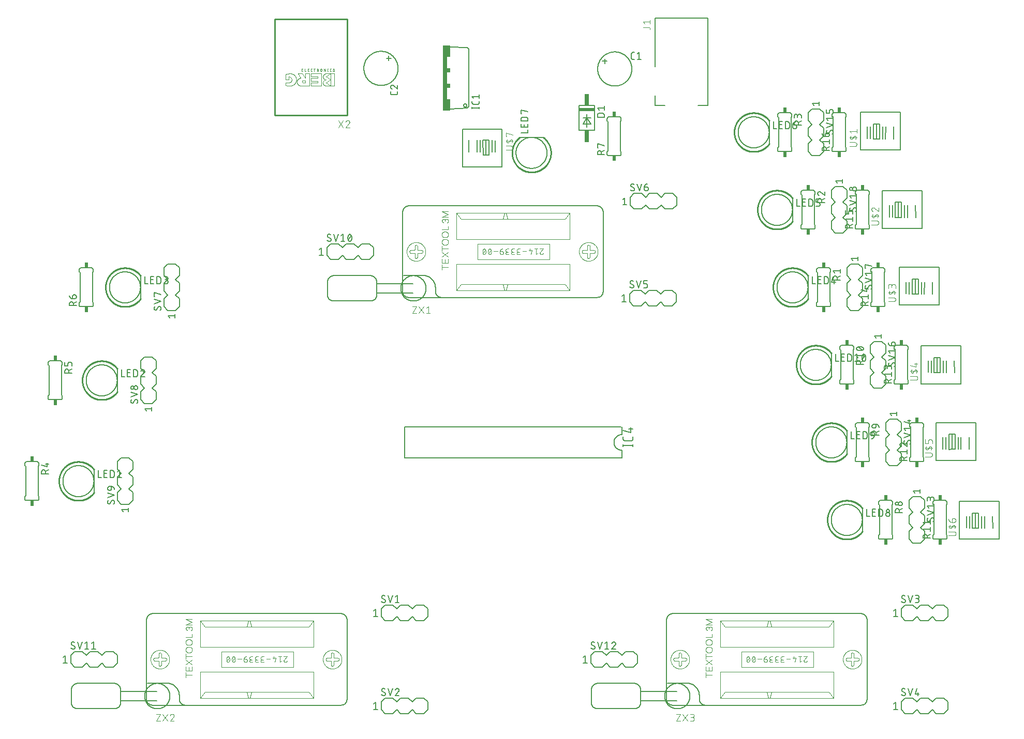
<source format=gbr>
G04 EAGLE Gerber X2 export*
%TF.Part,Single*%
%TF.FileFunction,Legend,Top,1*%
%TF.FilePolarity,Positive*%
%TF.GenerationSoftware,Autodesk,EAGLE,9.0.0*%
%TF.CreationDate,2019-05-23T14:05:43Z*%
G75*
%MOMM*%
%FSLAX34Y34*%
%LPD*%
%AMOC8*
5,1,8,0,0,1.08239X$1,22.5*%
G01*
%ADD10C,0.152400*%
%ADD11C,0.177800*%
%ADD12C,0.203200*%
%ADD13C,0.101600*%
%ADD14C,0.076200*%
%ADD15C,0.127000*%
%ADD16R,0.609600X0.863600*%
%ADD17C,0.254000*%
%ADD18C,0.050800*%
%ADD19C,0.025400*%
%ADD20R,2.540000X0.508000*%
%ADD21R,0.762000X1.905000*%
%ADD22R,0.762000X10.668000*%
%ADD23R,0.508000X1.905000*%
%ADD24R,0.508000X0.762000*%


D10*
X1346200Y711200D02*
X1346200Y723900D01*
X1346200Y711200D02*
X1345891Y711196D01*
X1345582Y711185D01*
X1345273Y711166D01*
X1344965Y711140D01*
X1344657Y711106D01*
X1344351Y711065D01*
X1344045Y711016D01*
X1343741Y710960D01*
X1343439Y710896D01*
X1343138Y710825D01*
X1342838Y710747D01*
X1342541Y710662D01*
X1342246Y710569D01*
X1341953Y710469D01*
X1341663Y710362D01*
X1341376Y710248D01*
X1341091Y710127D01*
X1340809Y709999D01*
X1340531Y709865D01*
X1340256Y709723D01*
X1339984Y709575D01*
X1339717Y709420D01*
X1339453Y709259D01*
X1339193Y709092D01*
X1338937Y708918D01*
X1338685Y708738D01*
X1338438Y708552D01*
X1338196Y708360D01*
X1337958Y708162D01*
X1337725Y707959D01*
X1337497Y707749D01*
X1337275Y707535D01*
X1337057Y707315D01*
X1336845Y707089D01*
X1336639Y706859D01*
X1336438Y706624D01*
X1336243Y706384D01*
X1336054Y706139D01*
X1335871Y705890D01*
X1335694Y705636D01*
X1335524Y705378D01*
X1335359Y705116D01*
X1335201Y704850D01*
X1335050Y704580D01*
X1334905Y704307D01*
X1334767Y704030D01*
X1334636Y703750D01*
X1334512Y703467D01*
X1334394Y703181D01*
X1334284Y702892D01*
X1334180Y702601D01*
X1334084Y702307D01*
X1333995Y702011D01*
X1333913Y701712D01*
X1333838Y701412D01*
X1333771Y701110D01*
X1333711Y700807D01*
X1333659Y700502D01*
X1333614Y700196D01*
X1333576Y699889D01*
X1333546Y699581D01*
X1333524Y699273D01*
X1333508Y698964D01*
X1333501Y698655D01*
X1333501Y698345D01*
X1333508Y698036D01*
X1333524Y697727D01*
X1333546Y697419D01*
X1333576Y697111D01*
X1333614Y696804D01*
X1333659Y696498D01*
X1333711Y696193D01*
X1333771Y695890D01*
X1333838Y695588D01*
X1333913Y695288D01*
X1333995Y694989D01*
X1334084Y694693D01*
X1334180Y694399D01*
X1334284Y694108D01*
X1334394Y693819D01*
X1334512Y693533D01*
X1334636Y693250D01*
X1334767Y692970D01*
X1334905Y692693D01*
X1335050Y692420D01*
X1335201Y692150D01*
X1335359Y691884D01*
X1335524Y691622D01*
X1335694Y691364D01*
X1335871Y691110D01*
X1336054Y690861D01*
X1336243Y690616D01*
X1336438Y690376D01*
X1336639Y690141D01*
X1336845Y689911D01*
X1337057Y689685D01*
X1337275Y689465D01*
X1337497Y689251D01*
X1337725Y689041D01*
X1337958Y688838D01*
X1338196Y688640D01*
X1338438Y688448D01*
X1338685Y688262D01*
X1338937Y688082D01*
X1339193Y687908D01*
X1339453Y687741D01*
X1339717Y687580D01*
X1339984Y687425D01*
X1340256Y687277D01*
X1340531Y687135D01*
X1340809Y687001D01*
X1341091Y686873D01*
X1341376Y686752D01*
X1341663Y686638D01*
X1341953Y686531D01*
X1342246Y686431D01*
X1342541Y686338D01*
X1342838Y686253D01*
X1343138Y686175D01*
X1343439Y686104D01*
X1343741Y686040D01*
X1344045Y685984D01*
X1344351Y685935D01*
X1344657Y685894D01*
X1344965Y685860D01*
X1345273Y685834D01*
X1345582Y685815D01*
X1345891Y685804D01*
X1346200Y685800D01*
X990600Y673100D02*
X990600Y723900D01*
X1346200Y685800D02*
X1346200Y673100D01*
X990600Y673100D01*
X990600Y723900D02*
X1344930Y723900D01*
D11*
X1348359Y693035D02*
X1364361Y693035D01*
X1364361Y691257D02*
X1364361Y694813D01*
X1348359Y694813D02*
X1348359Y691257D01*
X1364361Y704607D02*
X1364361Y708163D01*
X1364361Y704607D02*
X1364359Y704491D01*
X1364353Y704374D01*
X1364344Y704258D01*
X1364331Y704143D01*
X1364314Y704028D01*
X1364293Y703913D01*
X1364268Y703800D01*
X1364240Y703687D01*
X1364208Y703575D01*
X1364172Y703464D01*
X1364133Y703354D01*
X1364090Y703246D01*
X1364044Y703139D01*
X1363994Y703034D01*
X1363941Y702931D01*
X1363885Y702829D01*
X1363825Y702729D01*
X1363762Y702631D01*
X1363695Y702536D01*
X1363626Y702442D01*
X1363554Y702351D01*
X1363479Y702262D01*
X1363400Y702176D01*
X1363319Y702093D01*
X1363236Y702012D01*
X1363150Y701933D01*
X1363061Y701858D01*
X1362970Y701786D01*
X1362876Y701717D01*
X1362781Y701650D01*
X1362683Y701587D01*
X1362583Y701527D01*
X1362481Y701471D01*
X1362378Y701418D01*
X1362273Y701368D01*
X1362166Y701322D01*
X1362058Y701279D01*
X1361948Y701240D01*
X1361837Y701204D01*
X1361725Y701172D01*
X1361612Y701144D01*
X1361499Y701119D01*
X1361384Y701098D01*
X1361269Y701081D01*
X1361154Y701068D01*
X1361038Y701059D01*
X1360921Y701053D01*
X1360805Y701051D01*
X1351915Y701051D01*
X1351799Y701053D01*
X1351682Y701059D01*
X1351566Y701068D01*
X1351451Y701081D01*
X1351336Y701098D01*
X1351221Y701119D01*
X1351108Y701144D01*
X1350995Y701172D01*
X1350883Y701204D01*
X1350772Y701240D01*
X1350662Y701279D01*
X1350554Y701322D01*
X1350447Y701368D01*
X1350342Y701418D01*
X1350239Y701471D01*
X1350137Y701527D01*
X1350037Y701587D01*
X1349939Y701650D01*
X1349844Y701717D01*
X1349750Y701786D01*
X1349659Y701858D01*
X1349570Y701933D01*
X1349484Y702012D01*
X1349401Y702093D01*
X1349320Y702176D01*
X1349241Y702262D01*
X1349166Y702351D01*
X1349094Y702442D01*
X1349025Y702536D01*
X1348958Y702631D01*
X1348895Y702729D01*
X1348835Y702829D01*
X1348779Y702931D01*
X1348726Y703034D01*
X1348676Y703139D01*
X1348630Y703246D01*
X1348587Y703354D01*
X1348548Y703464D01*
X1348512Y703575D01*
X1348480Y703687D01*
X1348452Y703800D01*
X1348427Y703913D01*
X1348406Y704028D01*
X1348389Y704143D01*
X1348376Y704258D01*
X1348367Y704374D01*
X1348361Y704491D01*
X1348359Y704607D01*
X1348359Y708163D01*
X1348359Y717677D02*
X1360805Y714121D01*
X1360805Y723011D01*
X1357249Y720344D02*
X1364361Y720344D01*
D12*
X997800Y1085920D02*
X997558Y1085917D01*
X997317Y1085908D01*
X997076Y1085894D01*
X996835Y1085873D01*
X996595Y1085847D01*
X996355Y1085815D01*
X996116Y1085777D01*
X995879Y1085734D01*
X995642Y1085684D01*
X995407Y1085629D01*
X995173Y1085569D01*
X994941Y1085502D01*
X994710Y1085431D01*
X994481Y1085353D01*
X994254Y1085270D01*
X994029Y1085182D01*
X993806Y1085088D01*
X993586Y1084989D01*
X993368Y1084884D01*
X993153Y1084775D01*
X992940Y1084660D01*
X992730Y1084540D01*
X992524Y1084415D01*
X992320Y1084285D01*
X992119Y1084150D01*
X991922Y1084010D01*
X991728Y1083866D01*
X991538Y1083717D01*
X991352Y1083563D01*
X991169Y1083405D01*
X990990Y1083243D01*
X990815Y1083076D01*
X990644Y1082905D01*
X990477Y1082730D01*
X990315Y1082551D01*
X990157Y1082368D01*
X990003Y1082182D01*
X989854Y1081992D01*
X989710Y1081798D01*
X989570Y1081601D01*
X989435Y1081400D01*
X989305Y1081196D01*
X989180Y1080990D01*
X989060Y1080780D01*
X988945Y1080567D01*
X988836Y1080352D01*
X988731Y1080134D01*
X988632Y1079914D01*
X988538Y1079691D01*
X988450Y1079466D01*
X988367Y1079239D01*
X988289Y1079010D01*
X988218Y1078779D01*
X988151Y1078547D01*
X988091Y1078313D01*
X988036Y1078078D01*
X987986Y1077841D01*
X987943Y1077604D01*
X987905Y1077365D01*
X987873Y1077125D01*
X987847Y1076885D01*
X987826Y1076644D01*
X987812Y1076403D01*
X987803Y1076162D01*
X987800Y1075920D01*
X997800Y1085920D02*
X1305800Y1085920D01*
X1306042Y1085917D01*
X1306283Y1085908D01*
X1306524Y1085894D01*
X1306765Y1085873D01*
X1307005Y1085847D01*
X1307245Y1085815D01*
X1307484Y1085777D01*
X1307721Y1085734D01*
X1307958Y1085684D01*
X1308193Y1085629D01*
X1308427Y1085569D01*
X1308659Y1085502D01*
X1308890Y1085431D01*
X1309119Y1085353D01*
X1309346Y1085270D01*
X1309571Y1085182D01*
X1309794Y1085088D01*
X1310014Y1084989D01*
X1310232Y1084884D01*
X1310447Y1084775D01*
X1310660Y1084660D01*
X1310870Y1084540D01*
X1311076Y1084415D01*
X1311280Y1084285D01*
X1311481Y1084150D01*
X1311678Y1084010D01*
X1311872Y1083866D01*
X1312062Y1083717D01*
X1312248Y1083563D01*
X1312431Y1083405D01*
X1312610Y1083243D01*
X1312785Y1083076D01*
X1312956Y1082905D01*
X1313123Y1082730D01*
X1313285Y1082551D01*
X1313443Y1082368D01*
X1313597Y1082182D01*
X1313746Y1081992D01*
X1313890Y1081798D01*
X1314030Y1081601D01*
X1314165Y1081400D01*
X1314295Y1081196D01*
X1314420Y1080990D01*
X1314540Y1080780D01*
X1314655Y1080567D01*
X1314764Y1080352D01*
X1314869Y1080134D01*
X1314968Y1079914D01*
X1315062Y1079691D01*
X1315150Y1079466D01*
X1315233Y1079239D01*
X1315311Y1079010D01*
X1315382Y1078779D01*
X1315449Y1078547D01*
X1315509Y1078313D01*
X1315564Y1078078D01*
X1315614Y1077841D01*
X1315657Y1077604D01*
X1315695Y1077365D01*
X1315727Y1077125D01*
X1315753Y1076885D01*
X1315774Y1076644D01*
X1315788Y1076403D01*
X1315797Y1076162D01*
X1315800Y1075920D01*
X1315800Y945920D01*
X1315797Y945678D01*
X1315788Y945437D01*
X1315774Y945196D01*
X1315753Y944955D01*
X1315727Y944715D01*
X1315695Y944475D01*
X1315657Y944236D01*
X1315614Y943999D01*
X1315564Y943762D01*
X1315509Y943527D01*
X1315449Y943293D01*
X1315382Y943061D01*
X1315311Y942830D01*
X1315233Y942601D01*
X1315150Y942374D01*
X1315062Y942149D01*
X1314968Y941926D01*
X1314869Y941706D01*
X1314764Y941488D01*
X1314655Y941273D01*
X1314540Y941060D01*
X1314420Y940850D01*
X1314295Y940644D01*
X1314165Y940440D01*
X1314030Y940239D01*
X1313890Y940042D01*
X1313746Y939848D01*
X1313597Y939658D01*
X1313443Y939472D01*
X1313285Y939289D01*
X1313123Y939110D01*
X1312956Y938935D01*
X1312785Y938764D01*
X1312610Y938597D01*
X1312431Y938435D01*
X1312248Y938277D01*
X1312062Y938123D01*
X1311872Y937974D01*
X1311678Y937830D01*
X1311481Y937690D01*
X1311280Y937555D01*
X1311076Y937425D01*
X1310870Y937300D01*
X1310660Y937180D01*
X1310447Y937065D01*
X1310232Y936956D01*
X1310014Y936851D01*
X1309794Y936752D01*
X1309571Y936658D01*
X1309346Y936570D01*
X1309119Y936487D01*
X1308890Y936409D01*
X1308659Y936338D01*
X1308427Y936271D01*
X1308193Y936211D01*
X1307958Y936156D01*
X1307721Y936106D01*
X1307484Y936063D01*
X1307245Y936025D01*
X1307005Y935993D01*
X1306765Y935967D01*
X1306524Y935946D01*
X1306283Y935932D01*
X1306042Y935923D01*
X1305800Y935920D01*
X997800Y935920D01*
X997558Y935923D01*
X997317Y935932D01*
X997076Y935946D01*
X996835Y935967D01*
X996595Y935993D01*
X996355Y936025D01*
X996116Y936063D01*
X995879Y936106D01*
X995642Y936156D01*
X995407Y936211D01*
X995173Y936271D01*
X994941Y936338D01*
X994710Y936409D01*
X994481Y936487D01*
X994254Y936570D01*
X994029Y936658D01*
X993806Y936752D01*
X993586Y936851D01*
X993368Y936956D01*
X993153Y937065D01*
X992940Y937180D01*
X992730Y937300D01*
X992524Y937425D01*
X992320Y937555D01*
X992119Y937690D01*
X991922Y937830D01*
X991728Y937974D01*
X991538Y938123D01*
X991352Y938277D01*
X991169Y938435D01*
X990990Y938597D01*
X990815Y938764D01*
X990644Y938935D01*
X990477Y939110D01*
X990315Y939289D01*
X990157Y939472D01*
X990003Y939658D01*
X989854Y939848D01*
X989710Y940042D01*
X989570Y940239D01*
X989435Y940440D01*
X989305Y940644D01*
X989180Y940850D01*
X989060Y941060D01*
X988945Y941273D01*
X988836Y941488D01*
X988731Y941706D01*
X988632Y941926D01*
X988538Y942149D01*
X988450Y942374D01*
X988367Y942601D01*
X988289Y942830D01*
X988218Y943061D01*
X988151Y943293D01*
X988091Y943527D01*
X988036Y943762D01*
X987986Y943999D01*
X987943Y944236D01*
X987905Y944475D01*
X987873Y944715D01*
X987847Y944955D01*
X987826Y945196D01*
X987812Y945437D01*
X987803Y945678D01*
X987800Y945920D01*
X987800Y1075920D01*
D13*
X1007500Y1019420D02*
X1007500Y1014020D01*
X1007500Y1019420D02*
X1007502Y1019515D01*
X1007508Y1019610D01*
X1007518Y1019704D01*
X1007531Y1019799D01*
X1007549Y1019892D01*
X1007570Y1019985D01*
X1007596Y1020076D01*
X1007625Y1020167D01*
X1007657Y1020256D01*
X1007694Y1020344D01*
X1007734Y1020430D01*
X1007777Y1020515D01*
X1007824Y1020597D01*
X1007875Y1020678D01*
X1007928Y1020756D01*
X1007985Y1020833D01*
X1008045Y1020906D01*
X1008108Y1020978D01*
X1008174Y1021046D01*
X1008242Y1021112D01*
X1008314Y1021175D01*
X1008387Y1021235D01*
X1008464Y1021292D01*
X1008542Y1021345D01*
X1008623Y1021396D01*
X1008705Y1021443D01*
X1008790Y1021486D01*
X1008876Y1021526D01*
X1008964Y1021563D01*
X1009053Y1021595D01*
X1009144Y1021624D01*
X1009235Y1021650D01*
X1009328Y1021671D01*
X1009421Y1021689D01*
X1009516Y1021702D01*
X1009610Y1021712D01*
X1009705Y1021718D01*
X1009800Y1021720D01*
X1009895Y1021718D01*
X1009990Y1021712D01*
X1010084Y1021702D01*
X1010179Y1021689D01*
X1010272Y1021671D01*
X1010365Y1021650D01*
X1010456Y1021624D01*
X1010547Y1021595D01*
X1010636Y1021563D01*
X1010724Y1021526D01*
X1010810Y1021486D01*
X1010895Y1021443D01*
X1010977Y1021396D01*
X1011058Y1021345D01*
X1011136Y1021292D01*
X1011213Y1021235D01*
X1011286Y1021175D01*
X1011358Y1021112D01*
X1011426Y1021046D01*
X1011492Y1020978D01*
X1011555Y1020906D01*
X1011615Y1020833D01*
X1011672Y1020756D01*
X1011725Y1020678D01*
X1011776Y1020597D01*
X1011823Y1020515D01*
X1011866Y1020430D01*
X1011906Y1020344D01*
X1011943Y1020256D01*
X1011975Y1020167D01*
X1012004Y1020076D01*
X1012030Y1019985D01*
X1012051Y1019892D01*
X1012069Y1019799D01*
X1012082Y1019704D01*
X1012092Y1019610D01*
X1012098Y1019515D01*
X1012100Y1019420D01*
X1012100Y1013920D01*
X1051900Y989420D02*
X1051900Y981520D01*
X1052000Y985520D02*
X1062300Y985520D01*
X1051900Y992120D02*
X1051900Y999120D01*
X1051900Y992120D02*
X1062300Y992120D01*
X1062300Y999420D01*
X1057000Y998520D02*
X1057000Y992520D01*
X1051900Y1002520D02*
X1062300Y1009720D01*
X1062300Y1002520D02*
X1051900Y1009720D01*
X1051900Y1012120D02*
X1051900Y1019920D01*
X1052100Y1016120D02*
X1062300Y1016120D01*
X1056500Y1021920D02*
X1056365Y1021922D01*
X1056229Y1021928D01*
X1056094Y1021938D01*
X1055959Y1021951D01*
X1055825Y1021969D01*
X1055691Y1021990D01*
X1055558Y1022015D01*
X1055426Y1022044D01*
X1055294Y1022077D01*
X1055164Y1022114D01*
X1055035Y1022154D01*
X1054907Y1022198D01*
X1054780Y1022246D01*
X1054655Y1022297D01*
X1054531Y1022352D01*
X1054409Y1022411D01*
X1054288Y1022473D01*
X1054170Y1022538D01*
X1054053Y1022607D01*
X1053938Y1022679D01*
X1053826Y1022755D01*
X1053716Y1022834D01*
X1053608Y1022915D01*
X1053502Y1023000D01*
X1053399Y1023088D01*
X1053298Y1023179D01*
X1053201Y1023273D01*
X1053106Y1023369D01*
X1053013Y1023468D01*
X1052924Y1023570D01*
X1052837Y1023674D01*
X1052754Y1023781D01*
X1052674Y1023890D01*
X1052597Y1024002D01*
X1052523Y1024115D01*
X1052452Y1024231D01*
X1052385Y1024349D01*
X1052322Y1024468D01*
X1052261Y1024589D01*
X1052205Y1024712D01*
X1052151Y1024837D01*
X1052102Y1024963D01*
X1052056Y1025091D01*
X1052014Y1025219D01*
X1051975Y1025349D01*
X1051940Y1025480D01*
X1051909Y1025612D01*
X1051882Y1025745D01*
X1051859Y1025878D01*
X1051839Y1026012D01*
X1051824Y1026147D01*
X1051812Y1026282D01*
X1051804Y1026417D01*
X1051800Y1026552D01*
X1051800Y1026688D01*
X1051804Y1026823D01*
X1051812Y1026958D01*
X1051824Y1027093D01*
X1051839Y1027228D01*
X1051859Y1027362D01*
X1051882Y1027495D01*
X1051909Y1027628D01*
X1051940Y1027760D01*
X1051975Y1027891D01*
X1052014Y1028021D01*
X1052056Y1028149D01*
X1052102Y1028277D01*
X1052151Y1028403D01*
X1052205Y1028528D01*
X1052261Y1028651D01*
X1052322Y1028772D01*
X1052385Y1028891D01*
X1052452Y1029009D01*
X1052523Y1029125D01*
X1052597Y1029238D01*
X1052674Y1029350D01*
X1052754Y1029459D01*
X1052837Y1029566D01*
X1052924Y1029670D01*
X1053013Y1029772D01*
X1053106Y1029871D01*
X1053201Y1029967D01*
X1053298Y1030061D01*
X1053399Y1030152D01*
X1053502Y1030240D01*
X1053608Y1030325D01*
X1053716Y1030406D01*
X1053826Y1030485D01*
X1053938Y1030561D01*
X1054053Y1030633D01*
X1054170Y1030702D01*
X1054288Y1030767D01*
X1054409Y1030829D01*
X1054531Y1030888D01*
X1054655Y1030943D01*
X1054780Y1030994D01*
X1054907Y1031042D01*
X1055035Y1031086D01*
X1055164Y1031126D01*
X1055294Y1031163D01*
X1055426Y1031196D01*
X1055558Y1031225D01*
X1055691Y1031250D01*
X1055825Y1031271D01*
X1055959Y1031289D01*
X1056094Y1031302D01*
X1056229Y1031312D01*
X1056365Y1031318D01*
X1056500Y1031320D01*
D12*
X1021400Y971920D02*
X988900Y971920D01*
X1021400Y971920D02*
X1021890Y971914D01*
X1022381Y971896D01*
X1022871Y971866D01*
X1023360Y971824D01*
X1023847Y971770D01*
X1024334Y971704D01*
X1024818Y971626D01*
X1025301Y971536D01*
X1025781Y971434D01*
X1026258Y971321D01*
X1026733Y971196D01*
X1027204Y971059D01*
X1027672Y970911D01*
X1028136Y970752D01*
X1028596Y970581D01*
X1029052Y970399D01*
X1029503Y970205D01*
X1029950Y970001D01*
X1030391Y969786D01*
X1030826Y969560D01*
X1031256Y969324D01*
X1031680Y969077D01*
X1032098Y968819D01*
X1032510Y968552D01*
X1032915Y968274D01*
X1033312Y967987D01*
X1033703Y967690D01*
X1034086Y967383D01*
X1034462Y967067D01*
X1034830Y966742D01*
X1035189Y966409D01*
X1035541Y966066D01*
X1035884Y965715D01*
X1036218Y965355D01*
X1036543Y964988D01*
X1036859Y964612D01*
X1037166Y964229D01*
X1037463Y963839D01*
X1037751Y963441D01*
X1038029Y963037D01*
X1038297Y962626D01*
X1038554Y962208D01*
X1038802Y961784D01*
X1039039Y961354D01*
X1039265Y960919D01*
X1039480Y960478D01*
X1039685Y960032D01*
X1039879Y959581D01*
X1040061Y959125D01*
X1040232Y958665D01*
X1040392Y958201D01*
X1040541Y957733D01*
X1040678Y957262D01*
X1040803Y956788D01*
X1040917Y956310D01*
X1041019Y955830D01*
X1041109Y955348D01*
X1041187Y954863D01*
X1041254Y954377D01*
X1041308Y953889D01*
X1041351Y953400D01*
X1041381Y952910D01*
X1041400Y952420D01*
X1041400Y945920D01*
X1041403Y945674D01*
X1041412Y945429D01*
X1041427Y945184D01*
X1041448Y944939D01*
X1041475Y944695D01*
X1041508Y944451D01*
X1041547Y944209D01*
X1041592Y943967D01*
X1041643Y943727D01*
X1041700Y943488D01*
X1041763Y943250D01*
X1041831Y943014D01*
X1041905Y942780D01*
X1041985Y942548D01*
X1042071Y942317D01*
X1042162Y942089D01*
X1042259Y941863D01*
X1042361Y941640D01*
X1042469Y941419D01*
X1042582Y941201D01*
X1042700Y940986D01*
X1042824Y940774D01*
X1042953Y940565D01*
X1043087Y940359D01*
X1043226Y940156D01*
X1043370Y939957D01*
X1043518Y939761D01*
X1043672Y939569D01*
X1043830Y939381D01*
X1043993Y939197D01*
X1044160Y939017D01*
X1044331Y938842D01*
X1044507Y938670D01*
X1044687Y938503D01*
X1044871Y938340D01*
X1045059Y938182D01*
X1045251Y938028D01*
X1045446Y937879D01*
X1045645Y937735D01*
X1045848Y937596D01*
X1046054Y937462D01*
X1046263Y937333D01*
X1046475Y937210D01*
X1046691Y937091D01*
X1046909Y936978D01*
X1047129Y936870D01*
X1047353Y936768D01*
X1047578Y936671D01*
X1047807Y936580D01*
X1048037Y936494D01*
X1048269Y936414D01*
X1048503Y936340D01*
X1048739Y936271D01*
X1048977Y936209D01*
X1049216Y936152D01*
X1049456Y936101D01*
X1049698Y936056D01*
X1049940Y936017D01*
X1050184Y935984D01*
X1050428Y935956D01*
X1050673Y935935D01*
X1050918Y935920D01*
X1051163Y935911D01*
X1051409Y935908D01*
X1051655Y935911D01*
X1051900Y935920D01*
X1004900Y958420D02*
X945800Y958420D01*
X945800Y942920D02*
X1004900Y942920D01*
X874800Y971620D02*
X874558Y971617D01*
X874317Y971608D01*
X874076Y971594D01*
X873835Y971573D01*
X873595Y971547D01*
X873355Y971515D01*
X873116Y971477D01*
X872879Y971434D01*
X872642Y971384D01*
X872407Y971329D01*
X872173Y971269D01*
X871941Y971202D01*
X871710Y971131D01*
X871481Y971053D01*
X871254Y970970D01*
X871029Y970882D01*
X870806Y970788D01*
X870586Y970689D01*
X870368Y970584D01*
X870153Y970475D01*
X869940Y970360D01*
X869730Y970240D01*
X869524Y970115D01*
X869320Y969985D01*
X869119Y969850D01*
X868922Y969710D01*
X868728Y969566D01*
X868538Y969417D01*
X868352Y969263D01*
X868169Y969105D01*
X867990Y968943D01*
X867815Y968776D01*
X867644Y968605D01*
X867477Y968430D01*
X867315Y968251D01*
X867157Y968068D01*
X867003Y967882D01*
X866854Y967692D01*
X866710Y967498D01*
X866570Y967301D01*
X866435Y967100D01*
X866305Y966896D01*
X866180Y966690D01*
X866060Y966480D01*
X865945Y966267D01*
X865836Y966052D01*
X865731Y965834D01*
X865632Y965614D01*
X865538Y965391D01*
X865450Y965166D01*
X865367Y964939D01*
X865289Y964710D01*
X865218Y964479D01*
X865151Y964247D01*
X865091Y964013D01*
X865036Y963778D01*
X864986Y963541D01*
X864943Y963304D01*
X864905Y963065D01*
X864873Y962825D01*
X864847Y962585D01*
X864826Y962344D01*
X864812Y962103D01*
X864803Y961862D01*
X864800Y961620D01*
X864800Y940220D01*
X864803Y939978D01*
X864812Y939737D01*
X864826Y939496D01*
X864847Y939255D01*
X864873Y939015D01*
X864905Y938775D01*
X864943Y938536D01*
X864986Y938299D01*
X865036Y938062D01*
X865091Y937827D01*
X865151Y937593D01*
X865218Y937361D01*
X865289Y937130D01*
X865367Y936901D01*
X865450Y936674D01*
X865538Y936449D01*
X865632Y936226D01*
X865731Y936006D01*
X865836Y935788D01*
X865945Y935573D01*
X866060Y935360D01*
X866180Y935150D01*
X866305Y934944D01*
X866435Y934740D01*
X866570Y934539D01*
X866710Y934342D01*
X866854Y934148D01*
X867003Y933958D01*
X867157Y933772D01*
X867315Y933589D01*
X867477Y933410D01*
X867644Y933235D01*
X867815Y933064D01*
X867990Y932897D01*
X868169Y932735D01*
X868352Y932577D01*
X868538Y932423D01*
X868728Y932274D01*
X868922Y932130D01*
X869119Y931990D01*
X869320Y931855D01*
X869524Y931725D01*
X869730Y931600D01*
X869940Y931480D01*
X870153Y931365D01*
X870368Y931256D01*
X870586Y931151D01*
X870806Y931052D01*
X871029Y930958D01*
X871254Y930870D01*
X871481Y930787D01*
X871710Y930709D01*
X871941Y930638D01*
X872173Y930571D01*
X872407Y930511D01*
X872642Y930456D01*
X872879Y930406D01*
X873116Y930363D01*
X873355Y930325D01*
X873595Y930293D01*
X873835Y930267D01*
X874076Y930246D01*
X874317Y930232D01*
X874558Y930223D01*
X874800Y930220D01*
X874800Y971620D02*
X935300Y971620D01*
X935542Y971617D01*
X935783Y971608D01*
X936024Y971594D01*
X936265Y971573D01*
X936505Y971547D01*
X936745Y971515D01*
X936984Y971477D01*
X937221Y971434D01*
X937458Y971384D01*
X937693Y971329D01*
X937927Y971269D01*
X938159Y971202D01*
X938390Y971131D01*
X938619Y971053D01*
X938846Y970970D01*
X939071Y970882D01*
X939294Y970788D01*
X939514Y970689D01*
X939732Y970584D01*
X939947Y970475D01*
X940160Y970360D01*
X940370Y970240D01*
X940576Y970115D01*
X940780Y969985D01*
X940981Y969850D01*
X941178Y969710D01*
X941372Y969566D01*
X941562Y969417D01*
X941748Y969263D01*
X941931Y969105D01*
X942110Y968943D01*
X942285Y968776D01*
X942456Y968605D01*
X942623Y968430D01*
X942785Y968251D01*
X942943Y968068D01*
X943097Y967882D01*
X943246Y967692D01*
X943390Y967498D01*
X943530Y967301D01*
X943665Y967100D01*
X943795Y966896D01*
X943920Y966690D01*
X944040Y966480D01*
X944155Y966267D01*
X944264Y966052D01*
X944369Y965834D01*
X944468Y965614D01*
X944562Y965391D01*
X944650Y965166D01*
X944733Y964939D01*
X944811Y964710D01*
X944882Y964479D01*
X944949Y964247D01*
X945009Y964013D01*
X945064Y963778D01*
X945114Y963541D01*
X945157Y963304D01*
X945195Y963065D01*
X945227Y962825D01*
X945253Y962585D01*
X945274Y962344D01*
X945288Y962103D01*
X945297Y961862D01*
X945300Y961620D01*
X945300Y940220D01*
X945297Y939978D01*
X945288Y939737D01*
X945274Y939496D01*
X945253Y939255D01*
X945227Y939015D01*
X945195Y938775D01*
X945157Y938536D01*
X945114Y938299D01*
X945064Y938062D01*
X945009Y937827D01*
X944949Y937593D01*
X944882Y937361D01*
X944811Y937130D01*
X944733Y936901D01*
X944650Y936674D01*
X944562Y936449D01*
X944468Y936226D01*
X944369Y936006D01*
X944264Y935788D01*
X944155Y935573D01*
X944040Y935360D01*
X943920Y935150D01*
X943795Y934944D01*
X943665Y934740D01*
X943530Y934539D01*
X943390Y934342D01*
X943246Y934148D01*
X943097Y933958D01*
X942943Y933772D01*
X942785Y933589D01*
X942623Y933410D01*
X942456Y933235D01*
X942285Y933064D01*
X942110Y932897D01*
X941931Y932735D01*
X941748Y932577D01*
X941562Y932423D01*
X941372Y932274D01*
X941178Y932130D01*
X940981Y931990D01*
X940780Y931855D01*
X940576Y931725D01*
X940370Y931600D01*
X940160Y931480D01*
X939947Y931365D01*
X939732Y931256D01*
X939514Y931151D01*
X939294Y931052D01*
X939071Y930958D01*
X938846Y930870D01*
X938619Y930787D01*
X938390Y930709D01*
X938159Y930638D01*
X937927Y930571D01*
X937693Y930511D01*
X937458Y930456D01*
X937221Y930406D01*
X936984Y930363D01*
X936745Y930325D01*
X936505Y930293D01*
X936265Y930267D01*
X936024Y930246D01*
X935783Y930232D01*
X935542Y930223D01*
X935300Y930220D01*
X874800Y930220D01*
D13*
X1057800Y1021920D02*
X1057935Y1021922D01*
X1058071Y1021928D01*
X1058206Y1021938D01*
X1058341Y1021951D01*
X1058475Y1021969D01*
X1058609Y1021990D01*
X1058742Y1022015D01*
X1058874Y1022044D01*
X1059006Y1022077D01*
X1059136Y1022114D01*
X1059265Y1022154D01*
X1059393Y1022198D01*
X1059520Y1022246D01*
X1059645Y1022297D01*
X1059769Y1022352D01*
X1059891Y1022411D01*
X1060012Y1022473D01*
X1060130Y1022538D01*
X1060247Y1022607D01*
X1060362Y1022679D01*
X1060474Y1022755D01*
X1060584Y1022834D01*
X1060692Y1022915D01*
X1060798Y1023000D01*
X1060901Y1023088D01*
X1061002Y1023179D01*
X1061099Y1023273D01*
X1061194Y1023369D01*
X1061287Y1023468D01*
X1061376Y1023570D01*
X1061463Y1023674D01*
X1061546Y1023781D01*
X1061626Y1023890D01*
X1061703Y1024002D01*
X1061777Y1024115D01*
X1061848Y1024231D01*
X1061915Y1024349D01*
X1061978Y1024468D01*
X1062039Y1024589D01*
X1062095Y1024712D01*
X1062149Y1024837D01*
X1062198Y1024963D01*
X1062244Y1025091D01*
X1062286Y1025219D01*
X1062325Y1025349D01*
X1062360Y1025480D01*
X1062391Y1025612D01*
X1062418Y1025745D01*
X1062441Y1025878D01*
X1062461Y1026012D01*
X1062476Y1026147D01*
X1062488Y1026282D01*
X1062496Y1026417D01*
X1062500Y1026552D01*
X1062500Y1026688D01*
X1062496Y1026823D01*
X1062488Y1026958D01*
X1062476Y1027093D01*
X1062461Y1027228D01*
X1062441Y1027362D01*
X1062418Y1027495D01*
X1062391Y1027628D01*
X1062360Y1027760D01*
X1062325Y1027891D01*
X1062286Y1028021D01*
X1062244Y1028149D01*
X1062198Y1028277D01*
X1062149Y1028403D01*
X1062095Y1028528D01*
X1062039Y1028651D01*
X1061978Y1028772D01*
X1061915Y1028891D01*
X1061848Y1029009D01*
X1061777Y1029125D01*
X1061703Y1029238D01*
X1061626Y1029350D01*
X1061546Y1029459D01*
X1061463Y1029566D01*
X1061376Y1029670D01*
X1061287Y1029772D01*
X1061194Y1029871D01*
X1061099Y1029967D01*
X1061002Y1030061D01*
X1060901Y1030152D01*
X1060798Y1030240D01*
X1060692Y1030325D01*
X1060584Y1030406D01*
X1060474Y1030485D01*
X1060362Y1030561D01*
X1060247Y1030633D01*
X1060130Y1030702D01*
X1060012Y1030767D01*
X1059891Y1030829D01*
X1059769Y1030888D01*
X1059645Y1030943D01*
X1059520Y1030994D01*
X1059393Y1031042D01*
X1059265Y1031086D01*
X1059136Y1031126D01*
X1059006Y1031163D01*
X1058874Y1031196D01*
X1058742Y1031225D01*
X1058609Y1031250D01*
X1058475Y1031271D01*
X1058341Y1031289D01*
X1058206Y1031302D01*
X1058071Y1031312D01*
X1057935Y1031318D01*
X1057800Y1031320D01*
X1057800Y1021920D02*
X1056500Y1021920D01*
X1056500Y1031320D02*
X1057800Y1031320D01*
X1056500Y1034220D02*
X1056365Y1034222D01*
X1056229Y1034228D01*
X1056094Y1034238D01*
X1055959Y1034251D01*
X1055825Y1034269D01*
X1055691Y1034290D01*
X1055558Y1034315D01*
X1055426Y1034344D01*
X1055294Y1034377D01*
X1055164Y1034414D01*
X1055035Y1034454D01*
X1054907Y1034498D01*
X1054780Y1034546D01*
X1054655Y1034597D01*
X1054531Y1034652D01*
X1054409Y1034711D01*
X1054288Y1034773D01*
X1054170Y1034838D01*
X1054053Y1034907D01*
X1053938Y1034979D01*
X1053826Y1035055D01*
X1053716Y1035134D01*
X1053608Y1035215D01*
X1053502Y1035300D01*
X1053399Y1035388D01*
X1053298Y1035479D01*
X1053201Y1035573D01*
X1053106Y1035669D01*
X1053013Y1035768D01*
X1052924Y1035870D01*
X1052837Y1035974D01*
X1052754Y1036081D01*
X1052674Y1036190D01*
X1052597Y1036302D01*
X1052523Y1036415D01*
X1052452Y1036531D01*
X1052385Y1036649D01*
X1052322Y1036768D01*
X1052261Y1036889D01*
X1052205Y1037012D01*
X1052151Y1037137D01*
X1052102Y1037263D01*
X1052056Y1037391D01*
X1052014Y1037519D01*
X1051975Y1037649D01*
X1051940Y1037780D01*
X1051909Y1037912D01*
X1051882Y1038045D01*
X1051859Y1038178D01*
X1051839Y1038312D01*
X1051824Y1038447D01*
X1051812Y1038582D01*
X1051804Y1038717D01*
X1051800Y1038852D01*
X1051800Y1038988D01*
X1051804Y1039123D01*
X1051812Y1039258D01*
X1051824Y1039393D01*
X1051839Y1039528D01*
X1051859Y1039662D01*
X1051882Y1039795D01*
X1051909Y1039928D01*
X1051940Y1040060D01*
X1051975Y1040191D01*
X1052014Y1040321D01*
X1052056Y1040449D01*
X1052102Y1040577D01*
X1052151Y1040703D01*
X1052205Y1040828D01*
X1052261Y1040951D01*
X1052322Y1041072D01*
X1052385Y1041191D01*
X1052452Y1041309D01*
X1052523Y1041425D01*
X1052597Y1041538D01*
X1052674Y1041650D01*
X1052754Y1041759D01*
X1052837Y1041866D01*
X1052924Y1041970D01*
X1053013Y1042072D01*
X1053106Y1042171D01*
X1053201Y1042267D01*
X1053298Y1042361D01*
X1053399Y1042452D01*
X1053502Y1042540D01*
X1053608Y1042625D01*
X1053716Y1042706D01*
X1053826Y1042785D01*
X1053938Y1042861D01*
X1054053Y1042933D01*
X1054170Y1043002D01*
X1054288Y1043067D01*
X1054409Y1043129D01*
X1054531Y1043188D01*
X1054655Y1043243D01*
X1054780Y1043294D01*
X1054907Y1043342D01*
X1055035Y1043386D01*
X1055164Y1043426D01*
X1055294Y1043463D01*
X1055426Y1043496D01*
X1055558Y1043525D01*
X1055691Y1043550D01*
X1055825Y1043571D01*
X1055959Y1043589D01*
X1056094Y1043602D01*
X1056229Y1043612D01*
X1056365Y1043618D01*
X1056500Y1043620D01*
X1057800Y1043620D02*
X1057935Y1043618D01*
X1058071Y1043612D01*
X1058206Y1043602D01*
X1058341Y1043589D01*
X1058475Y1043571D01*
X1058609Y1043550D01*
X1058742Y1043525D01*
X1058874Y1043496D01*
X1059006Y1043463D01*
X1059136Y1043426D01*
X1059265Y1043386D01*
X1059393Y1043342D01*
X1059520Y1043294D01*
X1059645Y1043243D01*
X1059769Y1043188D01*
X1059891Y1043129D01*
X1060012Y1043067D01*
X1060130Y1043002D01*
X1060247Y1042933D01*
X1060362Y1042861D01*
X1060474Y1042785D01*
X1060584Y1042706D01*
X1060692Y1042625D01*
X1060798Y1042540D01*
X1060901Y1042452D01*
X1061002Y1042361D01*
X1061099Y1042267D01*
X1061194Y1042171D01*
X1061287Y1042072D01*
X1061376Y1041970D01*
X1061463Y1041866D01*
X1061546Y1041759D01*
X1061626Y1041650D01*
X1061703Y1041538D01*
X1061777Y1041425D01*
X1061848Y1041309D01*
X1061915Y1041191D01*
X1061978Y1041072D01*
X1062039Y1040951D01*
X1062095Y1040828D01*
X1062149Y1040703D01*
X1062198Y1040577D01*
X1062244Y1040449D01*
X1062286Y1040321D01*
X1062325Y1040191D01*
X1062360Y1040060D01*
X1062391Y1039928D01*
X1062418Y1039795D01*
X1062441Y1039662D01*
X1062461Y1039528D01*
X1062476Y1039393D01*
X1062488Y1039258D01*
X1062496Y1039123D01*
X1062500Y1038988D01*
X1062500Y1038852D01*
X1062496Y1038717D01*
X1062488Y1038582D01*
X1062476Y1038447D01*
X1062461Y1038312D01*
X1062441Y1038178D01*
X1062418Y1038045D01*
X1062391Y1037912D01*
X1062360Y1037780D01*
X1062325Y1037649D01*
X1062286Y1037519D01*
X1062244Y1037391D01*
X1062198Y1037263D01*
X1062149Y1037137D01*
X1062095Y1037012D01*
X1062039Y1036889D01*
X1061978Y1036768D01*
X1061915Y1036649D01*
X1061848Y1036531D01*
X1061777Y1036415D01*
X1061703Y1036302D01*
X1061626Y1036190D01*
X1061546Y1036081D01*
X1061463Y1035974D01*
X1061376Y1035870D01*
X1061287Y1035768D01*
X1061194Y1035669D01*
X1061099Y1035573D01*
X1061002Y1035479D01*
X1060901Y1035388D01*
X1060798Y1035300D01*
X1060692Y1035215D01*
X1060584Y1035134D01*
X1060474Y1035055D01*
X1060362Y1034979D01*
X1060247Y1034907D01*
X1060130Y1034838D01*
X1060012Y1034773D01*
X1059891Y1034711D01*
X1059769Y1034652D01*
X1059645Y1034597D01*
X1059520Y1034546D01*
X1059393Y1034498D01*
X1059265Y1034454D01*
X1059136Y1034414D01*
X1059006Y1034377D01*
X1058874Y1034344D01*
X1058742Y1034315D01*
X1058609Y1034290D01*
X1058475Y1034269D01*
X1058341Y1034251D01*
X1058206Y1034238D01*
X1058071Y1034228D01*
X1057935Y1034222D01*
X1057800Y1034220D01*
X1056500Y1034220D01*
X1056500Y1043620D02*
X1057800Y1043620D01*
X1062200Y1047020D02*
X1051700Y1047020D01*
X1062200Y1047020D02*
X1062200Y1052720D01*
X1057300Y1062120D02*
X1057302Y1062217D01*
X1057308Y1062314D01*
X1057317Y1062411D01*
X1057331Y1062507D01*
X1057348Y1062603D01*
X1057370Y1062698D01*
X1057395Y1062792D01*
X1057423Y1062885D01*
X1057456Y1062977D01*
X1057492Y1063067D01*
X1057531Y1063156D01*
X1057574Y1063244D01*
X1057621Y1063329D01*
X1057671Y1063413D01*
X1057724Y1063494D01*
X1057781Y1063573D01*
X1057840Y1063650D01*
X1057903Y1063725D01*
X1057969Y1063797D01*
X1058037Y1063866D01*
X1058108Y1063933D01*
X1058182Y1063996D01*
X1058258Y1064057D01*
X1058336Y1064114D01*
X1058417Y1064169D01*
X1058500Y1064220D01*
X1058584Y1064267D01*
X1058670Y1064311D01*
X1058757Y1064352D01*
X1058846Y1064389D01*
X1058936Y1064422D01*
X1059028Y1064453D01*
X1059120Y1064479D01*
X1059214Y1064502D01*
X1059308Y1064521D01*
X1059403Y1064537D01*
X1059498Y1064549D01*
X1059594Y1064557D01*
X1059691Y1064561D01*
X1059787Y1064562D01*
X1059883Y1064559D01*
X1059979Y1064552D01*
X1060075Y1064541D01*
X1060170Y1064527D01*
X1060265Y1064509D01*
X1060358Y1064487D01*
X1060451Y1064462D01*
X1060543Y1064433D01*
X1060634Y1064401D01*
X1060723Y1064365D01*
X1060811Y1064325D01*
X1060897Y1064282D01*
X1060982Y1064236D01*
X1061064Y1064187D01*
X1061145Y1064134D01*
X1061224Y1064079D01*
X1061300Y1064020D01*
X1061382Y1063952D01*
X1061461Y1063881D01*
X1061538Y1063808D01*
X1061613Y1063731D01*
X1061684Y1063652D01*
X1061752Y1063571D01*
X1061818Y1063487D01*
X1061881Y1063401D01*
X1061940Y1063312D01*
X1061996Y1063222D01*
X1062049Y1063130D01*
X1062099Y1063035D01*
X1062145Y1062940D01*
X1062188Y1062842D01*
X1062227Y1062743D01*
X1062263Y1062643D01*
X1062295Y1062541D01*
X1062323Y1062439D01*
X1062348Y1062335D01*
X1062369Y1062231D01*
X1062387Y1062126D01*
X1062400Y1062020D01*
X1062400Y1062019D02*
X1062414Y1061873D01*
X1062424Y1061727D01*
X1062431Y1061580D01*
X1062435Y1061433D01*
X1062434Y1061286D01*
X1062430Y1061139D01*
X1062423Y1060992D01*
X1062411Y1060846D01*
X1062396Y1060699D01*
X1062377Y1060554D01*
X1062355Y1060408D01*
X1062329Y1060264D01*
X1062300Y1060120D01*
X1062279Y1060029D01*
X1062253Y1059940D01*
X1062224Y1059851D01*
X1062192Y1059764D01*
X1062156Y1059678D01*
X1062116Y1059594D01*
X1062073Y1059511D01*
X1062027Y1059430D01*
X1061977Y1059351D01*
X1061925Y1059275D01*
X1061869Y1059200D01*
X1061810Y1059128D01*
X1061748Y1059058D01*
X1061684Y1058991D01*
X1061617Y1058926D01*
X1061547Y1058864D01*
X1061475Y1058805D01*
X1061400Y1058749D01*
X1061323Y1058697D01*
X1061245Y1058647D01*
X1061164Y1058601D01*
X1061081Y1058557D01*
X1060997Y1058518D01*
X1060911Y1058482D01*
X1060824Y1058449D01*
X1060736Y1058420D01*
X1060646Y1058394D01*
X1060555Y1058372D01*
X1060464Y1058354D01*
X1060372Y1058340D01*
X1060279Y1058329D01*
X1060187Y1058322D01*
X1060093Y1058319D01*
X1060000Y1058320D01*
X1057300Y1061220D02*
X1057300Y1062120D01*
X1057298Y1062205D01*
X1057293Y1062290D01*
X1057283Y1062374D01*
X1057270Y1062458D01*
X1057254Y1062541D01*
X1057234Y1062624D01*
X1057210Y1062705D01*
X1057183Y1062786D01*
X1057152Y1062865D01*
X1057118Y1062943D01*
X1057080Y1063019D01*
X1057040Y1063093D01*
X1056996Y1063166D01*
X1056949Y1063237D01*
X1056898Y1063305D01*
X1056845Y1063372D01*
X1056789Y1063436D01*
X1056731Y1063497D01*
X1056670Y1063556D01*
X1056606Y1063612D01*
X1056540Y1063665D01*
X1056471Y1063715D01*
X1056401Y1063763D01*
X1056328Y1063807D01*
X1056254Y1063848D01*
X1056178Y1063886D01*
X1056100Y1063920D01*
X1056000Y1063959D01*
X1055898Y1063995D01*
X1055795Y1064028D01*
X1055691Y1064056D01*
X1055586Y1064081D01*
X1055480Y1064102D01*
X1055373Y1064120D01*
X1055266Y1064133D01*
X1055158Y1064143D01*
X1055050Y1064148D01*
X1054942Y1064150D01*
X1054834Y1064148D01*
X1054727Y1064142D01*
X1054619Y1064132D01*
X1054512Y1064118D01*
X1054405Y1064100D01*
X1054299Y1064079D01*
X1054194Y1064054D01*
X1054090Y1064025D01*
X1053987Y1063992D01*
X1053886Y1063955D01*
X1053785Y1063915D01*
X1053687Y1063872D01*
X1053590Y1063824D01*
X1053494Y1063774D01*
X1053401Y1063720D01*
X1053400Y1063720D02*
X1053319Y1063669D01*
X1053241Y1063615D01*
X1053165Y1063558D01*
X1053091Y1063497D01*
X1053020Y1063434D01*
X1052952Y1063367D01*
X1052886Y1063298D01*
X1052823Y1063227D01*
X1052764Y1063152D01*
X1052707Y1063076D01*
X1052654Y1062997D01*
X1052603Y1062916D01*
X1052557Y1062833D01*
X1052514Y1062748D01*
X1052474Y1062661D01*
X1052438Y1062573D01*
X1052405Y1062484D01*
X1052377Y1062393D01*
X1052352Y1062301D01*
X1052330Y1062208D01*
X1052313Y1062114D01*
X1052300Y1062020D01*
X1052289Y1061908D01*
X1052281Y1061796D01*
X1052277Y1061683D01*
X1052278Y1061571D01*
X1052282Y1061459D01*
X1052290Y1061346D01*
X1052302Y1061235D01*
X1052318Y1061123D01*
X1052339Y1061013D01*
X1052362Y1060903D01*
X1052390Y1060794D01*
X1052422Y1060686D01*
X1052457Y1060580D01*
X1052496Y1060474D01*
X1052539Y1060370D01*
X1052586Y1060268D01*
X1052636Y1060167D01*
X1052689Y1060068D01*
X1052746Y1059972D01*
X1052807Y1059877D01*
X1052870Y1059784D01*
X1052937Y1059694D01*
X1053007Y1059606D01*
X1053081Y1059521D01*
X1053157Y1059438D01*
X1053236Y1059358D01*
X1053317Y1059281D01*
X1053402Y1059207D01*
X1053489Y1059135D01*
X1053578Y1059067D01*
X1053670Y1059002D01*
X1053764Y1058941D01*
X1053860Y1058883D01*
X1053958Y1058828D01*
X1054058Y1058776D01*
X1054160Y1058729D01*
X1054263Y1058684D01*
X1054368Y1058644D01*
X1054475Y1058607D01*
X1054582Y1058574D01*
X1054691Y1058545D01*
X1054800Y1058520D01*
X1052000Y1067520D02*
X1062300Y1067520D01*
X1062300Y1072220D02*
X1052000Y1067520D01*
X1051900Y1077020D02*
X1062300Y1072220D01*
X1062300Y1077020D02*
X1051900Y1077020D01*
X1006700Y1008620D02*
X1001300Y1008620D01*
X1001205Y1008622D01*
X1001110Y1008628D01*
X1001016Y1008638D01*
X1000921Y1008651D01*
X1000828Y1008669D01*
X1000735Y1008690D01*
X1000644Y1008716D01*
X1000553Y1008745D01*
X1000464Y1008777D01*
X1000376Y1008814D01*
X1000290Y1008854D01*
X1000205Y1008897D01*
X1000123Y1008944D01*
X1000042Y1008995D01*
X999964Y1009048D01*
X999887Y1009105D01*
X999814Y1009165D01*
X999742Y1009228D01*
X999674Y1009294D01*
X999608Y1009362D01*
X999545Y1009434D01*
X999485Y1009507D01*
X999428Y1009584D01*
X999375Y1009662D01*
X999324Y1009743D01*
X999277Y1009825D01*
X999234Y1009910D01*
X999194Y1009996D01*
X999157Y1010084D01*
X999125Y1010173D01*
X999096Y1010264D01*
X999070Y1010355D01*
X999049Y1010448D01*
X999031Y1010541D01*
X999018Y1010636D01*
X999008Y1010730D01*
X999002Y1010825D01*
X999000Y1010920D01*
X999002Y1011015D01*
X999008Y1011110D01*
X999018Y1011204D01*
X999031Y1011299D01*
X999049Y1011392D01*
X999070Y1011485D01*
X999096Y1011576D01*
X999125Y1011667D01*
X999157Y1011756D01*
X999194Y1011844D01*
X999234Y1011930D01*
X999277Y1012015D01*
X999324Y1012097D01*
X999375Y1012178D01*
X999428Y1012256D01*
X999485Y1012333D01*
X999545Y1012406D01*
X999608Y1012478D01*
X999674Y1012546D01*
X999742Y1012612D01*
X999814Y1012675D01*
X999887Y1012735D01*
X999964Y1012792D01*
X1000042Y1012845D01*
X1000123Y1012896D01*
X1000205Y1012943D01*
X1000290Y1012986D01*
X1000376Y1013026D01*
X1000464Y1013063D01*
X1000553Y1013095D01*
X1000644Y1013124D01*
X1000735Y1013150D01*
X1000828Y1013171D01*
X1000921Y1013189D01*
X1001016Y1013202D01*
X1001110Y1013212D01*
X1001205Y1013218D01*
X1001300Y1013220D01*
X1006800Y1013220D01*
X1006850Y1013222D01*
X1006900Y1013227D01*
X1006949Y1013236D01*
X1006997Y1013248D01*
X1007045Y1013264D01*
X1007091Y1013283D01*
X1007135Y1013306D01*
X1007178Y1013331D01*
X1007219Y1013360D01*
X1007258Y1013391D01*
X1007295Y1013425D01*
X1007329Y1013462D01*
X1007360Y1013501D01*
X1007389Y1013542D01*
X1007414Y1013585D01*
X1007437Y1013629D01*
X1007456Y1013675D01*
X1007472Y1013723D01*
X1007484Y1013771D01*
X1007493Y1013820D01*
X1007498Y1013870D01*
X1007500Y1013920D01*
X1006700Y1008620D02*
X1006750Y1008618D01*
X1006800Y1008613D01*
X1006849Y1008604D01*
X1006897Y1008592D01*
X1006945Y1008576D01*
X1006991Y1008557D01*
X1007035Y1008534D01*
X1007078Y1008509D01*
X1007119Y1008480D01*
X1007158Y1008449D01*
X1007195Y1008415D01*
X1007229Y1008378D01*
X1007260Y1008339D01*
X1007289Y1008298D01*
X1007314Y1008255D01*
X1007337Y1008211D01*
X1007356Y1008165D01*
X1007372Y1008117D01*
X1007384Y1008069D01*
X1007393Y1008020D01*
X1007398Y1007970D01*
X1007400Y1007920D01*
X1012100Y1007820D02*
X1012100Y1002420D01*
X1012098Y1002325D01*
X1012092Y1002230D01*
X1012082Y1002136D01*
X1012069Y1002041D01*
X1012051Y1001948D01*
X1012030Y1001855D01*
X1012004Y1001764D01*
X1011975Y1001673D01*
X1011943Y1001584D01*
X1011906Y1001496D01*
X1011866Y1001410D01*
X1011823Y1001325D01*
X1011776Y1001243D01*
X1011725Y1001162D01*
X1011672Y1001084D01*
X1011615Y1001007D01*
X1011555Y1000934D01*
X1011492Y1000862D01*
X1011426Y1000794D01*
X1011358Y1000728D01*
X1011286Y1000665D01*
X1011213Y1000605D01*
X1011136Y1000548D01*
X1011058Y1000495D01*
X1010977Y1000444D01*
X1010895Y1000397D01*
X1010810Y1000354D01*
X1010724Y1000314D01*
X1010636Y1000277D01*
X1010547Y1000245D01*
X1010456Y1000216D01*
X1010365Y1000190D01*
X1010272Y1000169D01*
X1010179Y1000151D01*
X1010084Y1000138D01*
X1009990Y1000128D01*
X1009895Y1000122D01*
X1009800Y1000120D01*
X1009705Y1000122D01*
X1009610Y1000128D01*
X1009516Y1000138D01*
X1009421Y1000151D01*
X1009328Y1000169D01*
X1009235Y1000190D01*
X1009144Y1000216D01*
X1009053Y1000245D01*
X1008964Y1000277D01*
X1008876Y1000314D01*
X1008790Y1000354D01*
X1008705Y1000397D01*
X1008623Y1000444D01*
X1008542Y1000495D01*
X1008464Y1000548D01*
X1008387Y1000605D01*
X1008314Y1000665D01*
X1008242Y1000728D01*
X1008174Y1000794D01*
X1008108Y1000862D01*
X1008045Y1000934D01*
X1007985Y1001007D01*
X1007928Y1001084D01*
X1007875Y1001162D01*
X1007824Y1001243D01*
X1007777Y1001325D01*
X1007734Y1001410D01*
X1007694Y1001496D01*
X1007657Y1001584D01*
X1007625Y1001673D01*
X1007596Y1001764D01*
X1007570Y1001855D01*
X1007549Y1001948D01*
X1007531Y1002041D01*
X1007518Y1002136D01*
X1007508Y1002230D01*
X1007502Y1002325D01*
X1007500Y1002420D01*
X1007500Y1007920D01*
X1012900Y1013220D02*
X1018300Y1013220D01*
X1018395Y1013218D01*
X1018490Y1013212D01*
X1018584Y1013202D01*
X1018679Y1013189D01*
X1018772Y1013171D01*
X1018865Y1013150D01*
X1018956Y1013124D01*
X1019047Y1013095D01*
X1019136Y1013063D01*
X1019224Y1013026D01*
X1019310Y1012986D01*
X1019395Y1012943D01*
X1019477Y1012896D01*
X1019558Y1012845D01*
X1019636Y1012792D01*
X1019713Y1012735D01*
X1019786Y1012675D01*
X1019858Y1012612D01*
X1019926Y1012546D01*
X1019992Y1012478D01*
X1020055Y1012406D01*
X1020115Y1012333D01*
X1020172Y1012256D01*
X1020225Y1012178D01*
X1020276Y1012097D01*
X1020323Y1012015D01*
X1020366Y1011930D01*
X1020406Y1011844D01*
X1020443Y1011756D01*
X1020475Y1011667D01*
X1020504Y1011576D01*
X1020530Y1011485D01*
X1020551Y1011392D01*
X1020569Y1011299D01*
X1020582Y1011204D01*
X1020592Y1011110D01*
X1020598Y1011015D01*
X1020600Y1010920D01*
X1020598Y1010825D01*
X1020592Y1010730D01*
X1020582Y1010636D01*
X1020569Y1010541D01*
X1020551Y1010448D01*
X1020530Y1010355D01*
X1020504Y1010264D01*
X1020475Y1010173D01*
X1020443Y1010084D01*
X1020406Y1009996D01*
X1020366Y1009910D01*
X1020323Y1009825D01*
X1020276Y1009743D01*
X1020225Y1009662D01*
X1020172Y1009584D01*
X1020115Y1009507D01*
X1020055Y1009434D01*
X1019992Y1009362D01*
X1019926Y1009294D01*
X1019858Y1009228D01*
X1019786Y1009165D01*
X1019713Y1009105D01*
X1019636Y1009048D01*
X1019558Y1008995D01*
X1019477Y1008944D01*
X1019395Y1008897D01*
X1019310Y1008854D01*
X1019224Y1008814D01*
X1019136Y1008777D01*
X1019047Y1008745D01*
X1018956Y1008716D01*
X1018865Y1008690D01*
X1018772Y1008669D01*
X1018679Y1008651D01*
X1018584Y1008638D01*
X1018490Y1008628D01*
X1018395Y1008622D01*
X1018300Y1008620D01*
X1012800Y1008620D01*
X1012750Y1008618D01*
X1012700Y1008613D01*
X1012651Y1008604D01*
X1012603Y1008592D01*
X1012555Y1008576D01*
X1012509Y1008557D01*
X1012465Y1008534D01*
X1012422Y1008509D01*
X1012381Y1008480D01*
X1012342Y1008449D01*
X1012305Y1008415D01*
X1012271Y1008378D01*
X1012240Y1008339D01*
X1012211Y1008298D01*
X1012186Y1008255D01*
X1012163Y1008211D01*
X1012144Y1008165D01*
X1012128Y1008117D01*
X1012116Y1008069D01*
X1012107Y1008020D01*
X1012102Y1007970D01*
X1012100Y1007920D01*
X1012800Y1013220D02*
X1012750Y1013222D01*
X1012700Y1013227D01*
X1012651Y1013236D01*
X1012603Y1013248D01*
X1012555Y1013264D01*
X1012509Y1013283D01*
X1012465Y1013306D01*
X1012422Y1013331D01*
X1012381Y1013360D01*
X1012342Y1013391D01*
X1012305Y1013425D01*
X1012271Y1013462D01*
X1012240Y1013501D01*
X1012211Y1013542D01*
X1012186Y1013585D01*
X1012163Y1013629D01*
X1012144Y1013675D01*
X1012128Y1013723D01*
X1012116Y1013771D01*
X1012107Y1013820D01*
X1012102Y1013870D01*
X1012100Y1013920D01*
X1289500Y1014020D02*
X1289500Y1019420D01*
X1289502Y1019515D01*
X1289508Y1019610D01*
X1289518Y1019704D01*
X1289531Y1019799D01*
X1289549Y1019892D01*
X1289570Y1019985D01*
X1289596Y1020076D01*
X1289625Y1020167D01*
X1289657Y1020256D01*
X1289694Y1020344D01*
X1289734Y1020430D01*
X1289777Y1020515D01*
X1289824Y1020597D01*
X1289875Y1020678D01*
X1289928Y1020756D01*
X1289985Y1020833D01*
X1290045Y1020906D01*
X1290108Y1020978D01*
X1290174Y1021046D01*
X1290242Y1021112D01*
X1290314Y1021175D01*
X1290387Y1021235D01*
X1290464Y1021292D01*
X1290542Y1021345D01*
X1290623Y1021396D01*
X1290705Y1021443D01*
X1290790Y1021486D01*
X1290876Y1021526D01*
X1290964Y1021563D01*
X1291053Y1021595D01*
X1291144Y1021624D01*
X1291235Y1021650D01*
X1291328Y1021671D01*
X1291421Y1021689D01*
X1291516Y1021702D01*
X1291610Y1021712D01*
X1291705Y1021718D01*
X1291800Y1021720D01*
X1291895Y1021718D01*
X1291990Y1021712D01*
X1292084Y1021702D01*
X1292179Y1021689D01*
X1292272Y1021671D01*
X1292365Y1021650D01*
X1292456Y1021624D01*
X1292547Y1021595D01*
X1292636Y1021563D01*
X1292724Y1021526D01*
X1292810Y1021486D01*
X1292895Y1021443D01*
X1292977Y1021396D01*
X1293058Y1021345D01*
X1293136Y1021292D01*
X1293213Y1021235D01*
X1293286Y1021175D01*
X1293358Y1021112D01*
X1293426Y1021046D01*
X1293492Y1020978D01*
X1293555Y1020906D01*
X1293615Y1020833D01*
X1293672Y1020756D01*
X1293725Y1020678D01*
X1293776Y1020597D01*
X1293823Y1020515D01*
X1293866Y1020430D01*
X1293906Y1020344D01*
X1293943Y1020256D01*
X1293975Y1020167D01*
X1294004Y1020076D01*
X1294030Y1019985D01*
X1294051Y1019892D01*
X1294069Y1019799D01*
X1294082Y1019704D01*
X1294092Y1019610D01*
X1294098Y1019515D01*
X1294100Y1019420D01*
X1294100Y1013920D01*
X1288700Y1008620D02*
X1283300Y1008620D01*
X1283205Y1008622D01*
X1283110Y1008628D01*
X1283016Y1008638D01*
X1282921Y1008651D01*
X1282828Y1008669D01*
X1282735Y1008690D01*
X1282644Y1008716D01*
X1282553Y1008745D01*
X1282464Y1008777D01*
X1282376Y1008814D01*
X1282290Y1008854D01*
X1282205Y1008897D01*
X1282123Y1008944D01*
X1282042Y1008995D01*
X1281964Y1009048D01*
X1281887Y1009105D01*
X1281814Y1009165D01*
X1281742Y1009228D01*
X1281674Y1009294D01*
X1281608Y1009362D01*
X1281545Y1009434D01*
X1281485Y1009507D01*
X1281428Y1009584D01*
X1281375Y1009662D01*
X1281324Y1009743D01*
X1281277Y1009825D01*
X1281234Y1009910D01*
X1281194Y1009996D01*
X1281157Y1010084D01*
X1281125Y1010173D01*
X1281096Y1010264D01*
X1281070Y1010355D01*
X1281049Y1010448D01*
X1281031Y1010541D01*
X1281018Y1010636D01*
X1281008Y1010730D01*
X1281002Y1010825D01*
X1281000Y1010920D01*
X1281002Y1011015D01*
X1281008Y1011110D01*
X1281018Y1011204D01*
X1281031Y1011299D01*
X1281049Y1011392D01*
X1281070Y1011485D01*
X1281096Y1011576D01*
X1281125Y1011667D01*
X1281157Y1011756D01*
X1281194Y1011844D01*
X1281234Y1011930D01*
X1281277Y1012015D01*
X1281324Y1012097D01*
X1281375Y1012178D01*
X1281428Y1012256D01*
X1281485Y1012333D01*
X1281545Y1012406D01*
X1281608Y1012478D01*
X1281674Y1012546D01*
X1281742Y1012612D01*
X1281814Y1012675D01*
X1281887Y1012735D01*
X1281964Y1012792D01*
X1282042Y1012845D01*
X1282123Y1012896D01*
X1282205Y1012943D01*
X1282290Y1012986D01*
X1282376Y1013026D01*
X1282464Y1013063D01*
X1282553Y1013095D01*
X1282644Y1013124D01*
X1282735Y1013150D01*
X1282828Y1013171D01*
X1282921Y1013189D01*
X1283016Y1013202D01*
X1283110Y1013212D01*
X1283205Y1013218D01*
X1283300Y1013220D01*
X1288800Y1013220D01*
X1288850Y1013222D01*
X1288900Y1013227D01*
X1288949Y1013236D01*
X1288997Y1013248D01*
X1289045Y1013264D01*
X1289091Y1013283D01*
X1289135Y1013306D01*
X1289178Y1013331D01*
X1289219Y1013360D01*
X1289258Y1013391D01*
X1289295Y1013425D01*
X1289329Y1013462D01*
X1289360Y1013501D01*
X1289389Y1013542D01*
X1289414Y1013585D01*
X1289437Y1013629D01*
X1289456Y1013675D01*
X1289472Y1013723D01*
X1289484Y1013771D01*
X1289493Y1013820D01*
X1289498Y1013870D01*
X1289500Y1013920D01*
X1288700Y1008620D02*
X1288750Y1008618D01*
X1288800Y1008613D01*
X1288849Y1008604D01*
X1288897Y1008592D01*
X1288945Y1008576D01*
X1288991Y1008557D01*
X1289035Y1008534D01*
X1289078Y1008509D01*
X1289119Y1008480D01*
X1289158Y1008449D01*
X1289195Y1008415D01*
X1289229Y1008378D01*
X1289260Y1008339D01*
X1289289Y1008298D01*
X1289314Y1008255D01*
X1289337Y1008211D01*
X1289356Y1008165D01*
X1289372Y1008117D01*
X1289384Y1008069D01*
X1289393Y1008020D01*
X1289398Y1007970D01*
X1289400Y1007920D01*
X1294100Y1007820D02*
X1294100Y1002420D01*
X1294098Y1002325D01*
X1294092Y1002230D01*
X1294082Y1002136D01*
X1294069Y1002041D01*
X1294051Y1001948D01*
X1294030Y1001855D01*
X1294004Y1001764D01*
X1293975Y1001673D01*
X1293943Y1001584D01*
X1293906Y1001496D01*
X1293866Y1001410D01*
X1293823Y1001325D01*
X1293776Y1001243D01*
X1293725Y1001162D01*
X1293672Y1001084D01*
X1293615Y1001007D01*
X1293555Y1000934D01*
X1293492Y1000862D01*
X1293426Y1000794D01*
X1293358Y1000728D01*
X1293286Y1000665D01*
X1293213Y1000605D01*
X1293136Y1000548D01*
X1293058Y1000495D01*
X1292977Y1000444D01*
X1292895Y1000397D01*
X1292810Y1000354D01*
X1292724Y1000314D01*
X1292636Y1000277D01*
X1292547Y1000245D01*
X1292456Y1000216D01*
X1292365Y1000190D01*
X1292272Y1000169D01*
X1292179Y1000151D01*
X1292084Y1000138D01*
X1291990Y1000128D01*
X1291895Y1000122D01*
X1291800Y1000120D01*
X1291705Y1000122D01*
X1291610Y1000128D01*
X1291516Y1000138D01*
X1291421Y1000151D01*
X1291328Y1000169D01*
X1291235Y1000190D01*
X1291144Y1000216D01*
X1291053Y1000245D01*
X1290964Y1000277D01*
X1290876Y1000314D01*
X1290790Y1000354D01*
X1290705Y1000397D01*
X1290623Y1000444D01*
X1290542Y1000495D01*
X1290464Y1000548D01*
X1290387Y1000605D01*
X1290314Y1000665D01*
X1290242Y1000728D01*
X1290174Y1000794D01*
X1290108Y1000862D01*
X1290045Y1000934D01*
X1289985Y1001007D01*
X1289928Y1001084D01*
X1289875Y1001162D01*
X1289824Y1001243D01*
X1289777Y1001325D01*
X1289734Y1001410D01*
X1289694Y1001496D01*
X1289657Y1001584D01*
X1289625Y1001673D01*
X1289596Y1001764D01*
X1289570Y1001855D01*
X1289549Y1001948D01*
X1289531Y1002041D01*
X1289518Y1002136D01*
X1289508Y1002230D01*
X1289502Y1002325D01*
X1289500Y1002420D01*
X1289500Y1007920D01*
X1294900Y1013220D02*
X1300300Y1013220D01*
X1300395Y1013218D01*
X1300490Y1013212D01*
X1300584Y1013202D01*
X1300679Y1013189D01*
X1300772Y1013171D01*
X1300865Y1013150D01*
X1300956Y1013124D01*
X1301047Y1013095D01*
X1301136Y1013063D01*
X1301224Y1013026D01*
X1301310Y1012986D01*
X1301395Y1012943D01*
X1301477Y1012896D01*
X1301558Y1012845D01*
X1301636Y1012792D01*
X1301713Y1012735D01*
X1301786Y1012675D01*
X1301858Y1012612D01*
X1301926Y1012546D01*
X1301992Y1012478D01*
X1302055Y1012406D01*
X1302115Y1012333D01*
X1302172Y1012256D01*
X1302225Y1012178D01*
X1302276Y1012097D01*
X1302323Y1012015D01*
X1302366Y1011930D01*
X1302406Y1011844D01*
X1302443Y1011756D01*
X1302475Y1011667D01*
X1302504Y1011576D01*
X1302530Y1011485D01*
X1302551Y1011392D01*
X1302569Y1011299D01*
X1302582Y1011204D01*
X1302592Y1011110D01*
X1302598Y1011015D01*
X1302600Y1010920D01*
X1302598Y1010825D01*
X1302592Y1010730D01*
X1302582Y1010636D01*
X1302569Y1010541D01*
X1302551Y1010448D01*
X1302530Y1010355D01*
X1302504Y1010264D01*
X1302475Y1010173D01*
X1302443Y1010084D01*
X1302406Y1009996D01*
X1302366Y1009910D01*
X1302323Y1009825D01*
X1302276Y1009743D01*
X1302225Y1009662D01*
X1302172Y1009584D01*
X1302115Y1009507D01*
X1302055Y1009434D01*
X1301992Y1009362D01*
X1301926Y1009294D01*
X1301858Y1009228D01*
X1301786Y1009165D01*
X1301713Y1009105D01*
X1301636Y1009048D01*
X1301558Y1008995D01*
X1301477Y1008944D01*
X1301395Y1008897D01*
X1301310Y1008854D01*
X1301224Y1008814D01*
X1301136Y1008777D01*
X1301047Y1008745D01*
X1300956Y1008716D01*
X1300865Y1008690D01*
X1300772Y1008669D01*
X1300679Y1008651D01*
X1300584Y1008638D01*
X1300490Y1008628D01*
X1300395Y1008622D01*
X1300300Y1008620D01*
X1294800Y1008620D01*
X1294750Y1008618D01*
X1294700Y1008613D01*
X1294651Y1008604D01*
X1294603Y1008592D01*
X1294555Y1008576D01*
X1294509Y1008557D01*
X1294465Y1008534D01*
X1294422Y1008509D01*
X1294381Y1008480D01*
X1294342Y1008449D01*
X1294305Y1008415D01*
X1294271Y1008378D01*
X1294240Y1008339D01*
X1294211Y1008298D01*
X1294186Y1008255D01*
X1294163Y1008211D01*
X1294144Y1008165D01*
X1294128Y1008117D01*
X1294116Y1008069D01*
X1294107Y1008020D01*
X1294102Y1007970D01*
X1294100Y1007920D01*
X1294800Y1013220D02*
X1294750Y1013222D01*
X1294700Y1013227D01*
X1294651Y1013236D01*
X1294603Y1013248D01*
X1294555Y1013264D01*
X1294509Y1013283D01*
X1294465Y1013306D01*
X1294422Y1013331D01*
X1294381Y1013360D01*
X1294342Y1013391D01*
X1294305Y1013425D01*
X1294271Y1013462D01*
X1294240Y1013501D01*
X1294211Y1013542D01*
X1294186Y1013585D01*
X1294163Y1013629D01*
X1294144Y1013675D01*
X1294128Y1013723D01*
X1294116Y1013771D01*
X1294107Y1013820D01*
X1294102Y1013870D01*
X1294100Y1013920D01*
X1261110Y990600D02*
X1075690Y990600D01*
X1261110Y990600D02*
X1261110Y947420D01*
X1156970Y947420D01*
X1154430Y947420D01*
X1075690Y947420D01*
X1075690Y990600D01*
X1083310Y957580D02*
X1151890Y957580D01*
X1159510Y957580D01*
X1253490Y957580D01*
X1083310Y957580D02*
X1075690Y947420D01*
X1151890Y957580D02*
X1154430Y947420D01*
X1156970Y947420D02*
X1159510Y957580D01*
X1253490Y957580D02*
X1261110Y947420D01*
X1261110Y1031240D02*
X1075690Y1031240D01*
X1075690Y1074420D01*
X1154430Y1074420D01*
X1156970Y1074420D01*
X1261110Y1074420D01*
X1261110Y1031240D01*
X1253490Y1064260D02*
X1159510Y1064260D01*
X1151890Y1064260D01*
X1083310Y1064260D01*
X1253490Y1064260D02*
X1261110Y1074420D01*
X1083310Y1064260D02*
X1075690Y1074420D01*
X1109980Y1023620D02*
X1228090Y1023620D01*
X1228090Y998220D01*
X1109980Y998220D01*
X1109980Y1023620D01*
X1151890Y1064260D02*
X1154430Y1074420D01*
X1156970Y1074420D02*
X1159510Y1064260D01*
X994500Y1010920D02*
X994505Y1011295D01*
X994518Y1011671D01*
X994541Y1012046D01*
X994574Y1012420D01*
X994615Y1012793D01*
X994666Y1013165D01*
X994725Y1013536D01*
X994794Y1013905D01*
X994872Y1014272D01*
X994959Y1014638D01*
X995054Y1015001D01*
X995159Y1015361D01*
X995272Y1015719D01*
X995394Y1016074D01*
X995525Y1016426D01*
X995665Y1016775D01*
X995813Y1017120D01*
X995969Y1017462D01*
X996134Y1017799D01*
X996307Y1018132D01*
X996488Y1018461D01*
X996677Y1018786D01*
X996874Y1019105D01*
X997079Y1019420D01*
X997291Y1019730D01*
X997511Y1020034D01*
X997738Y1020333D01*
X997973Y1020626D01*
X998215Y1020914D01*
X998463Y1021195D01*
X998719Y1021470D01*
X998981Y1021739D01*
X999250Y1022001D01*
X999525Y1022257D01*
X999806Y1022505D01*
X1000094Y1022747D01*
X1000387Y1022982D01*
X1000686Y1023209D01*
X1000990Y1023429D01*
X1001300Y1023641D01*
X1001615Y1023846D01*
X1001934Y1024043D01*
X1002259Y1024232D01*
X1002588Y1024413D01*
X1002921Y1024586D01*
X1003258Y1024751D01*
X1003600Y1024907D01*
X1003945Y1025055D01*
X1004294Y1025195D01*
X1004646Y1025326D01*
X1005001Y1025448D01*
X1005359Y1025561D01*
X1005719Y1025666D01*
X1006082Y1025761D01*
X1006448Y1025848D01*
X1006815Y1025926D01*
X1007184Y1025995D01*
X1007555Y1026054D01*
X1007927Y1026105D01*
X1008300Y1026146D01*
X1008674Y1026179D01*
X1009049Y1026202D01*
X1009425Y1026215D01*
X1009800Y1026220D01*
X1010175Y1026215D01*
X1010551Y1026202D01*
X1010926Y1026179D01*
X1011300Y1026146D01*
X1011673Y1026105D01*
X1012045Y1026054D01*
X1012416Y1025995D01*
X1012785Y1025926D01*
X1013152Y1025848D01*
X1013518Y1025761D01*
X1013881Y1025666D01*
X1014241Y1025561D01*
X1014599Y1025448D01*
X1014954Y1025326D01*
X1015306Y1025195D01*
X1015655Y1025055D01*
X1016000Y1024907D01*
X1016342Y1024751D01*
X1016679Y1024586D01*
X1017012Y1024413D01*
X1017341Y1024232D01*
X1017666Y1024043D01*
X1017985Y1023846D01*
X1018300Y1023641D01*
X1018610Y1023429D01*
X1018914Y1023209D01*
X1019213Y1022982D01*
X1019506Y1022747D01*
X1019794Y1022505D01*
X1020075Y1022257D01*
X1020350Y1022001D01*
X1020619Y1021739D01*
X1020881Y1021470D01*
X1021137Y1021195D01*
X1021385Y1020914D01*
X1021627Y1020626D01*
X1021862Y1020333D01*
X1022089Y1020034D01*
X1022309Y1019730D01*
X1022521Y1019420D01*
X1022726Y1019105D01*
X1022923Y1018786D01*
X1023112Y1018461D01*
X1023293Y1018132D01*
X1023466Y1017799D01*
X1023631Y1017462D01*
X1023787Y1017120D01*
X1023935Y1016775D01*
X1024075Y1016426D01*
X1024206Y1016074D01*
X1024328Y1015719D01*
X1024441Y1015361D01*
X1024546Y1015001D01*
X1024641Y1014638D01*
X1024728Y1014272D01*
X1024806Y1013905D01*
X1024875Y1013536D01*
X1024934Y1013165D01*
X1024985Y1012793D01*
X1025026Y1012420D01*
X1025059Y1012046D01*
X1025082Y1011671D01*
X1025095Y1011295D01*
X1025100Y1010920D01*
X1025095Y1010545D01*
X1025082Y1010169D01*
X1025059Y1009794D01*
X1025026Y1009420D01*
X1024985Y1009047D01*
X1024934Y1008675D01*
X1024875Y1008304D01*
X1024806Y1007935D01*
X1024728Y1007568D01*
X1024641Y1007202D01*
X1024546Y1006839D01*
X1024441Y1006479D01*
X1024328Y1006121D01*
X1024206Y1005766D01*
X1024075Y1005414D01*
X1023935Y1005065D01*
X1023787Y1004720D01*
X1023631Y1004378D01*
X1023466Y1004041D01*
X1023293Y1003708D01*
X1023112Y1003379D01*
X1022923Y1003054D01*
X1022726Y1002735D01*
X1022521Y1002420D01*
X1022309Y1002110D01*
X1022089Y1001806D01*
X1021862Y1001507D01*
X1021627Y1001214D01*
X1021385Y1000926D01*
X1021137Y1000645D01*
X1020881Y1000370D01*
X1020619Y1000101D01*
X1020350Y999839D01*
X1020075Y999583D01*
X1019794Y999335D01*
X1019506Y999093D01*
X1019213Y998858D01*
X1018914Y998631D01*
X1018610Y998411D01*
X1018300Y998199D01*
X1017985Y997994D01*
X1017666Y997797D01*
X1017341Y997608D01*
X1017012Y997427D01*
X1016679Y997254D01*
X1016342Y997089D01*
X1016000Y996933D01*
X1015655Y996785D01*
X1015306Y996645D01*
X1014954Y996514D01*
X1014599Y996392D01*
X1014241Y996279D01*
X1013881Y996174D01*
X1013518Y996079D01*
X1013152Y995992D01*
X1012785Y995914D01*
X1012416Y995845D01*
X1012045Y995786D01*
X1011673Y995735D01*
X1011300Y995694D01*
X1010926Y995661D01*
X1010551Y995638D01*
X1010175Y995625D01*
X1009800Y995620D01*
X1009425Y995625D01*
X1009049Y995638D01*
X1008674Y995661D01*
X1008300Y995694D01*
X1007927Y995735D01*
X1007555Y995786D01*
X1007184Y995845D01*
X1006815Y995914D01*
X1006448Y995992D01*
X1006082Y996079D01*
X1005719Y996174D01*
X1005359Y996279D01*
X1005001Y996392D01*
X1004646Y996514D01*
X1004294Y996645D01*
X1003945Y996785D01*
X1003600Y996933D01*
X1003258Y997089D01*
X1002921Y997254D01*
X1002588Y997427D01*
X1002259Y997608D01*
X1001934Y997797D01*
X1001615Y997994D01*
X1001300Y998199D01*
X1000990Y998411D01*
X1000686Y998631D01*
X1000387Y998858D01*
X1000094Y999093D01*
X999806Y999335D01*
X999525Y999583D01*
X999250Y999839D01*
X998981Y1000101D01*
X998719Y1000370D01*
X998463Y1000645D01*
X998215Y1000926D01*
X997973Y1001214D01*
X997738Y1001507D01*
X997511Y1001806D01*
X997291Y1002110D01*
X997079Y1002420D01*
X996874Y1002735D01*
X996677Y1003054D01*
X996488Y1003379D01*
X996307Y1003708D01*
X996134Y1004041D01*
X995969Y1004378D01*
X995813Y1004720D01*
X995665Y1005065D01*
X995525Y1005414D01*
X995394Y1005766D01*
X995272Y1006121D01*
X995159Y1006479D01*
X995054Y1006839D01*
X994959Y1007202D01*
X994872Y1007568D01*
X994794Y1007935D01*
X994725Y1008304D01*
X994666Y1008675D01*
X994615Y1009047D01*
X994574Y1009420D01*
X994541Y1009794D01*
X994518Y1010169D01*
X994505Y1010545D01*
X994500Y1010920D01*
D12*
X984682Y950920D02*
X984688Y951428D01*
X984707Y951937D01*
X984738Y952444D01*
X984782Y952951D01*
X984838Y953456D01*
X984906Y953960D01*
X984987Y954462D01*
X985080Y954962D01*
X985185Y955459D01*
X985303Y955954D01*
X985432Y956446D01*
X985574Y956934D01*
X985728Y957419D01*
X985893Y957900D01*
X986070Y958376D01*
X986259Y958848D01*
X986459Y959316D01*
X986671Y959778D01*
X986894Y960235D01*
X987128Y960686D01*
X987374Y961132D01*
X987630Y961571D01*
X987896Y962004D01*
X988174Y962430D01*
X988461Y962850D01*
X988759Y963262D01*
X989067Y963666D01*
X989385Y964063D01*
X989712Y964452D01*
X990049Y964833D01*
X990395Y965206D01*
X990750Y965570D01*
X991114Y965925D01*
X991487Y966271D01*
X991868Y966608D01*
X992257Y966935D01*
X992654Y967253D01*
X993058Y967561D01*
X993470Y967859D01*
X993890Y968146D01*
X994316Y968424D01*
X994749Y968690D01*
X995188Y968946D01*
X995634Y969192D01*
X996085Y969426D01*
X996542Y969649D01*
X997004Y969861D01*
X997472Y970061D01*
X997944Y970250D01*
X998420Y970427D01*
X998901Y970592D01*
X999386Y970746D01*
X999874Y970888D01*
X1000366Y971017D01*
X1000861Y971135D01*
X1001358Y971240D01*
X1001858Y971333D01*
X1002360Y971414D01*
X1002864Y971482D01*
X1003369Y971538D01*
X1003876Y971582D01*
X1004383Y971613D01*
X1004892Y971632D01*
X1005400Y971638D01*
X1005908Y971632D01*
X1006417Y971613D01*
X1006924Y971582D01*
X1007431Y971538D01*
X1007936Y971482D01*
X1008440Y971414D01*
X1008942Y971333D01*
X1009442Y971240D01*
X1009939Y971135D01*
X1010434Y971017D01*
X1010926Y970888D01*
X1011414Y970746D01*
X1011899Y970592D01*
X1012380Y970427D01*
X1012856Y970250D01*
X1013328Y970061D01*
X1013796Y969861D01*
X1014258Y969649D01*
X1014715Y969426D01*
X1015166Y969192D01*
X1015612Y968946D01*
X1016051Y968690D01*
X1016484Y968424D01*
X1016910Y968146D01*
X1017330Y967859D01*
X1017742Y967561D01*
X1018146Y967253D01*
X1018543Y966935D01*
X1018932Y966608D01*
X1019313Y966271D01*
X1019686Y965925D01*
X1020050Y965570D01*
X1020405Y965206D01*
X1020751Y964833D01*
X1021088Y964452D01*
X1021415Y964063D01*
X1021733Y963666D01*
X1022041Y963262D01*
X1022339Y962850D01*
X1022626Y962430D01*
X1022904Y962004D01*
X1023170Y961571D01*
X1023426Y961132D01*
X1023672Y960686D01*
X1023906Y960235D01*
X1024129Y959778D01*
X1024341Y959316D01*
X1024541Y958848D01*
X1024730Y958376D01*
X1024907Y957900D01*
X1025072Y957419D01*
X1025226Y956934D01*
X1025368Y956446D01*
X1025497Y955954D01*
X1025615Y955459D01*
X1025720Y954962D01*
X1025813Y954462D01*
X1025894Y953960D01*
X1025962Y953456D01*
X1026018Y952951D01*
X1026062Y952444D01*
X1026093Y951937D01*
X1026112Y951428D01*
X1026118Y950920D01*
X1026112Y950412D01*
X1026093Y949903D01*
X1026062Y949396D01*
X1026018Y948889D01*
X1025962Y948384D01*
X1025894Y947880D01*
X1025813Y947378D01*
X1025720Y946878D01*
X1025615Y946381D01*
X1025497Y945886D01*
X1025368Y945394D01*
X1025226Y944906D01*
X1025072Y944421D01*
X1024907Y943940D01*
X1024730Y943464D01*
X1024541Y942992D01*
X1024341Y942524D01*
X1024129Y942062D01*
X1023906Y941605D01*
X1023672Y941154D01*
X1023426Y940708D01*
X1023170Y940269D01*
X1022904Y939836D01*
X1022626Y939410D01*
X1022339Y938990D01*
X1022041Y938578D01*
X1021733Y938174D01*
X1021415Y937777D01*
X1021088Y937388D01*
X1020751Y937007D01*
X1020405Y936634D01*
X1020050Y936270D01*
X1019686Y935915D01*
X1019313Y935569D01*
X1018932Y935232D01*
X1018543Y934905D01*
X1018146Y934587D01*
X1017742Y934279D01*
X1017330Y933981D01*
X1016910Y933694D01*
X1016484Y933416D01*
X1016051Y933150D01*
X1015612Y932894D01*
X1015166Y932648D01*
X1014715Y932414D01*
X1014258Y932191D01*
X1013796Y931979D01*
X1013328Y931779D01*
X1012856Y931590D01*
X1012380Y931413D01*
X1011899Y931248D01*
X1011414Y931094D01*
X1010926Y930952D01*
X1010434Y930823D01*
X1009939Y930705D01*
X1009442Y930600D01*
X1008942Y930507D01*
X1008440Y930426D01*
X1007936Y930358D01*
X1007431Y930302D01*
X1006924Y930258D01*
X1006417Y930227D01*
X1005908Y930208D01*
X1005400Y930202D01*
X1004892Y930208D01*
X1004383Y930227D01*
X1003876Y930258D01*
X1003369Y930302D01*
X1002864Y930358D01*
X1002360Y930426D01*
X1001858Y930507D01*
X1001358Y930600D01*
X1000861Y930705D01*
X1000366Y930823D01*
X999874Y930952D01*
X999386Y931094D01*
X998901Y931248D01*
X998420Y931413D01*
X997944Y931590D01*
X997472Y931779D01*
X997004Y931979D01*
X996542Y932191D01*
X996085Y932414D01*
X995634Y932648D01*
X995188Y932894D01*
X994749Y933150D01*
X994316Y933416D01*
X993890Y933694D01*
X993470Y933981D01*
X993058Y934279D01*
X992654Y934587D01*
X992257Y934905D01*
X991868Y935232D01*
X991487Y935569D01*
X991114Y935915D01*
X990750Y936270D01*
X990395Y936634D01*
X990049Y937007D01*
X989712Y937388D01*
X989385Y937777D01*
X989067Y938174D01*
X988759Y938578D01*
X988461Y938990D01*
X988174Y939410D01*
X987896Y939836D01*
X987630Y940269D01*
X987374Y940708D01*
X987128Y941154D01*
X986894Y941605D01*
X986671Y942062D01*
X986459Y942524D01*
X986259Y942992D01*
X986070Y943464D01*
X985893Y943940D01*
X985728Y944421D01*
X985574Y944906D01*
X985432Y945394D01*
X985303Y945886D01*
X985185Y946381D01*
X985080Y946878D01*
X984987Y947378D01*
X984906Y947880D01*
X984838Y948384D01*
X984782Y948889D01*
X984738Y949396D01*
X984707Y949903D01*
X984688Y950412D01*
X984682Y950920D01*
D13*
X1276500Y1010920D02*
X1276505Y1011295D01*
X1276518Y1011671D01*
X1276541Y1012046D01*
X1276574Y1012420D01*
X1276615Y1012793D01*
X1276666Y1013165D01*
X1276725Y1013536D01*
X1276794Y1013905D01*
X1276872Y1014272D01*
X1276959Y1014638D01*
X1277054Y1015001D01*
X1277159Y1015361D01*
X1277272Y1015719D01*
X1277394Y1016074D01*
X1277525Y1016426D01*
X1277665Y1016775D01*
X1277813Y1017120D01*
X1277969Y1017462D01*
X1278134Y1017799D01*
X1278307Y1018132D01*
X1278488Y1018461D01*
X1278677Y1018786D01*
X1278874Y1019105D01*
X1279079Y1019420D01*
X1279291Y1019730D01*
X1279511Y1020034D01*
X1279738Y1020333D01*
X1279973Y1020626D01*
X1280215Y1020914D01*
X1280463Y1021195D01*
X1280719Y1021470D01*
X1280981Y1021739D01*
X1281250Y1022001D01*
X1281525Y1022257D01*
X1281806Y1022505D01*
X1282094Y1022747D01*
X1282387Y1022982D01*
X1282686Y1023209D01*
X1282990Y1023429D01*
X1283300Y1023641D01*
X1283615Y1023846D01*
X1283934Y1024043D01*
X1284259Y1024232D01*
X1284588Y1024413D01*
X1284921Y1024586D01*
X1285258Y1024751D01*
X1285600Y1024907D01*
X1285945Y1025055D01*
X1286294Y1025195D01*
X1286646Y1025326D01*
X1287001Y1025448D01*
X1287359Y1025561D01*
X1287719Y1025666D01*
X1288082Y1025761D01*
X1288448Y1025848D01*
X1288815Y1025926D01*
X1289184Y1025995D01*
X1289555Y1026054D01*
X1289927Y1026105D01*
X1290300Y1026146D01*
X1290674Y1026179D01*
X1291049Y1026202D01*
X1291425Y1026215D01*
X1291800Y1026220D01*
X1292175Y1026215D01*
X1292551Y1026202D01*
X1292926Y1026179D01*
X1293300Y1026146D01*
X1293673Y1026105D01*
X1294045Y1026054D01*
X1294416Y1025995D01*
X1294785Y1025926D01*
X1295152Y1025848D01*
X1295518Y1025761D01*
X1295881Y1025666D01*
X1296241Y1025561D01*
X1296599Y1025448D01*
X1296954Y1025326D01*
X1297306Y1025195D01*
X1297655Y1025055D01*
X1298000Y1024907D01*
X1298342Y1024751D01*
X1298679Y1024586D01*
X1299012Y1024413D01*
X1299341Y1024232D01*
X1299666Y1024043D01*
X1299985Y1023846D01*
X1300300Y1023641D01*
X1300610Y1023429D01*
X1300914Y1023209D01*
X1301213Y1022982D01*
X1301506Y1022747D01*
X1301794Y1022505D01*
X1302075Y1022257D01*
X1302350Y1022001D01*
X1302619Y1021739D01*
X1302881Y1021470D01*
X1303137Y1021195D01*
X1303385Y1020914D01*
X1303627Y1020626D01*
X1303862Y1020333D01*
X1304089Y1020034D01*
X1304309Y1019730D01*
X1304521Y1019420D01*
X1304726Y1019105D01*
X1304923Y1018786D01*
X1305112Y1018461D01*
X1305293Y1018132D01*
X1305466Y1017799D01*
X1305631Y1017462D01*
X1305787Y1017120D01*
X1305935Y1016775D01*
X1306075Y1016426D01*
X1306206Y1016074D01*
X1306328Y1015719D01*
X1306441Y1015361D01*
X1306546Y1015001D01*
X1306641Y1014638D01*
X1306728Y1014272D01*
X1306806Y1013905D01*
X1306875Y1013536D01*
X1306934Y1013165D01*
X1306985Y1012793D01*
X1307026Y1012420D01*
X1307059Y1012046D01*
X1307082Y1011671D01*
X1307095Y1011295D01*
X1307100Y1010920D01*
X1307095Y1010545D01*
X1307082Y1010169D01*
X1307059Y1009794D01*
X1307026Y1009420D01*
X1306985Y1009047D01*
X1306934Y1008675D01*
X1306875Y1008304D01*
X1306806Y1007935D01*
X1306728Y1007568D01*
X1306641Y1007202D01*
X1306546Y1006839D01*
X1306441Y1006479D01*
X1306328Y1006121D01*
X1306206Y1005766D01*
X1306075Y1005414D01*
X1305935Y1005065D01*
X1305787Y1004720D01*
X1305631Y1004378D01*
X1305466Y1004041D01*
X1305293Y1003708D01*
X1305112Y1003379D01*
X1304923Y1003054D01*
X1304726Y1002735D01*
X1304521Y1002420D01*
X1304309Y1002110D01*
X1304089Y1001806D01*
X1303862Y1001507D01*
X1303627Y1001214D01*
X1303385Y1000926D01*
X1303137Y1000645D01*
X1302881Y1000370D01*
X1302619Y1000101D01*
X1302350Y999839D01*
X1302075Y999583D01*
X1301794Y999335D01*
X1301506Y999093D01*
X1301213Y998858D01*
X1300914Y998631D01*
X1300610Y998411D01*
X1300300Y998199D01*
X1299985Y997994D01*
X1299666Y997797D01*
X1299341Y997608D01*
X1299012Y997427D01*
X1298679Y997254D01*
X1298342Y997089D01*
X1298000Y996933D01*
X1297655Y996785D01*
X1297306Y996645D01*
X1296954Y996514D01*
X1296599Y996392D01*
X1296241Y996279D01*
X1295881Y996174D01*
X1295518Y996079D01*
X1295152Y995992D01*
X1294785Y995914D01*
X1294416Y995845D01*
X1294045Y995786D01*
X1293673Y995735D01*
X1293300Y995694D01*
X1292926Y995661D01*
X1292551Y995638D01*
X1292175Y995625D01*
X1291800Y995620D01*
X1291425Y995625D01*
X1291049Y995638D01*
X1290674Y995661D01*
X1290300Y995694D01*
X1289927Y995735D01*
X1289555Y995786D01*
X1289184Y995845D01*
X1288815Y995914D01*
X1288448Y995992D01*
X1288082Y996079D01*
X1287719Y996174D01*
X1287359Y996279D01*
X1287001Y996392D01*
X1286646Y996514D01*
X1286294Y996645D01*
X1285945Y996785D01*
X1285600Y996933D01*
X1285258Y997089D01*
X1284921Y997254D01*
X1284588Y997427D01*
X1284259Y997608D01*
X1283934Y997797D01*
X1283615Y997994D01*
X1283300Y998199D01*
X1282990Y998411D01*
X1282686Y998631D01*
X1282387Y998858D01*
X1282094Y999093D01*
X1281806Y999335D01*
X1281525Y999583D01*
X1281250Y999839D01*
X1280981Y1000101D01*
X1280719Y1000370D01*
X1280463Y1000645D01*
X1280215Y1000926D01*
X1279973Y1001214D01*
X1279738Y1001507D01*
X1279511Y1001806D01*
X1279291Y1002110D01*
X1279079Y1002420D01*
X1278874Y1002735D01*
X1278677Y1003054D01*
X1278488Y1003379D01*
X1278307Y1003708D01*
X1278134Y1004041D01*
X1277969Y1004378D01*
X1277813Y1004720D01*
X1277665Y1005065D01*
X1277525Y1005414D01*
X1277394Y1005766D01*
X1277272Y1006121D01*
X1277159Y1006479D01*
X1277054Y1006839D01*
X1276959Y1007202D01*
X1276872Y1007568D01*
X1276794Y1007935D01*
X1276725Y1008304D01*
X1276666Y1008675D01*
X1276615Y1009047D01*
X1276574Y1009420D01*
X1276541Y1009794D01*
X1276518Y1010169D01*
X1276505Y1010545D01*
X1276500Y1010920D01*
X1010299Y921512D02*
X1003808Y921512D01*
X1010299Y921512D02*
X1003808Y909828D01*
X1010299Y909828D01*
X1014208Y909828D02*
X1021997Y921512D01*
X1014208Y921512D02*
X1021997Y909828D01*
X1026287Y918916D02*
X1029533Y921512D01*
X1029533Y909828D01*
X1032778Y909828D02*
X1026287Y909828D01*
D14*
X1212327Y1008571D02*
X1212329Y1008476D01*
X1212335Y1008382D01*
X1212344Y1008288D01*
X1212357Y1008194D01*
X1212374Y1008101D01*
X1212395Y1008009D01*
X1212420Y1007917D01*
X1212448Y1007827D01*
X1212480Y1007738D01*
X1212515Y1007650D01*
X1212554Y1007564D01*
X1212596Y1007479D01*
X1212642Y1007396D01*
X1212691Y1007315D01*
X1212743Y1007236D01*
X1212798Y1007159D01*
X1212857Y1007085D01*
X1212918Y1007013D01*
X1212982Y1006943D01*
X1213049Y1006876D01*
X1213119Y1006812D01*
X1213191Y1006751D01*
X1213265Y1006692D01*
X1213342Y1006637D01*
X1213421Y1006585D01*
X1213502Y1006536D01*
X1213585Y1006490D01*
X1213670Y1006448D01*
X1213756Y1006409D01*
X1213844Y1006374D01*
X1213933Y1006342D01*
X1214023Y1006314D01*
X1214115Y1006289D01*
X1214207Y1006268D01*
X1214300Y1006251D01*
X1214394Y1006238D01*
X1214488Y1006229D01*
X1214582Y1006223D01*
X1214677Y1006221D01*
X1214785Y1006223D01*
X1214894Y1006229D01*
X1215002Y1006239D01*
X1215109Y1006252D01*
X1215216Y1006270D01*
X1215323Y1006291D01*
X1215428Y1006316D01*
X1215533Y1006345D01*
X1215636Y1006377D01*
X1215738Y1006414D01*
X1215839Y1006454D01*
X1215938Y1006497D01*
X1216036Y1006544D01*
X1216132Y1006595D01*
X1216226Y1006649D01*
X1216318Y1006706D01*
X1216408Y1006767D01*
X1216496Y1006831D01*
X1216581Y1006897D01*
X1216664Y1006967D01*
X1216744Y1007040D01*
X1216822Y1007116D01*
X1216897Y1007194D01*
X1216969Y1007275D01*
X1217038Y1007359D01*
X1217104Y1007445D01*
X1217167Y1007533D01*
X1217226Y1007624D01*
X1217283Y1007717D01*
X1217336Y1007811D01*
X1217385Y1007908D01*
X1217432Y1008006D01*
X1217474Y1008105D01*
X1217513Y1008207D01*
X1217548Y1008309D01*
X1213110Y1010399D02*
X1213041Y1010330D01*
X1212975Y1010259D01*
X1212911Y1010186D01*
X1212850Y1010110D01*
X1212792Y1010031D01*
X1212738Y1009951D01*
X1212686Y1009868D01*
X1212638Y1009784D01*
X1212592Y1009698D01*
X1212551Y1009610D01*
X1212512Y1009520D01*
X1212477Y1009429D01*
X1212446Y1009337D01*
X1212418Y1009244D01*
X1212394Y1009150D01*
X1212374Y1009055D01*
X1212357Y1008959D01*
X1212344Y1008862D01*
X1212335Y1008765D01*
X1212329Y1008668D01*
X1212327Y1008571D01*
X1213111Y1010398D02*
X1217549Y1015619D01*
X1212328Y1015619D01*
X1208405Y1008309D02*
X1205795Y1006221D01*
X1205795Y1015619D01*
X1208405Y1015619D02*
X1203184Y1015619D01*
X1199261Y1013531D02*
X1197173Y1006221D01*
X1199261Y1013531D02*
X1194040Y1013531D01*
X1195606Y1011442D02*
X1195606Y1015619D01*
X1190030Y1011964D02*
X1183764Y1011964D01*
X1179754Y1015619D02*
X1177143Y1015619D01*
X1177042Y1015617D01*
X1176941Y1015611D01*
X1176840Y1015601D01*
X1176740Y1015588D01*
X1176640Y1015570D01*
X1176541Y1015549D01*
X1176443Y1015523D01*
X1176346Y1015494D01*
X1176250Y1015462D01*
X1176156Y1015425D01*
X1176063Y1015385D01*
X1175971Y1015341D01*
X1175882Y1015294D01*
X1175794Y1015243D01*
X1175708Y1015189D01*
X1175625Y1015132D01*
X1175543Y1015072D01*
X1175465Y1015008D01*
X1175388Y1014942D01*
X1175315Y1014872D01*
X1175244Y1014800D01*
X1175176Y1014725D01*
X1175111Y1014647D01*
X1175049Y1014567D01*
X1174990Y1014485D01*
X1174934Y1014400D01*
X1174882Y1014314D01*
X1174833Y1014225D01*
X1174787Y1014134D01*
X1174746Y1014042D01*
X1174707Y1013948D01*
X1174673Y1013853D01*
X1174642Y1013757D01*
X1174615Y1013659D01*
X1174591Y1013561D01*
X1174572Y1013461D01*
X1174556Y1013361D01*
X1174544Y1013261D01*
X1174536Y1013160D01*
X1174532Y1013059D01*
X1174532Y1012957D01*
X1174536Y1012856D01*
X1174544Y1012755D01*
X1174556Y1012655D01*
X1174572Y1012555D01*
X1174591Y1012455D01*
X1174615Y1012357D01*
X1174642Y1012259D01*
X1174673Y1012163D01*
X1174707Y1012068D01*
X1174746Y1011974D01*
X1174787Y1011882D01*
X1174833Y1011791D01*
X1174882Y1011703D01*
X1174934Y1011616D01*
X1174990Y1011531D01*
X1175049Y1011449D01*
X1175111Y1011369D01*
X1175176Y1011291D01*
X1175244Y1011216D01*
X1175315Y1011144D01*
X1175388Y1011074D01*
X1175465Y1011008D01*
X1175543Y1010944D01*
X1175625Y1010884D01*
X1175708Y1010827D01*
X1175794Y1010773D01*
X1175882Y1010722D01*
X1175971Y1010675D01*
X1176063Y1010631D01*
X1176156Y1010591D01*
X1176250Y1010554D01*
X1176346Y1010522D01*
X1176443Y1010493D01*
X1176541Y1010467D01*
X1176640Y1010446D01*
X1176740Y1010428D01*
X1176840Y1010415D01*
X1176941Y1010405D01*
X1177042Y1010399D01*
X1177143Y1010397D01*
X1176621Y1006221D02*
X1179754Y1006221D01*
X1176621Y1006221D02*
X1176531Y1006223D01*
X1176442Y1006229D01*
X1176352Y1006238D01*
X1176263Y1006252D01*
X1176175Y1006269D01*
X1176088Y1006290D01*
X1176001Y1006315D01*
X1175916Y1006344D01*
X1175832Y1006376D01*
X1175750Y1006411D01*
X1175669Y1006451D01*
X1175590Y1006493D01*
X1175513Y1006539D01*
X1175438Y1006589D01*
X1175365Y1006641D01*
X1175294Y1006697D01*
X1175226Y1006755D01*
X1175161Y1006817D01*
X1175098Y1006881D01*
X1175038Y1006948D01*
X1174981Y1007017D01*
X1174927Y1007089D01*
X1174876Y1007163D01*
X1174828Y1007239D01*
X1174784Y1007317D01*
X1174743Y1007397D01*
X1174705Y1007479D01*
X1174671Y1007562D01*
X1174641Y1007647D01*
X1174614Y1007733D01*
X1174591Y1007819D01*
X1174572Y1007907D01*
X1174557Y1007996D01*
X1174545Y1008085D01*
X1174537Y1008174D01*
X1174533Y1008264D01*
X1174533Y1008354D01*
X1174537Y1008444D01*
X1174545Y1008533D01*
X1174557Y1008622D01*
X1174572Y1008711D01*
X1174591Y1008799D01*
X1174614Y1008885D01*
X1174641Y1008971D01*
X1174671Y1009056D01*
X1174705Y1009139D01*
X1174743Y1009221D01*
X1174784Y1009301D01*
X1174828Y1009379D01*
X1174876Y1009455D01*
X1174927Y1009529D01*
X1174981Y1009601D01*
X1175038Y1009670D01*
X1175098Y1009737D01*
X1175161Y1009801D01*
X1175226Y1009863D01*
X1175294Y1009921D01*
X1175365Y1009977D01*
X1175438Y1010029D01*
X1175513Y1010079D01*
X1175590Y1010125D01*
X1175669Y1010167D01*
X1175750Y1010207D01*
X1175832Y1010242D01*
X1175916Y1010274D01*
X1176001Y1010303D01*
X1176088Y1010328D01*
X1176175Y1010349D01*
X1176263Y1010366D01*
X1176352Y1010380D01*
X1176442Y1010389D01*
X1176531Y1010395D01*
X1176621Y1010397D01*
X1176621Y1010398D02*
X1178710Y1010398D01*
X1170610Y1015619D02*
X1167999Y1015619D01*
X1167898Y1015617D01*
X1167797Y1015611D01*
X1167696Y1015601D01*
X1167596Y1015588D01*
X1167496Y1015570D01*
X1167397Y1015549D01*
X1167299Y1015523D01*
X1167202Y1015494D01*
X1167106Y1015462D01*
X1167012Y1015425D01*
X1166919Y1015385D01*
X1166827Y1015341D01*
X1166738Y1015294D01*
X1166650Y1015243D01*
X1166564Y1015189D01*
X1166481Y1015132D01*
X1166399Y1015072D01*
X1166321Y1015008D01*
X1166244Y1014942D01*
X1166171Y1014872D01*
X1166100Y1014800D01*
X1166032Y1014725D01*
X1165967Y1014647D01*
X1165905Y1014567D01*
X1165846Y1014485D01*
X1165790Y1014400D01*
X1165738Y1014314D01*
X1165689Y1014225D01*
X1165643Y1014134D01*
X1165602Y1014042D01*
X1165563Y1013948D01*
X1165529Y1013853D01*
X1165498Y1013757D01*
X1165471Y1013659D01*
X1165447Y1013561D01*
X1165428Y1013461D01*
X1165412Y1013361D01*
X1165400Y1013261D01*
X1165392Y1013160D01*
X1165388Y1013059D01*
X1165388Y1012957D01*
X1165392Y1012856D01*
X1165400Y1012755D01*
X1165412Y1012655D01*
X1165428Y1012555D01*
X1165447Y1012455D01*
X1165471Y1012357D01*
X1165498Y1012259D01*
X1165529Y1012163D01*
X1165563Y1012068D01*
X1165602Y1011974D01*
X1165643Y1011882D01*
X1165689Y1011791D01*
X1165738Y1011703D01*
X1165790Y1011616D01*
X1165846Y1011531D01*
X1165905Y1011449D01*
X1165967Y1011369D01*
X1166032Y1011291D01*
X1166100Y1011216D01*
X1166171Y1011144D01*
X1166244Y1011074D01*
X1166321Y1011008D01*
X1166399Y1010944D01*
X1166481Y1010884D01*
X1166564Y1010827D01*
X1166650Y1010773D01*
X1166738Y1010722D01*
X1166827Y1010675D01*
X1166919Y1010631D01*
X1167012Y1010591D01*
X1167106Y1010554D01*
X1167202Y1010522D01*
X1167299Y1010493D01*
X1167397Y1010467D01*
X1167496Y1010446D01*
X1167596Y1010428D01*
X1167696Y1010415D01*
X1167797Y1010405D01*
X1167898Y1010399D01*
X1167999Y1010397D01*
X1167477Y1006221D02*
X1170610Y1006221D01*
X1167477Y1006221D02*
X1167387Y1006223D01*
X1167298Y1006229D01*
X1167208Y1006238D01*
X1167119Y1006252D01*
X1167031Y1006269D01*
X1166944Y1006290D01*
X1166857Y1006315D01*
X1166772Y1006344D01*
X1166688Y1006376D01*
X1166606Y1006411D01*
X1166525Y1006451D01*
X1166446Y1006493D01*
X1166369Y1006539D01*
X1166294Y1006589D01*
X1166221Y1006641D01*
X1166150Y1006697D01*
X1166082Y1006755D01*
X1166017Y1006817D01*
X1165954Y1006881D01*
X1165894Y1006948D01*
X1165837Y1007017D01*
X1165783Y1007089D01*
X1165732Y1007163D01*
X1165684Y1007239D01*
X1165640Y1007317D01*
X1165599Y1007397D01*
X1165561Y1007479D01*
X1165527Y1007562D01*
X1165497Y1007647D01*
X1165470Y1007733D01*
X1165447Y1007819D01*
X1165428Y1007907D01*
X1165413Y1007996D01*
X1165401Y1008085D01*
X1165393Y1008174D01*
X1165389Y1008264D01*
X1165389Y1008354D01*
X1165393Y1008444D01*
X1165401Y1008533D01*
X1165413Y1008622D01*
X1165428Y1008711D01*
X1165447Y1008799D01*
X1165470Y1008885D01*
X1165497Y1008971D01*
X1165527Y1009056D01*
X1165561Y1009139D01*
X1165599Y1009221D01*
X1165640Y1009301D01*
X1165684Y1009379D01*
X1165732Y1009455D01*
X1165783Y1009529D01*
X1165837Y1009601D01*
X1165894Y1009670D01*
X1165954Y1009737D01*
X1166017Y1009801D01*
X1166082Y1009863D01*
X1166150Y1009921D01*
X1166221Y1009977D01*
X1166294Y1010029D01*
X1166369Y1010079D01*
X1166446Y1010125D01*
X1166525Y1010167D01*
X1166606Y1010207D01*
X1166688Y1010242D01*
X1166772Y1010274D01*
X1166857Y1010303D01*
X1166944Y1010328D01*
X1167031Y1010349D01*
X1167119Y1010366D01*
X1167208Y1010380D01*
X1167298Y1010389D01*
X1167387Y1010395D01*
X1167477Y1010397D01*
X1167477Y1010398D02*
X1169566Y1010398D01*
X1161466Y1015619D02*
X1158855Y1015619D01*
X1158754Y1015617D01*
X1158653Y1015611D01*
X1158552Y1015601D01*
X1158452Y1015588D01*
X1158352Y1015570D01*
X1158253Y1015549D01*
X1158155Y1015523D01*
X1158058Y1015494D01*
X1157962Y1015462D01*
X1157868Y1015425D01*
X1157775Y1015385D01*
X1157683Y1015341D01*
X1157594Y1015294D01*
X1157506Y1015243D01*
X1157420Y1015189D01*
X1157337Y1015132D01*
X1157255Y1015072D01*
X1157177Y1015008D01*
X1157100Y1014942D01*
X1157027Y1014872D01*
X1156956Y1014800D01*
X1156888Y1014725D01*
X1156823Y1014647D01*
X1156761Y1014567D01*
X1156702Y1014485D01*
X1156646Y1014400D01*
X1156594Y1014314D01*
X1156545Y1014225D01*
X1156499Y1014134D01*
X1156458Y1014042D01*
X1156419Y1013948D01*
X1156385Y1013853D01*
X1156354Y1013757D01*
X1156327Y1013659D01*
X1156303Y1013561D01*
X1156284Y1013461D01*
X1156268Y1013361D01*
X1156256Y1013261D01*
X1156248Y1013160D01*
X1156244Y1013059D01*
X1156244Y1012957D01*
X1156248Y1012856D01*
X1156256Y1012755D01*
X1156268Y1012655D01*
X1156284Y1012555D01*
X1156303Y1012455D01*
X1156327Y1012357D01*
X1156354Y1012259D01*
X1156385Y1012163D01*
X1156419Y1012068D01*
X1156458Y1011974D01*
X1156499Y1011882D01*
X1156545Y1011791D01*
X1156594Y1011703D01*
X1156646Y1011616D01*
X1156702Y1011531D01*
X1156761Y1011449D01*
X1156823Y1011369D01*
X1156888Y1011291D01*
X1156956Y1011216D01*
X1157027Y1011144D01*
X1157100Y1011074D01*
X1157177Y1011008D01*
X1157255Y1010944D01*
X1157337Y1010884D01*
X1157420Y1010827D01*
X1157506Y1010773D01*
X1157594Y1010722D01*
X1157683Y1010675D01*
X1157775Y1010631D01*
X1157868Y1010591D01*
X1157962Y1010554D01*
X1158058Y1010522D01*
X1158155Y1010493D01*
X1158253Y1010467D01*
X1158352Y1010446D01*
X1158452Y1010428D01*
X1158552Y1010415D01*
X1158653Y1010405D01*
X1158754Y1010399D01*
X1158855Y1010397D01*
X1158333Y1006221D02*
X1161466Y1006221D01*
X1158333Y1006221D02*
X1158243Y1006223D01*
X1158154Y1006229D01*
X1158064Y1006238D01*
X1157975Y1006252D01*
X1157887Y1006269D01*
X1157800Y1006290D01*
X1157713Y1006315D01*
X1157628Y1006344D01*
X1157544Y1006376D01*
X1157462Y1006411D01*
X1157381Y1006451D01*
X1157302Y1006493D01*
X1157225Y1006539D01*
X1157150Y1006589D01*
X1157077Y1006641D01*
X1157006Y1006697D01*
X1156938Y1006755D01*
X1156873Y1006817D01*
X1156810Y1006881D01*
X1156750Y1006948D01*
X1156693Y1007017D01*
X1156639Y1007089D01*
X1156588Y1007163D01*
X1156540Y1007239D01*
X1156496Y1007317D01*
X1156455Y1007397D01*
X1156417Y1007479D01*
X1156383Y1007562D01*
X1156353Y1007647D01*
X1156326Y1007733D01*
X1156303Y1007819D01*
X1156284Y1007907D01*
X1156269Y1007996D01*
X1156257Y1008085D01*
X1156249Y1008174D01*
X1156245Y1008264D01*
X1156245Y1008354D01*
X1156249Y1008444D01*
X1156257Y1008533D01*
X1156269Y1008622D01*
X1156284Y1008711D01*
X1156303Y1008799D01*
X1156326Y1008885D01*
X1156353Y1008971D01*
X1156383Y1009056D01*
X1156417Y1009139D01*
X1156455Y1009221D01*
X1156496Y1009301D01*
X1156540Y1009379D01*
X1156588Y1009455D01*
X1156639Y1009529D01*
X1156693Y1009601D01*
X1156750Y1009670D01*
X1156810Y1009737D01*
X1156873Y1009801D01*
X1156938Y1009863D01*
X1157006Y1009921D01*
X1157077Y1009977D01*
X1157150Y1010029D01*
X1157225Y1010079D01*
X1157302Y1010125D01*
X1157381Y1010167D01*
X1157462Y1010207D01*
X1157544Y1010242D01*
X1157628Y1010274D01*
X1157713Y1010303D01*
X1157800Y1010328D01*
X1157887Y1010349D01*
X1157975Y1010366D01*
X1158064Y1010380D01*
X1158154Y1010389D01*
X1158243Y1010395D01*
X1158333Y1010397D01*
X1158333Y1010398D02*
X1160422Y1010398D01*
X1150234Y1011442D02*
X1147101Y1011442D01*
X1150234Y1011442D02*
X1150323Y1011440D01*
X1150411Y1011434D01*
X1150499Y1011425D01*
X1150587Y1011412D01*
X1150674Y1011395D01*
X1150760Y1011375D01*
X1150845Y1011350D01*
X1150930Y1011323D01*
X1151013Y1011291D01*
X1151094Y1011257D01*
X1151174Y1011218D01*
X1151252Y1011177D01*
X1151329Y1011132D01*
X1151403Y1011084D01*
X1151476Y1011033D01*
X1151546Y1010979D01*
X1151613Y1010921D01*
X1151679Y1010861D01*
X1151741Y1010799D01*
X1151801Y1010733D01*
X1151859Y1010666D01*
X1151913Y1010596D01*
X1151964Y1010523D01*
X1152012Y1010449D01*
X1152057Y1010372D01*
X1152098Y1010294D01*
X1152137Y1010214D01*
X1152171Y1010133D01*
X1152203Y1010050D01*
X1152230Y1009965D01*
X1152255Y1009880D01*
X1152275Y1009794D01*
X1152292Y1009707D01*
X1152305Y1009619D01*
X1152314Y1009531D01*
X1152320Y1009443D01*
X1152322Y1009354D01*
X1152322Y1008832D01*
X1152320Y1008731D01*
X1152314Y1008630D01*
X1152304Y1008529D01*
X1152291Y1008429D01*
X1152273Y1008329D01*
X1152252Y1008230D01*
X1152226Y1008132D01*
X1152197Y1008035D01*
X1152165Y1007939D01*
X1152128Y1007845D01*
X1152088Y1007752D01*
X1152044Y1007660D01*
X1151997Y1007571D01*
X1151946Y1007483D01*
X1151892Y1007397D01*
X1151835Y1007314D01*
X1151775Y1007232D01*
X1151711Y1007154D01*
X1151645Y1007077D01*
X1151575Y1007004D01*
X1151503Y1006933D01*
X1151428Y1006865D01*
X1151350Y1006800D01*
X1151270Y1006738D01*
X1151188Y1006679D01*
X1151103Y1006623D01*
X1151017Y1006571D01*
X1150928Y1006522D01*
X1150837Y1006476D01*
X1150745Y1006435D01*
X1150651Y1006396D01*
X1150556Y1006362D01*
X1150460Y1006331D01*
X1150362Y1006304D01*
X1150264Y1006280D01*
X1150164Y1006261D01*
X1150064Y1006245D01*
X1149964Y1006233D01*
X1149863Y1006225D01*
X1149762Y1006221D01*
X1149660Y1006221D01*
X1149559Y1006225D01*
X1149458Y1006233D01*
X1149358Y1006245D01*
X1149258Y1006261D01*
X1149158Y1006280D01*
X1149060Y1006304D01*
X1148962Y1006331D01*
X1148866Y1006362D01*
X1148771Y1006396D01*
X1148677Y1006435D01*
X1148585Y1006476D01*
X1148494Y1006522D01*
X1148406Y1006571D01*
X1148319Y1006623D01*
X1148234Y1006679D01*
X1148152Y1006738D01*
X1148072Y1006800D01*
X1147994Y1006865D01*
X1147919Y1006933D01*
X1147847Y1007004D01*
X1147777Y1007077D01*
X1147711Y1007154D01*
X1147647Y1007232D01*
X1147587Y1007314D01*
X1147530Y1007397D01*
X1147476Y1007483D01*
X1147425Y1007571D01*
X1147378Y1007660D01*
X1147334Y1007752D01*
X1147294Y1007845D01*
X1147257Y1007939D01*
X1147225Y1008035D01*
X1147196Y1008132D01*
X1147170Y1008230D01*
X1147149Y1008329D01*
X1147131Y1008429D01*
X1147118Y1008529D01*
X1147108Y1008630D01*
X1147102Y1008731D01*
X1147100Y1008832D01*
X1147101Y1008832D02*
X1147101Y1011442D01*
X1147103Y1011568D01*
X1147109Y1011694D01*
X1147118Y1011820D01*
X1147131Y1011945D01*
X1147149Y1012070D01*
X1147169Y1012195D01*
X1147194Y1012319D01*
X1147222Y1012442D01*
X1147254Y1012564D01*
X1147290Y1012685D01*
X1147329Y1012805D01*
X1147372Y1012923D01*
X1147419Y1013040D01*
X1147469Y1013156D01*
X1147523Y1013271D01*
X1147579Y1013383D01*
X1147640Y1013494D01*
X1147703Y1013603D01*
X1147770Y1013710D01*
X1147840Y1013815D01*
X1147914Y1013918D01*
X1147990Y1014018D01*
X1148069Y1014116D01*
X1148151Y1014212D01*
X1148237Y1014305D01*
X1148324Y1014396D01*
X1148415Y1014483D01*
X1148508Y1014569D01*
X1148604Y1014651D01*
X1148702Y1014730D01*
X1148802Y1014806D01*
X1148905Y1014880D01*
X1149010Y1014950D01*
X1149117Y1015017D01*
X1149226Y1015080D01*
X1149337Y1015141D01*
X1149449Y1015197D01*
X1149564Y1015251D01*
X1149680Y1015301D01*
X1149797Y1015348D01*
X1149915Y1015391D01*
X1150035Y1015430D01*
X1150156Y1015466D01*
X1150278Y1015498D01*
X1150401Y1015526D01*
X1150525Y1015551D01*
X1150650Y1015571D01*
X1150775Y1015589D01*
X1150900Y1015602D01*
X1151026Y1015611D01*
X1151152Y1015617D01*
X1151278Y1015619D01*
X1143091Y1011964D02*
X1136825Y1011964D01*
X1132815Y1010920D02*
X1132813Y1010735D01*
X1132806Y1010550D01*
X1132795Y1010366D01*
X1132780Y1010182D01*
X1132760Y1009998D01*
X1132736Y1009814D01*
X1132707Y1009632D01*
X1132674Y1009450D01*
X1132637Y1009269D01*
X1132595Y1009089D01*
X1132549Y1008909D01*
X1132499Y1008731D01*
X1132445Y1008555D01*
X1132386Y1008379D01*
X1132324Y1008205D01*
X1132257Y1008033D01*
X1132186Y1007862D01*
X1132111Y1007693D01*
X1132032Y1007526D01*
X1132002Y1007446D01*
X1131969Y1007367D01*
X1131932Y1007290D01*
X1131892Y1007214D01*
X1131849Y1007140D01*
X1131803Y1007068D01*
X1131753Y1006999D01*
X1131701Y1006931D01*
X1131645Y1006866D01*
X1131587Y1006803D01*
X1131525Y1006744D01*
X1131462Y1006686D01*
X1131395Y1006632D01*
X1131327Y1006581D01*
X1131256Y1006533D01*
X1131183Y1006488D01*
X1131109Y1006446D01*
X1131032Y1006408D01*
X1130954Y1006373D01*
X1130875Y1006341D01*
X1130794Y1006313D01*
X1130712Y1006289D01*
X1130628Y1006268D01*
X1130545Y1006251D01*
X1130460Y1006238D01*
X1130375Y1006229D01*
X1130290Y1006223D01*
X1130204Y1006221D01*
X1130118Y1006223D01*
X1130033Y1006229D01*
X1129948Y1006238D01*
X1129863Y1006251D01*
X1129780Y1006268D01*
X1129696Y1006289D01*
X1129614Y1006313D01*
X1129533Y1006341D01*
X1129454Y1006373D01*
X1129376Y1006408D01*
X1129299Y1006446D01*
X1129225Y1006488D01*
X1129152Y1006533D01*
X1129081Y1006581D01*
X1129013Y1006632D01*
X1128946Y1006686D01*
X1128883Y1006744D01*
X1128821Y1006803D01*
X1128763Y1006866D01*
X1128707Y1006931D01*
X1128655Y1006999D01*
X1128605Y1007068D01*
X1128559Y1007140D01*
X1128516Y1007214D01*
X1128476Y1007290D01*
X1128439Y1007367D01*
X1128406Y1007446D01*
X1128376Y1007526D01*
X1128377Y1007526D02*
X1128298Y1007693D01*
X1128223Y1007862D01*
X1128152Y1008033D01*
X1128085Y1008205D01*
X1128023Y1008379D01*
X1127964Y1008555D01*
X1127910Y1008731D01*
X1127860Y1008909D01*
X1127814Y1009089D01*
X1127772Y1009269D01*
X1127735Y1009450D01*
X1127702Y1009632D01*
X1127673Y1009814D01*
X1127649Y1009998D01*
X1127629Y1010182D01*
X1127614Y1010366D01*
X1127603Y1010550D01*
X1127596Y1010735D01*
X1127594Y1010920D01*
X1132815Y1010920D02*
X1132813Y1011105D01*
X1132806Y1011290D01*
X1132795Y1011474D01*
X1132780Y1011658D01*
X1132760Y1011842D01*
X1132736Y1012026D01*
X1132707Y1012208D01*
X1132674Y1012390D01*
X1132637Y1012571D01*
X1132595Y1012751D01*
X1132549Y1012931D01*
X1132499Y1013109D01*
X1132445Y1013285D01*
X1132386Y1013461D01*
X1132324Y1013635D01*
X1132257Y1013807D01*
X1132186Y1013978D01*
X1132111Y1014147D01*
X1132032Y1014314D01*
X1132002Y1014394D01*
X1131969Y1014473D01*
X1131932Y1014550D01*
X1131892Y1014626D01*
X1131849Y1014700D01*
X1131803Y1014772D01*
X1131753Y1014841D01*
X1131700Y1014909D01*
X1131645Y1014974D01*
X1131586Y1015037D01*
X1131525Y1015096D01*
X1131462Y1015154D01*
X1131395Y1015208D01*
X1131327Y1015259D01*
X1131256Y1015307D01*
X1131183Y1015352D01*
X1131109Y1015394D01*
X1131032Y1015432D01*
X1130954Y1015467D01*
X1130875Y1015499D01*
X1130794Y1015527D01*
X1130712Y1015551D01*
X1130628Y1015572D01*
X1130545Y1015589D01*
X1130460Y1015602D01*
X1130375Y1015611D01*
X1130290Y1015617D01*
X1130204Y1015619D01*
X1128377Y1014314D02*
X1128298Y1014147D01*
X1128223Y1013978D01*
X1128152Y1013807D01*
X1128085Y1013635D01*
X1128023Y1013461D01*
X1127964Y1013285D01*
X1127910Y1013109D01*
X1127860Y1012931D01*
X1127814Y1012751D01*
X1127772Y1012571D01*
X1127735Y1012390D01*
X1127702Y1012208D01*
X1127673Y1012026D01*
X1127649Y1011842D01*
X1127629Y1011658D01*
X1127614Y1011474D01*
X1127603Y1011290D01*
X1127596Y1011105D01*
X1127594Y1010920D01*
X1128376Y1014314D02*
X1128406Y1014394D01*
X1128439Y1014473D01*
X1128476Y1014550D01*
X1128516Y1014626D01*
X1128559Y1014700D01*
X1128605Y1014772D01*
X1128655Y1014841D01*
X1128708Y1014909D01*
X1128763Y1014974D01*
X1128822Y1015037D01*
X1128883Y1015096D01*
X1128946Y1015154D01*
X1129013Y1015208D01*
X1129081Y1015259D01*
X1129152Y1015307D01*
X1129225Y1015352D01*
X1129299Y1015394D01*
X1129376Y1015432D01*
X1129454Y1015467D01*
X1129534Y1015499D01*
X1129614Y1015527D01*
X1129696Y1015551D01*
X1129780Y1015572D01*
X1129863Y1015589D01*
X1129948Y1015602D01*
X1130033Y1015611D01*
X1130118Y1015617D01*
X1130204Y1015619D01*
X1132293Y1013531D02*
X1128116Y1008309D01*
X1123671Y1010920D02*
X1123669Y1010735D01*
X1123662Y1010550D01*
X1123651Y1010366D01*
X1123636Y1010182D01*
X1123616Y1009998D01*
X1123592Y1009814D01*
X1123563Y1009632D01*
X1123530Y1009450D01*
X1123493Y1009269D01*
X1123451Y1009089D01*
X1123405Y1008909D01*
X1123355Y1008731D01*
X1123301Y1008555D01*
X1123242Y1008379D01*
X1123180Y1008205D01*
X1123113Y1008033D01*
X1123042Y1007862D01*
X1122967Y1007693D01*
X1122888Y1007526D01*
X1122858Y1007446D01*
X1122825Y1007367D01*
X1122788Y1007290D01*
X1122748Y1007214D01*
X1122705Y1007140D01*
X1122659Y1007068D01*
X1122609Y1006999D01*
X1122557Y1006931D01*
X1122501Y1006866D01*
X1122443Y1006803D01*
X1122381Y1006744D01*
X1122318Y1006686D01*
X1122251Y1006632D01*
X1122183Y1006581D01*
X1122112Y1006533D01*
X1122039Y1006488D01*
X1121965Y1006446D01*
X1121888Y1006408D01*
X1121810Y1006373D01*
X1121731Y1006341D01*
X1121650Y1006313D01*
X1121568Y1006289D01*
X1121484Y1006268D01*
X1121401Y1006251D01*
X1121316Y1006238D01*
X1121231Y1006229D01*
X1121146Y1006223D01*
X1121060Y1006221D01*
X1120974Y1006223D01*
X1120889Y1006229D01*
X1120804Y1006238D01*
X1120719Y1006251D01*
X1120636Y1006268D01*
X1120552Y1006289D01*
X1120470Y1006313D01*
X1120389Y1006341D01*
X1120310Y1006373D01*
X1120232Y1006408D01*
X1120155Y1006446D01*
X1120081Y1006488D01*
X1120008Y1006533D01*
X1119937Y1006581D01*
X1119869Y1006632D01*
X1119802Y1006686D01*
X1119739Y1006744D01*
X1119677Y1006803D01*
X1119619Y1006866D01*
X1119563Y1006931D01*
X1119511Y1006999D01*
X1119461Y1007068D01*
X1119415Y1007140D01*
X1119372Y1007214D01*
X1119332Y1007290D01*
X1119295Y1007367D01*
X1119262Y1007446D01*
X1119232Y1007526D01*
X1119233Y1007526D02*
X1119154Y1007693D01*
X1119079Y1007862D01*
X1119008Y1008033D01*
X1118941Y1008205D01*
X1118879Y1008379D01*
X1118820Y1008555D01*
X1118766Y1008731D01*
X1118716Y1008909D01*
X1118670Y1009089D01*
X1118628Y1009269D01*
X1118591Y1009450D01*
X1118558Y1009632D01*
X1118529Y1009814D01*
X1118505Y1009998D01*
X1118485Y1010182D01*
X1118470Y1010366D01*
X1118459Y1010550D01*
X1118452Y1010735D01*
X1118450Y1010920D01*
X1123671Y1010920D02*
X1123669Y1011105D01*
X1123662Y1011290D01*
X1123651Y1011474D01*
X1123636Y1011658D01*
X1123616Y1011842D01*
X1123592Y1012026D01*
X1123563Y1012208D01*
X1123530Y1012390D01*
X1123493Y1012571D01*
X1123451Y1012751D01*
X1123405Y1012931D01*
X1123355Y1013109D01*
X1123301Y1013285D01*
X1123242Y1013461D01*
X1123180Y1013635D01*
X1123113Y1013807D01*
X1123042Y1013978D01*
X1122967Y1014147D01*
X1122888Y1014314D01*
X1122858Y1014394D01*
X1122825Y1014473D01*
X1122788Y1014550D01*
X1122748Y1014626D01*
X1122705Y1014700D01*
X1122659Y1014772D01*
X1122609Y1014841D01*
X1122556Y1014909D01*
X1122501Y1014974D01*
X1122442Y1015037D01*
X1122381Y1015096D01*
X1122318Y1015154D01*
X1122251Y1015208D01*
X1122183Y1015259D01*
X1122112Y1015307D01*
X1122039Y1015352D01*
X1121965Y1015394D01*
X1121888Y1015432D01*
X1121810Y1015467D01*
X1121731Y1015499D01*
X1121650Y1015527D01*
X1121568Y1015551D01*
X1121484Y1015572D01*
X1121401Y1015589D01*
X1121316Y1015602D01*
X1121231Y1015611D01*
X1121146Y1015617D01*
X1121060Y1015619D01*
X1119233Y1014314D02*
X1119154Y1014147D01*
X1119079Y1013978D01*
X1119008Y1013807D01*
X1118941Y1013635D01*
X1118879Y1013461D01*
X1118820Y1013285D01*
X1118766Y1013109D01*
X1118716Y1012931D01*
X1118670Y1012751D01*
X1118628Y1012571D01*
X1118591Y1012390D01*
X1118558Y1012208D01*
X1118529Y1012026D01*
X1118505Y1011842D01*
X1118485Y1011658D01*
X1118470Y1011474D01*
X1118459Y1011290D01*
X1118452Y1011105D01*
X1118450Y1010920D01*
X1119232Y1014314D02*
X1119262Y1014394D01*
X1119295Y1014473D01*
X1119332Y1014550D01*
X1119372Y1014626D01*
X1119415Y1014700D01*
X1119461Y1014772D01*
X1119511Y1014841D01*
X1119564Y1014909D01*
X1119619Y1014974D01*
X1119678Y1015037D01*
X1119739Y1015096D01*
X1119802Y1015154D01*
X1119869Y1015208D01*
X1119937Y1015259D01*
X1120008Y1015307D01*
X1120081Y1015352D01*
X1120155Y1015394D01*
X1120232Y1015432D01*
X1120310Y1015467D01*
X1120390Y1015499D01*
X1120470Y1015527D01*
X1120552Y1015551D01*
X1120636Y1015572D01*
X1120719Y1015589D01*
X1120804Y1015602D01*
X1120889Y1015611D01*
X1120974Y1015617D01*
X1121060Y1015619D01*
X1123149Y1013531D02*
X1118972Y1008309D01*
D12*
X578700Y417900D02*
X578458Y417897D01*
X578217Y417888D01*
X577976Y417874D01*
X577735Y417853D01*
X577495Y417827D01*
X577255Y417795D01*
X577016Y417757D01*
X576779Y417714D01*
X576542Y417664D01*
X576307Y417609D01*
X576073Y417549D01*
X575841Y417482D01*
X575610Y417411D01*
X575381Y417333D01*
X575154Y417250D01*
X574929Y417162D01*
X574706Y417068D01*
X574486Y416969D01*
X574268Y416864D01*
X574053Y416755D01*
X573840Y416640D01*
X573630Y416520D01*
X573424Y416395D01*
X573220Y416265D01*
X573019Y416130D01*
X572822Y415990D01*
X572628Y415846D01*
X572438Y415697D01*
X572252Y415543D01*
X572069Y415385D01*
X571890Y415223D01*
X571715Y415056D01*
X571544Y414885D01*
X571377Y414710D01*
X571215Y414531D01*
X571057Y414348D01*
X570903Y414162D01*
X570754Y413972D01*
X570610Y413778D01*
X570470Y413581D01*
X570335Y413380D01*
X570205Y413176D01*
X570080Y412970D01*
X569960Y412760D01*
X569845Y412547D01*
X569736Y412332D01*
X569631Y412114D01*
X569532Y411894D01*
X569438Y411671D01*
X569350Y411446D01*
X569267Y411219D01*
X569189Y410990D01*
X569118Y410759D01*
X569051Y410527D01*
X568991Y410293D01*
X568936Y410058D01*
X568886Y409821D01*
X568843Y409584D01*
X568805Y409345D01*
X568773Y409105D01*
X568747Y408865D01*
X568726Y408624D01*
X568712Y408383D01*
X568703Y408142D01*
X568700Y407900D01*
X578700Y417900D02*
X886700Y417900D01*
X886942Y417897D01*
X887183Y417888D01*
X887424Y417874D01*
X887665Y417853D01*
X887905Y417827D01*
X888145Y417795D01*
X888384Y417757D01*
X888621Y417714D01*
X888858Y417664D01*
X889093Y417609D01*
X889327Y417549D01*
X889559Y417482D01*
X889790Y417411D01*
X890019Y417333D01*
X890246Y417250D01*
X890471Y417162D01*
X890694Y417068D01*
X890914Y416969D01*
X891132Y416864D01*
X891347Y416755D01*
X891560Y416640D01*
X891770Y416520D01*
X891976Y416395D01*
X892180Y416265D01*
X892381Y416130D01*
X892578Y415990D01*
X892772Y415846D01*
X892962Y415697D01*
X893148Y415543D01*
X893331Y415385D01*
X893510Y415223D01*
X893685Y415056D01*
X893856Y414885D01*
X894023Y414710D01*
X894185Y414531D01*
X894343Y414348D01*
X894497Y414162D01*
X894646Y413972D01*
X894790Y413778D01*
X894930Y413581D01*
X895065Y413380D01*
X895195Y413176D01*
X895320Y412970D01*
X895440Y412760D01*
X895555Y412547D01*
X895664Y412332D01*
X895769Y412114D01*
X895868Y411894D01*
X895962Y411671D01*
X896050Y411446D01*
X896133Y411219D01*
X896211Y410990D01*
X896282Y410759D01*
X896349Y410527D01*
X896409Y410293D01*
X896464Y410058D01*
X896514Y409821D01*
X896557Y409584D01*
X896595Y409345D01*
X896627Y409105D01*
X896653Y408865D01*
X896674Y408624D01*
X896688Y408383D01*
X896697Y408142D01*
X896700Y407900D01*
X896700Y277900D01*
X896697Y277658D01*
X896688Y277417D01*
X896674Y277176D01*
X896653Y276935D01*
X896627Y276695D01*
X896595Y276455D01*
X896557Y276216D01*
X896514Y275979D01*
X896464Y275742D01*
X896409Y275507D01*
X896349Y275273D01*
X896282Y275041D01*
X896211Y274810D01*
X896133Y274581D01*
X896050Y274354D01*
X895962Y274129D01*
X895868Y273906D01*
X895769Y273686D01*
X895664Y273468D01*
X895555Y273253D01*
X895440Y273040D01*
X895320Y272830D01*
X895195Y272624D01*
X895065Y272420D01*
X894930Y272219D01*
X894790Y272022D01*
X894646Y271828D01*
X894497Y271638D01*
X894343Y271452D01*
X894185Y271269D01*
X894023Y271090D01*
X893856Y270915D01*
X893685Y270744D01*
X893510Y270577D01*
X893331Y270415D01*
X893148Y270257D01*
X892962Y270103D01*
X892772Y269954D01*
X892578Y269810D01*
X892381Y269670D01*
X892180Y269535D01*
X891976Y269405D01*
X891770Y269280D01*
X891560Y269160D01*
X891347Y269045D01*
X891132Y268936D01*
X890914Y268831D01*
X890694Y268732D01*
X890471Y268638D01*
X890246Y268550D01*
X890019Y268467D01*
X889790Y268389D01*
X889559Y268318D01*
X889327Y268251D01*
X889093Y268191D01*
X888858Y268136D01*
X888621Y268086D01*
X888384Y268043D01*
X888145Y268005D01*
X887905Y267973D01*
X887665Y267947D01*
X887424Y267926D01*
X887183Y267912D01*
X886942Y267903D01*
X886700Y267900D01*
X578700Y267900D01*
X578458Y267903D01*
X578217Y267912D01*
X577976Y267926D01*
X577735Y267947D01*
X577495Y267973D01*
X577255Y268005D01*
X577016Y268043D01*
X576779Y268086D01*
X576542Y268136D01*
X576307Y268191D01*
X576073Y268251D01*
X575841Y268318D01*
X575610Y268389D01*
X575381Y268467D01*
X575154Y268550D01*
X574929Y268638D01*
X574706Y268732D01*
X574486Y268831D01*
X574268Y268936D01*
X574053Y269045D01*
X573840Y269160D01*
X573630Y269280D01*
X573424Y269405D01*
X573220Y269535D01*
X573019Y269670D01*
X572822Y269810D01*
X572628Y269954D01*
X572438Y270103D01*
X572252Y270257D01*
X572069Y270415D01*
X571890Y270577D01*
X571715Y270744D01*
X571544Y270915D01*
X571377Y271090D01*
X571215Y271269D01*
X571057Y271452D01*
X570903Y271638D01*
X570754Y271828D01*
X570610Y272022D01*
X570470Y272219D01*
X570335Y272420D01*
X570205Y272624D01*
X570080Y272830D01*
X569960Y273040D01*
X569845Y273253D01*
X569736Y273468D01*
X569631Y273686D01*
X569532Y273906D01*
X569438Y274129D01*
X569350Y274354D01*
X569267Y274581D01*
X569189Y274810D01*
X569118Y275041D01*
X569051Y275273D01*
X568991Y275507D01*
X568936Y275742D01*
X568886Y275979D01*
X568843Y276216D01*
X568805Y276455D01*
X568773Y276695D01*
X568747Y276935D01*
X568726Y277176D01*
X568712Y277417D01*
X568703Y277658D01*
X568700Y277900D01*
X568700Y407900D01*
D13*
X588400Y351400D02*
X588400Y346000D01*
X588400Y351400D02*
X588402Y351495D01*
X588408Y351590D01*
X588418Y351684D01*
X588431Y351779D01*
X588449Y351872D01*
X588470Y351965D01*
X588496Y352056D01*
X588525Y352147D01*
X588557Y352236D01*
X588594Y352324D01*
X588634Y352410D01*
X588677Y352495D01*
X588724Y352577D01*
X588775Y352658D01*
X588828Y352736D01*
X588885Y352813D01*
X588945Y352886D01*
X589008Y352958D01*
X589074Y353026D01*
X589142Y353092D01*
X589214Y353155D01*
X589287Y353215D01*
X589364Y353272D01*
X589442Y353325D01*
X589523Y353376D01*
X589605Y353423D01*
X589690Y353466D01*
X589776Y353506D01*
X589864Y353543D01*
X589953Y353575D01*
X590044Y353604D01*
X590135Y353630D01*
X590228Y353651D01*
X590321Y353669D01*
X590416Y353682D01*
X590510Y353692D01*
X590605Y353698D01*
X590700Y353700D01*
X590795Y353698D01*
X590890Y353692D01*
X590984Y353682D01*
X591079Y353669D01*
X591172Y353651D01*
X591265Y353630D01*
X591356Y353604D01*
X591447Y353575D01*
X591536Y353543D01*
X591624Y353506D01*
X591710Y353466D01*
X591795Y353423D01*
X591877Y353376D01*
X591958Y353325D01*
X592036Y353272D01*
X592113Y353215D01*
X592186Y353155D01*
X592258Y353092D01*
X592326Y353026D01*
X592392Y352958D01*
X592455Y352886D01*
X592515Y352813D01*
X592572Y352736D01*
X592625Y352658D01*
X592676Y352577D01*
X592723Y352495D01*
X592766Y352410D01*
X592806Y352324D01*
X592843Y352236D01*
X592875Y352147D01*
X592904Y352056D01*
X592930Y351965D01*
X592951Y351872D01*
X592969Y351779D01*
X592982Y351684D01*
X592992Y351590D01*
X592998Y351495D01*
X593000Y351400D01*
X593000Y345900D01*
X632800Y321400D02*
X632800Y313500D01*
X632900Y317500D02*
X643200Y317500D01*
X632800Y324100D02*
X632800Y331100D01*
X632800Y324100D02*
X643200Y324100D01*
X643200Y331400D01*
X637900Y330500D02*
X637900Y324500D01*
X632800Y334500D02*
X643200Y341700D01*
X643200Y334500D02*
X632800Y341700D01*
X632800Y344100D02*
X632800Y351900D01*
X633000Y348100D02*
X643200Y348100D01*
X637400Y353900D02*
X637265Y353902D01*
X637129Y353908D01*
X636994Y353918D01*
X636859Y353931D01*
X636725Y353949D01*
X636591Y353970D01*
X636458Y353995D01*
X636326Y354024D01*
X636194Y354057D01*
X636064Y354094D01*
X635935Y354134D01*
X635807Y354178D01*
X635680Y354226D01*
X635555Y354277D01*
X635431Y354332D01*
X635309Y354391D01*
X635188Y354453D01*
X635070Y354518D01*
X634953Y354587D01*
X634838Y354659D01*
X634726Y354735D01*
X634616Y354814D01*
X634508Y354895D01*
X634402Y354980D01*
X634299Y355068D01*
X634198Y355159D01*
X634101Y355253D01*
X634006Y355349D01*
X633913Y355448D01*
X633824Y355550D01*
X633737Y355654D01*
X633654Y355761D01*
X633574Y355870D01*
X633497Y355982D01*
X633423Y356095D01*
X633352Y356211D01*
X633285Y356329D01*
X633222Y356448D01*
X633161Y356569D01*
X633105Y356692D01*
X633051Y356817D01*
X633002Y356943D01*
X632956Y357071D01*
X632914Y357199D01*
X632875Y357329D01*
X632840Y357460D01*
X632809Y357592D01*
X632782Y357725D01*
X632759Y357858D01*
X632739Y357992D01*
X632724Y358127D01*
X632712Y358262D01*
X632704Y358397D01*
X632700Y358532D01*
X632700Y358668D01*
X632704Y358803D01*
X632712Y358938D01*
X632724Y359073D01*
X632739Y359208D01*
X632759Y359342D01*
X632782Y359475D01*
X632809Y359608D01*
X632840Y359740D01*
X632875Y359871D01*
X632914Y360001D01*
X632956Y360129D01*
X633002Y360257D01*
X633051Y360383D01*
X633105Y360508D01*
X633161Y360631D01*
X633222Y360752D01*
X633285Y360871D01*
X633352Y360989D01*
X633423Y361105D01*
X633497Y361218D01*
X633574Y361330D01*
X633654Y361439D01*
X633737Y361546D01*
X633824Y361650D01*
X633913Y361752D01*
X634006Y361851D01*
X634101Y361947D01*
X634198Y362041D01*
X634299Y362132D01*
X634402Y362220D01*
X634508Y362305D01*
X634616Y362386D01*
X634726Y362465D01*
X634838Y362541D01*
X634953Y362613D01*
X635070Y362682D01*
X635188Y362747D01*
X635309Y362809D01*
X635431Y362868D01*
X635555Y362923D01*
X635680Y362974D01*
X635807Y363022D01*
X635935Y363066D01*
X636064Y363106D01*
X636194Y363143D01*
X636326Y363176D01*
X636458Y363205D01*
X636591Y363230D01*
X636725Y363251D01*
X636859Y363269D01*
X636994Y363282D01*
X637129Y363292D01*
X637265Y363298D01*
X637400Y363300D01*
D12*
X602300Y303900D02*
X569800Y303900D01*
X602300Y303900D02*
X602790Y303894D01*
X603281Y303876D01*
X603771Y303846D01*
X604260Y303804D01*
X604747Y303750D01*
X605234Y303684D01*
X605718Y303606D01*
X606201Y303516D01*
X606681Y303414D01*
X607158Y303301D01*
X607633Y303176D01*
X608104Y303039D01*
X608572Y302891D01*
X609036Y302732D01*
X609496Y302561D01*
X609952Y302379D01*
X610403Y302185D01*
X610850Y301981D01*
X611291Y301766D01*
X611726Y301540D01*
X612156Y301304D01*
X612580Y301057D01*
X612998Y300799D01*
X613410Y300532D01*
X613815Y300254D01*
X614212Y299967D01*
X614603Y299670D01*
X614986Y299363D01*
X615362Y299047D01*
X615730Y298722D01*
X616089Y298389D01*
X616441Y298046D01*
X616784Y297695D01*
X617118Y297335D01*
X617443Y296968D01*
X617759Y296592D01*
X618066Y296209D01*
X618363Y295819D01*
X618651Y295421D01*
X618929Y295017D01*
X619197Y294606D01*
X619454Y294188D01*
X619702Y293764D01*
X619939Y293334D01*
X620165Y292899D01*
X620380Y292458D01*
X620585Y292012D01*
X620779Y291561D01*
X620961Y291105D01*
X621132Y290645D01*
X621292Y290181D01*
X621441Y289713D01*
X621578Y289242D01*
X621703Y288768D01*
X621817Y288290D01*
X621919Y287810D01*
X622009Y287328D01*
X622087Y286843D01*
X622154Y286357D01*
X622208Y285869D01*
X622251Y285380D01*
X622281Y284890D01*
X622300Y284400D01*
X622300Y277900D01*
X622303Y277654D01*
X622312Y277409D01*
X622327Y277164D01*
X622348Y276919D01*
X622375Y276675D01*
X622408Y276431D01*
X622447Y276189D01*
X622492Y275947D01*
X622543Y275707D01*
X622600Y275468D01*
X622663Y275230D01*
X622731Y274994D01*
X622805Y274760D01*
X622885Y274528D01*
X622971Y274297D01*
X623062Y274069D01*
X623159Y273843D01*
X623261Y273620D01*
X623369Y273399D01*
X623482Y273181D01*
X623600Y272966D01*
X623724Y272754D01*
X623853Y272545D01*
X623987Y272339D01*
X624126Y272136D01*
X624270Y271937D01*
X624418Y271741D01*
X624572Y271549D01*
X624730Y271361D01*
X624893Y271177D01*
X625060Y270997D01*
X625231Y270822D01*
X625407Y270650D01*
X625587Y270483D01*
X625771Y270320D01*
X625959Y270162D01*
X626151Y270008D01*
X626346Y269859D01*
X626545Y269715D01*
X626748Y269576D01*
X626954Y269442D01*
X627163Y269313D01*
X627375Y269190D01*
X627591Y269071D01*
X627809Y268958D01*
X628029Y268850D01*
X628253Y268748D01*
X628478Y268651D01*
X628707Y268560D01*
X628937Y268474D01*
X629169Y268394D01*
X629403Y268320D01*
X629639Y268251D01*
X629877Y268189D01*
X630116Y268132D01*
X630356Y268081D01*
X630598Y268036D01*
X630840Y267997D01*
X631084Y267964D01*
X631328Y267936D01*
X631573Y267915D01*
X631818Y267900D01*
X632063Y267891D01*
X632309Y267888D01*
X632555Y267891D01*
X632800Y267900D01*
X585800Y290400D02*
X526700Y290400D01*
X526700Y274900D02*
X585800Y274900D01*
X455700Y303600D02*
X455458Y303597D01*
X455217Y303588D01*
X454976Y303574D01*
X454735Y303553D01*
X454495Y303527D01*
X454255Y303495D01*
X454016Y303457D01*
X453779Y303414D01*
X453542Y303364D01*
X453307Y303309D01*
X453073Y303249D01*
X452841Y303182D01*
X452610Y303111D01*
X452381Y303033D01*
X452154Y302950D01*
X451929Y302862D01*
X451706Y302768D01*
X451486Y302669D01*
X451268Y302564D01*
X451053Y302455D01*
X450840Y302340D01*
X450630Y302220D01*
X450424Y302095D01*
X450220Y301965D01*
X450019Y301830D01*
X449822Y301690D01*
X449628Y301546D01*
X449438Y301397D01*
X449252Y301243D01*
X449069Y301085D01*
X448890Y300923D01*
X448715Y300756D01*
X448544Y300585D01*
X448377Y300410D01*
X448215Y300231D01*
X448057Y300048D01*
X447903Y299862D01*
X447754Y299672D01*
X447610Y299478D01*
X447470Y299281D01*
X447335Y299080D01*
X447205Y298876D01*
X447080Y298670D01*
X446960Y298460D01*
X446845Y298247D01*
X446736Y298032D01*
X446631Y297814D01*
X446532Y297594D01*
X446438Y297371D01*
X446350Y297146D01*
X446267Y296919D01*
X446189Y296690D01*
X446118Y296459D01*
X446051Y296227D01*
X445991Y295993D01*
X445936Y295758D01*
X445886Y295521D01*
X445843Y295284D01*
X445805Y295045D01*
X445773Y294805D01*
X445747Y294565D01*
X445726Y294324D01*
X445712Y294083D01*
X445703Y293842D01*
X445700Y293600D01*
X445700Y272200D01*
X445703Y271958D01*
X445712Y271717D01*
X445726Y271476D01*
X445747Y271235D01*
X445773Y270995D01*
X445805Y270755D01*
X445843Y270516D01*
X445886Y270279D01*
X445936Y270042D01*
X445991Y269807D01*
X446051Y269573D01*
X446118Y269341D01*
X446189Y269110D01*
X446267Y268881D01*
X446350Y268654D01*
X446438Y268429D01*
X446532Y268206D01*
X446631Y267986D01*
X446736Y267768D01*
X446845Y267553D01*
X446960Y267340D01*
X447080Y267130D01*
X447205Y266924D01*
X447335Y266720D01*
X447470Y266519D01*
X447610Y266322D01*
X447754Y266128D01*
X447903Y265938D01*
X448057Y265752D01*
X448215Y265569D01*
X448377Y265390D01*
X448544Y265215D01*
X448715Y265044D01*
X448890Y264877D01*
X449069Y264715D01*
X449252Y264557D01*
X449438Y264403D01*
X449628Y264254D01*
X449822Y264110D01*
X450019Y263970D01*
X450220Y263835D01*
X450424Y263705D01*
X450630Y263580D01*
X450840Y263460D01*
X451053Y263345D01*
X451268Y263236D01*
X451486Y263131D01*
X451706Y263032D01*
X451929Y262938D01*
X452154Y262850D01*
X452381Y262767D01*
X452610Y262689D01*
X452841Y262618D01*
X453073Y262551D01*
X453307Y262491D01*
X453542Y262436D01*
X453779Y262386D01*
X454016Y262343D01*
X454255Y262305D01*
X454495Y262273D01*
X454735Y262247D01*
X454976Y262226D01*
X455217Y262212D01*
X455458Y262203D01*
X455700Y262200D01*
X455700Y303600D02*
X516200Y303600D01*
X516442Y303597D01*
X516683Y303588D01*
X516924Y303574D01*
X517165Y303553D01*
X517405Y303527D01*
X517645Y303495D01*
X517884Y303457D01*
X518121Y303414D01*
X518358Y303364D01*
X518593Y303309D01*
X518827Y303249D01*
X519059Y303182D01*
X519290Y303111D01*
X519519Y303033D01*
X519746Y302950D01*
X519971Y302862D01*
X520194Y302768D01*
X520414Y302669D01*
X520632Y302564D01*
X520847Y302455D01*
X521060Y302340D01*
X521270Y302220D01*
X521476Y302095D01*
X521680Y301965D01*
X521881Y301830D01*
X522078Y301690D01*
X522272Y301546D01*
X522462Y301397D01*
X522648Y301243D01*
X522831Y301085D01*
X523010Y300923D01*
X523185Y300756D01*
X523356Y300585D01*
X523523Y300410D01*
X523685Y300231D01*
X523843Y300048D01*
X523997Y299862D01*
X524146Y299672D01*
X524290Y299478D01*
X524430Y299281D01*
X524565Y299080D01*
X524695Y298876D01*
X524820Y298670D01*
X524940Y298460D01*
X525055Y298247D01*
X525164Y298032D01*
X525269Y297814D01*
X525368Y297594D01*
X525462Y297371D01*
X525550Y297146D01*
X525633Y296919D01*
X525711Y296690D01*
X525782Y296459D01*
X525849Y296227D01*
X525909Y295993D01*
X525964Y295758D01*
X526014Y295521D01*
X526057Y295284D01*
X526095Y295045D01*
X526127Y294805D01*
X526153Y294565D01*
X526174Y294324D01*
X526188Y294083D01*
X526197Y293842D01*
X526200Y293600D01*
X526200Y272200D01*
X526197Y271958D01*
X526188Y271717D01*
X526174Y271476D01*
X526153Y271235D01*
X526127Y270995D01*
X526095Y270755D01*
X526057Y270516D01*
X526014Y270279D01*
X525964Y270042D01*
X525909Y269807D01*
X525849Y269573D01*
X525782Y269341D01*
X525711Y269110D01*
X525633Y268881D01*
X525550Y268654D01*
X525462Y268429D01*
X525368Y268206D01*
X525269Y267986D01*
X525164Y267768D01*
X525055Y267553D01*
X524940Y267340D01*
X524820Y267130D01*
X524695Y266924D01*
X524565Y266720D01*
X524430Y266519D01*
X524290Y266322D01*
X524146Y266128D01*
X523997Y265938D01*
X523843Y265752D01*
X523685Y265569D01*
X523523Y265390D01*
X523356Y265215D01*
X523185Y265044D01*
X523010Y264877D01*
X522831Y264715D01*
X522648Y264557D01*
X522462Y264403D01*
X522272Y264254D01*
X522078Y264110D01*
X521881Y263970D01*
X521680Y263835D01*
X521476Y263705D01*
X521270Y263580D01*
X521060Y263460D01*
X520847Y263345D01*
X520632Y263236D01*
X520414Y263131D01*
X520194Y263032D01*
X519971Y262938D01*
X519746Y262850D01*
X519519Y262767D01*
X519290Y262689D01*
X519059Y262618D01*
X518827Y262551D01*
X518593Y262491D01*
X518358Y262436D01*
X518121Y262386D01*
X517884Y262343D01*
X517645Y262305D01*
X517405Y262273D01*
X517165Y262247D01*
X516924Y262226D01*
X516683Y262212D01*
X516442Y262203D01*
X516200Y262200D01*
X455700Y262200D01*
D13*
X638700Y353900D02*
X638835Y353902D01*
X638971Y353908D01*
X639106Y353918D01*
X639241Y353931D01*
X639375Y353949D01*
X639509Y353970D01*
X639642Y353995D01*
X639774Y354024D01*
X639906Y354057D01*
X640036Y354094D01*
X640165Y354134D01*
X640293Y354178D01*
X640420Y354226D01*
X640545Y354277D01*
X640669Y354332D01*
X640791Y354391D01*
X640912Y354453D01*
X641030Y354518D01*
X641147Y354587D01*
X641262Y354659D01*
X641374Y354735D01*
X641484Y354814D01*
X641592Y354895D01*
X641698Y354980D01*
X641801Y355068D01*
X641902Y355159D01*
X641999Y355253D01*
X642094Y355349D01*
X642187Y355448D01*
X642276Y355550D01*
X642363Y355654D01*
X642446Y355761D01*
X642526Y355870D01*
X642603Y355982D01*
X642677Y356095D01*
X642748Y356211D01*
X642815Y356329D01*
X642878Y356448D01*
X642939Y356569D01*
X642995Y356692D01*
X643049Y356817D01*
X643098Y356943D01*
X643144Y357071D01*
X643186Y357199D01*
X643225Y357329D01*
X643260Y357460D01*
X643291Y357592D01*
X643318Y357725D01*
X643341Y357858D01*
X643361Y357992D01*
X643376Y358127D01*
X643388Y358262D01*
X643396Y358397D01*
X643400Y358532D01*
X643400Y358668D01*
X643396Y358803D01*
X643388Y358938D01*
X643376Y359073D01*
X643361Y359208D01*
X643341Y359342D01*
X643318Y359475D01*
X643291Y359608D01*
X643260Y359740D01*
X643225Y359871D01*
X643186Y360001D01*
X643144Y360129D01*
X643098Y360257D01*
X643049Y360383D01*
X642995Y360508D01*
X642939Y360631D01*
X642878Y360752D01*
X642815Y360871D01*
X642748Y360989D01*
X642677Y361105D01*
X642603Y361218D01*
X642526Y361330D01*
X642446Y361439D01*
X642363Y361546D01*
X642276Y361650D01*
X642187Y361752D01*
X642094Y361851D01*
X641999Y361947D01*
X641902Y362041D01*
X641801Y362132D01*
X641698Y362220D01*
X641592Y362305D01*
X641484Y362386D01*
X641374Y362465D01*
X641262Y362541D01*
X641147Y362613D01*
X641030Y362682D01*
X640912Y362747D01*
X640791Y362809D01*
X640669Y362868D01*
X640545Y362923D01*
X640420Y362974D01*
X640293Y363022D01*
X640165Y363066D01*
X640036Y363106D01*
X639906Y363143D01*
X639774Y363176D01*
X639642Y363205D01*
X639509Y363230D01*
X639375Y363251D01*
X639241Y363269D01*
X639106Y363282D01*
X638971Y363292D01*
X638835Y363298D01*
X638700Y363300D01*
X638700Y353900D02*
X637400Y353900D01*
X637400Y363300D02*
X638700Y363300D01*
X637400Y366200D02*
X637265Y366202D01*
X637129Y366208D01*
X636994Y366218D01*
X636859Y366231D01*
X636725Y366249D01*
X636591Y366270D01*
X636458Y366295D01*
X636326Y366324D01*
X636194Y366357D01*
X636064Y366394D01*
X635935Y366434D01*
X635807Y366478D01*
X635680Y366526D01*
X635555Y366577D01*
X635431Y366632D01*
X635309Y366691D01*
X635188Y366753D01*
X635070Y366818D01*
X634953Y366887D01*
X634838Y366959D01*
X634726Y367035D01*
X634616Y367114D01*
X634508Y367195D01*
X634402Y367280D01*
X634299Y367368D01*
X634198Y367459D01*
X634101Y367553D01*
X634006Y367649D01*
X633913Y367748D01*
X633824Y367850D01*
X633737Y367954D01*
X633654Y368061D01*
X633574Y368170D01*
X633497Y368282D01*
X633423Y368395D01*
X633352Y368511D01*
X633285Y368629D01*
X633222Y368748D01*
X633161Y368869D01*
X633105Y368992D01*
X633051Y369117D01*
X633002Y369243D01*
X632956Y369371D01*
X632914Y369499D01*
X632875Y369629D01*
X632840Y369760D01*
X632809Y369892D01*
X632782Y370025D01*
X632759Y370158D01*
X632739Y370292D01*
X632724Y370427D01*
X632712Y370562D01*
X632704Y370697D01*
X632700Y370832D01*
X632700Y370968D01*
X632704Y371103D01*
X632712Y371238D01*
X632724Y371373D01*
X632739Y371508D01*
X632759Y371642D01*
X632782Y371775D01*
X632809Y371908D01*
X632840Y372040D01*
X632875Y372171D01*
X632914Y372301D01*
X632956Y372429D01*
X633002Y372557D01*
X633051Y372683D01*
X633105Y372808D01*
X633161Y372931D01*
X633222Y373052D01*
X633285Y373171D01*
X633352Y373289D01*
X633423Y373405D01*
X633497Y373518D01*
X633574Y373630D01*
X633654Y373739D01*
X633737Y373846D01*
X633824Y373950D01*
X633913Y374052D01*
X634006Y374151D01*
X634101Y374247D01*
X634198Y374341D01*
X634299Y374432D01*
X634402Y374520D01*
X634508Y374605D01*
X634616Y374686D01*
X634726Y374765D01*
X634838Y374841D01*
X634953Y374913D01*
X635070Y374982D01*
X635188Y375047D01*
X635309Y375109D01*
X635431Y375168D01*
X635555Y375223D01*
X635680Y375274D01*
X635807Y375322D01*
X635935Y375366D01*
X636064Y375406D01*
X636194Y375443D01*
X636326Y375476D01*
X636458Y375505D01*
X636591Y375530D01*
X636725Y375551D01*
X636859Y375569D01*
X636994Y375582D01*
X637129Y375592D01*
X637265Y375598D01*
X637400Y375600D01*
X638700Y375600D02*
X638835Y375598D01*
X638971Y375592D01*
X639106Y375582D01*
X639241Y375569D01*
X639375Y375551D01*
X639509Y375530D01*
X639642Y375505D01*
X639774Y375476D01*
X639906Y375443D01*
X640036Y375406D01*
X640165Y375366D01*
X640293Y375322D01*
X640420Y375274D01*
X640545Y375223D01*
X640669Y375168D01*
X640791Y375109D01*
X640912Y375047D01*
X641030Y374982D01*
X641147Y374913D01*
X641262Y374841D01*
X641374Y374765D01*
X641484Y374686D01*
X641592Y374605D01*
X641698Y374520D01*
X641801Y374432D01*
X641902Y374341D01*
X641999Y374247D01*
X642094Y374151D01*
X642187Y374052D01*
X642276Y373950D01*
X642363Y373846D01*
X642446Y373739D01*
X642526Y373630D01*
X642603Y373518D01*
X642677Y373405D01*
X642748Y373289D01*
X642815Y373171D01*
X642878Y373052D01*
X642939Y372931D01*
X642995Y372808D01*
X643049Y372683D01*
X643098Y372557D01*
X643144Y372429D01*
X643186Y372301D01*
X643225Y372171D01*
X643260Y372040D01*
X643291Y371908D01*
X643318Y371775D01*
X643341Y371642D01*
X643361Y371508D01*
X643376Y371373D01*
X643388Y371238D01*
X643396Y371103D01*
X643400Y370968D01*
X643400Y370832D01*
X643396Y370697D01*
X643388Y370562D01*
X643376Y370427D01*
X643361Y370292D01*
X643341Y370158D01*
X643318Y370025D01*
X643291Y369892D01*
X643260Y369760D01*
X643225Y369629D01*
X643186Y369499D01*
X643144Y369371D01*
X643098Y369243D01*
X643049Y369117D01*
X642995Y368992D01*
X642939Y368869D01*
X642878Y368748D01*
X642815Y368629D01*
X642748Y368511D01*
X642677Y368395D01*
X642603Y368282D01*
X642526Y368170D01*
X642446Y368061D01*
X642363Y367954D01*
X642276Y367850D01*
X642187Y367748D01*
X642094Y367649D01*
X641999Y367553D01*
X641902Y367459D01*
X641801Y367368D01*
X641698Y367280D01*
X641592Y367195D01*
X641484Y367114D01*
X641374Y367035D01*
X641262Y366959D01*
X641147Y366887D01*
X641030Y366818D01*
X640912Y366753D01*
X640791Y366691D01*
X640669Y366632D01*
X640545Y366577D01*
X640420Y366526D01*
X640293Y366478D01*
X640165Y366434D01*
X640036Y366394D01*
X639906Y366357D01*
X639774Y366324D01*
X639642Y366295D01*
X639509Y366270D01*
X639375Y366249D01*
X639241Y366231D01*
X639106Y366218D01*
X638971Y366208D01*
X638835Y366202D01*
X638700Y366200D01*
X637400Y366200D01*
X637400Y375600D02*
X638700Y375600D01*
X643100Y379000D02*
X632600Y379000D01*
X643100Y379000D02*
X643100Y384700D01*
X638200Y394100D02*
X638202Y394197D01*
X638208Y394294D01*
X638217Y394391D01*
X638231Y394487D01*
X638248Y394583D01*
X638270Y394678D01*
X638295Y394772D01*
X638323Y394865D01*
X638356Y394957D01*
X638392Y395047D01*
X638431Y395136D01*
X638474Y395224D01*
X638521Y395309D01*
X638571Y395393D01*
X638624Y395474D01*
X638681Y395553D01*
X638740Y395630D01*
X638803Y395705D01*
X638869Y395777D01*
X638937Y395846D01*
X639008Y395913D01*
X639082Y395976D01*
X639158Y396037D01*
X639236Y396094D01*
X639317Y396149D01*
X639400Y396200D01*
X639484Y396247D01*
X639570Y396291D01*
X639657Y396332D01*
X639746Y396369D01*
X639836Y396402D01*
X639928Y396433D01*
X640020Y396459D01*
X640114Y396482D01*
X640208Y396501D01*
X640303Y396517D01*
X640398Y396529D01*
X640494Y396537D01*
X640591Y396541D01*
X640687Y396542D01*
X640783Y396539D01*
X640879Y396532D01*
X640975Y396521D01*
X641070Y396507D01*
X641165Y396489D01*
X641258Y396467D01*
X641351Y396442D01*
X641443Y396413D01*
X641534Y396381D01*
X641623Y396345D01*
X641711Y396305D01*
X641797Y396262D01*
X641882Y396216D01*
X641964Y396167D01*
X642045Y396114D01*
X642124Y396059D01*
X642200Y396000D01*
X642282Y395932D01*
X642361Y395861D01*
X642438Y395788D01*
X642513Y395711D01*
X642584Y395632D01*
X642652Y395551D01*
X642718Y395467D01*
X642781Y395381D01*
X642840Y395292D01*
X642896Y395202D01*
X642949Y395110D01*
X642999Y395015D01*
X643045Y394920D01*
X643088Y394822D01*
X643127Y394723D01*
X643163Y394623D01*
X643195Y394521D01*
X643223Y394419D01*
X643248Y394315D01*
X643269Y394211D01*
X643287Y394106D01*
X643300Y394000D01*
X643300Y393999D02*
X643314Y393853D01*
X643324Y393707D01*
X643331Y393560D01*
X643335Y393413D01*
X643334Y393266D01*
X643330Y393119D01*
X643323Y392972D01*
X643311Y392826D01*
X643296Y392679D01*
X643277Y392534D01*
X643255Y392388D01*
X643229Y392244D01*
X643200Y392100D01*
X643179Y392009D01*
X643153Y391920D01*
X643124Y391831D01*
X643092Y391744D01*
X643056Y391658D01*
X643016Y391574D01*
X642973Y391491D01*
X642927Y391410D01*
X642877Y391331D01*
X642825Y391255D01*
X642769Y391180D01*
X642710Y391108D01*
X642648Y391038D01*
X642584Y390971D01*
X642517Y390906D01*
X642447Y390844D01*
X642375Y390785D01*
X642300Y390729D01*
X642223Y390677D01*
X642145Y390627D01*
X642064Y390581D01*
X641981Y390537D01*
X641897Y390498D01*
X641811Y390462D01*
X641724Y390429D01*
X641636Y390400D01*
X641546Y390374D01*
X641455Y390352D01*
X641364Y390334D01*
X641272Y390320D01*
X641179Y390309D01*
X641087Y390302D01*
X640993Y390299D01*
X640900Y390300D01*
X638200Y393200D02*
X638200Y394100D01*
X638198Y394185D01*
X638193Y394270D01*
X638183Y394354D01*
X638170Y394438D01*
X638154Y394521D01*
X638134Y394604D01*
X638110Y394685D01*
X638083Y394766D01*
X638052Y394845D01*
X638018Y394923D01*
X637980Y394999D01*
X637940Y395073D01*
X637896Y395146D01*
X637849Y395217D01*
X637798Y395285D01*
X637745Y395352D01*
X637689Y395416D01*
X637631Y395477D01*
X637570Y395536D01*
X637506Y395592D01*
X637440Y395645D01*
X637371Y395695D01*
X637301Y395743D01*
X637228Y395787D01*
X637154Y395828D01*
X637078Y395866D01*
X637000Y395900D01*
X636900Y395939D01*
X636798Y395975D01*
X636695Y396008D01*
X636591Y396036D01*
X636486Y396061D01*
X636380Y396082D01*
X636273Y396100D01*
X636166Y396113D01*
X636058Y396123D01*
X635950Y396128D01*
X635842Y396130D01*
X635734Y396128D01*
X635627Y396122D01*
X635519Y396112D01*
X635412Y396098D01*
X635305Y396080D01*
X635199Y396059D01*
X635094Y396034D01*
X634990Y396005D01*
X634887Y395972D01*
X634786Y395935D01*
X634685Y395895D01*
X634587Y395852D01*
X634490Y395804D01*
X634394Y395754D01*
X634301Y395700D01*
X634300Y395700D02*
X634219Y395649D01*
X634141Y395595D01*
X634065Y395538D01*
X633991Y395477D01*
X633920Y395414D01*
X633852Y395347D01*
X633786Y395278D01*
X633723Y395207D01*
X633664Y395132D01*
X633607Y395056D01*
X633554Y394977D01*
X633503Y394896D01*
X633457Y394813D01*
X633414Y394728D01*
X633374Y394641D01*
X633338Y394553D01*
X633305Y394464D01*
X633277Y394373D01*
X633252Y394281D01*
X633230Y394188D01*
X633213Y394094D01*
X633200Y394000D01*
X633189Y393888D01*
X633181Y393776D01*
X633177Y393663D01*
X633178Y393551D01*
X633182Y393439D01*
X633190Y393326D01*
X633202Y393215D01*
X633218Y393103D01*
X633239Y392993D01*
X633262Y392883D01*
X633290Y392774D01*
X633322Y392666D01*
X633357Y392560D01*
X633396Y392454D01*
X633439Y392350D01*
X633486Y392248D01*
X633536Y392147D01*
X633589Y392048D01*
X633646Y391952D01*
X633707Y391857D01*
X633770Y391764D01*
X633837Y391674D01*
X633907Y391586D01*
X633981Y391501D01*
X634057Y391418D01*
X634136Y391338D01*
X634217Y391261D01*
X634302Y391187D01*
X634389Y391115D01*
X634478Y391047D01*
X634570Y390982D01*
X634664Y390921D01*
X634760Y390863D01*
X634858Y390808D01*
X634958Y390756D01*
X635060Y390709D01*
X635163Y390664D01*
X635268Y390624D01*
X635375Y390587D01*
X635482Y390554D01*
X635591Y390525D01*
X635700Y390500D01*
X632900Y399500D02*
X643200Y399500D01*
X643200Y404200D02*
X632900Y399500D01*
X632800Y409000D02*
X643200Y404200D01*
X643200Y409000D02*
X632800Y409000D01*
X587600Y340600D02*
X582200Y340600D01*
X582105Y340602D01*
X582010Y340608D01*
X581916Y340618D01*
X581821Y340631D01*
X581728Y340649D01*
X581635Y340670D01*
X581544Y340696D01*
X581453Y340725D01*
X581364Y340757D01*
X581276Y340794D01*
X581190Y340834D01*
X581105Y340877D01*
X581023Y340924D01*
X580942Y340975D01*
X580864Y341028D01*
X580787Y341085D01*
X580714Y341145D01*
X580642Y341208D01*
X580574Y341274D01*
X580508Y341342D01*
X580445Y341414D01*
X580385Y341487D01*
X580328Y341564D01*
X580275Y341642D01*
X580224Y341723D01*
X580177Y341805D01*
X580134Y341890D01*
X580094Y341976D01*
X580057Y342064D01*
X580025Y342153D01*
X579996Y342244D01*
X579970Y342335D01*
X579949Y342428D01*
X579931Y342521D01*
X579918Y342616D01*
X579908Y342710D01*
X579902Y342805D01*
X579900Y342900D01*
X579902Y342995D01*
X579908Y343090D01*
X579918Y343184D01*
X579931Y343279D01*
X579949Y343372D01*
X579970Y343465D01*
X579996Y343556D01*
X580025Y343647D01*
X580057Y343736D01*
X580094Y343824D01*
X580134Y343910D01*
X580177Y343995D01*
X580224Y344077D01*
X580275Y344158D01*
X580328Y344236D01*
X580385Y344313D01*
X580445Y344386D01*
X580508Y344458D01*
X580574Y344526D01*
X580642Y344592D01*
X580714Y344655D01*
X580787Y344715D01*
X580864Y344772D01*
X580942Y344825D01*
X581023Y344876D01*
X581105Y344923D01*
X581190Y344966D01*
X581276Y345006D01*
X581364Y345043D01*
X581453Y345075D01*
X581544Y345104D01*
X581635Y345130D01*
X581728Y345151D01*
X581821Y345169D01*
X581916Y345182D01*
X582010Y345192D01*
X582105Y345198D01*
X582200Y345200D01*
X587700Y345200D01*
X587750Y345202D01*
X587800Y345207D01*
X587849Y345216D01*
X587897Y345228D01*
X587945Y345244D01*
X587991Y345263D01*
X588035Y345286D01*
X588078Y345311D01*
X588119Y345340D01*
X588158Y345371D01*
X588195Y345405D01*
X588229Y345442D01*
X588260Y345481D01*
X588289Y345522D01*
X588314Y345565D01*
X588337Y345609D01*
X588356Y345655D01*
X588372Y345703D01*
X588384Y345751D01*
X588393Y345800D01*
X588398Y345850D01*
X588400Y345900D01*
X587600Y340600D02*
X587650Y340598D01*
X587700Y340593D01*
X587749Y340584D01*
X587797Y340572D01*
X587845Y340556D01*
X587891Y340537D01*
X587935Y340514D01*
X587978Y340489D01*
X588019Y340460D01*
X588058Y340429D01*
X588095Y340395D01*
X588129Y340358D01*
X588160Y340319D01*
X588189Y340278D01*
X588214Y340235D01*
X588237Y340191D01*
X588256Y340145D01*
X588272Y340097D01*
X588284Y340049D01*
X588293Y340000D01*
X588298Y339950D01*
X588300Y339900D01*
X593000Y339800D02*
X593000Y334400D01*
X592998Y334305D01*
X592992Y334210D01*
X592982Y334116D01*
X592969Y334021D01*
X592951Y333928D01*
X592930Y333835D01*
X592904Y333744D01*
X592875Y333653D01*
X592843Y333564D01*
X592806Y333476D01*
X592766Y333390D01*
X592723Y333305D01*
X592676Y333223D01*
X592625Y333142D01*
X592572Y333064D01*
X592515Y332987D01*
X592455Y332914D01*
X592392Y332842D01*
X592326Y332774D01*
X592258Y332708D01*
X592186Y332645D01*
X592113Y332585D01*
X592036Y332528D01*
X591958Y332475D01*
X591877Y332424D01*
X591795Y332377D01*
X591710Y332334D01*
X591624Y332294D01*
X591536Y332257D01*
X591447Y332225D01*
X591356Y332196D01*
X591265Y332170D01*
X591172Y332149D01*
X591079Y332131D01*
X590984Y332118D01*
X590890Y332108D01*
X590795Y332102D01*
X590700Y332100D01*
X590605Y332102D01*
X590510Y332108D01*
X590416Y332118D01*
X590321Y332131D01*
X590228Y332149D01*
X590135Y332170D01*
X590044Y332196D01*
X589953Y332225D01*
X589864Y332257D01*
X589776Y332294D01*
X589690Y332334D01*
X589605Y332377D01*
X589523Y332424D01*
X589442Y332475D01*
X589364Y332528D01*
X589287Y332585D01*
X589214Y332645D01*
X589142Y332708D01*
X589074Y332774D01*
X589008Y332842D01*
X588945Y332914D01*
X588885Y332987D01*
X588828Y333064D01*
X588775Y333142D01*
X588724Y333223D01*
X588677Y333305D01*
X588634Y333390D01*
X588594Y333476D01*
X588557Y333564D01*
X588525Y333653D01*
X588496Y333744D01*
X588470Y333835D01*
X588449Y333928D01*
X588431Y334021D01*
X588418Y334116D01*
X588408Y334210D01*
X588402Y334305D01*
X588400Y334400D01*
X588400Y339900D01*
X593800Y345200D02*
X599200Y345200D01*
X599295Y345198D01*
X599390Y345192D01*
X599484Y345182D01*
X599579Y345169D01*
X599672Y345151D01*
X599765Y345130D01*
X599856Y345104D01*
X599947Y345075D01*
X600036Y345043D01*
X600124Y345006D01*
X600210Y344966D01*
X600295Y344923D01*
X600377Y344876D01*
X600458Y344825D01*
X600536Y344772D01*
X600613Y344715D01*
X600686Y344655D01*
X600758Y344592D01*
X600826Y344526D01*
X600892Y344458D01*
X600955Y344386D01*
X601015Y344313D01*
X601072Y344236D01*
X601125Y344158D01*
X601176Y344077D01*
X601223Y343995D01*
X601266Y343910D01*
X601306Y343824D01*
X601343Y343736D01*
X601375Y343647D01*
X601404Y343556D01*
X601430Y343465D01*
X601451Y343372D01*
X601469Y343279D01*
X601482Y343184D01*
X601492Y343090D01*
X601498Y342995D01*
X601500Y342900D01*
X601498Y342805D01*
X601492Y342710D01*
X601482Y342616D01*
X601469Y342521D01*
X601451Y342428D01*
X601430Y342335D01*
X601404Y342244D01*
X601375Y342153D01*
X601343Y342064D01*
X601306Y341976D01*
X601266Y341890D01*
X601223Y341805D01*
X601176Y341723D01*
X601125Y341642D01*
X601072Y341564D01*
X601015Y341487D01*
X600955Y341414D01*
X600892Y341342D01*
X600826Y341274D01*
X600758Y341208D01*
X600686Y341145D01*
X600613Y341085D01*
X600536Y341028D01*
X600458Y340975D01*
X600377Y340924D01*
X600295Y340877D01*
X600210Y340834D01*
X600124Y340794D01*
X600036Y340757D01*
X599947Y340725D01*
X599856Y340696D01*
X599765Y340670D01*
X599672Y340649D01*
X599579Y340631D01*
X599484Y340618D01*
X599390Y340608D01*
X599295Y340602D01*
X599200Y340600D01*
X593700Y340600D01*
X593650Y340598D01*
X593600Y340593D01*
X593551Y340584D01*
X593503Y340572D01*
X593455Y340556D01*
X593409Y340537D01*
X593365Y340514D01*
X593322Y340489D01*
X593281Y340460D01*
X593242Y340429D01*
X593205Y340395D01*
X593171Y340358D01*
X593140Y340319D01*
X593111Y340278D01*
X593086Y340235D01*
X593063Y340191D01*
X593044Y340145D01*
X593028Y340097D01*
X593016Y340049D01*
X593007Y340000D01*
X593002Y339950D01*
X593000Y339900D01*
X593700Y345200D02*
X593650Y345202D01*
X593600Y345207D01*
X593551Y345216D01*
X593503Y345228D01*
X593455Y345244D01*
X593409Y345263D01*
X593365Y345286D01*
X593322Y345311D01*
X593281Y345340D01*
X593242Y345371D01*
X593205Y345405D01*
X593171Y345442D01*
X593140Y345481D01*
X593111Y345522D01*
X593086Y345565D01*
X593063Y345609D01*
X593044Y345655D01*
X593028Y345703D01*
X593016Y345751D01*
X593007Y345800D01*
X593002Y345850D01*
X593000Y345900D01*
X870400Y346000D02*
X870400Y351400D01*
X870402Y351495D01*
X870408Y351590D01*
X870418Y351684D01*
X870431Y351779D01*
X870449Y351872D01*
X870470Y351965D01*
X870496Y352056D01*
X870525Y352147D01*
X870557Y352236D01*
X870594Y352324D01*
X870634Y352410D01*
X870677Y352495D01*
X870724Y352577D01*
X870775Y352658D01*
X870828Y352736D01*
X870885Y352813D01*
X870945Y352886D01*
X871008Y352958D01*
X871074Y353026D01*
X871142Y353092D01*
X871214Y353155D01*
X871287Y353215D01*
X871364Y353272D01*
X871442Y353325D01*
X871523Y353376D01*
X871605Y353423D01*
X871690Y353466D01*
X871776Y353506D01*
X871864Y353543D01*
X871953Y353575D01*
X872044Y353604D01*
X872135Y353630D01*
X872228Y353651D01*
X872321Y353669D01*
X872416Y353682D01*
X872510Y353692D01*
X872605Y353698D01*
X872700Y353700D01*
X872795Y353698D01*
X872890Y353692D01*
X872984Y353682D01*
X873079Y353669D01*
X873172Y353651D01*
X873265Y353630D01*
X873356Y353604D01*
X873447Y353575D01*
X873536Y353543D01*
X873624Y353506D01*
X873710Y353466D01*
X873795Y353423D01*
X873877Y353376D01*
X873958Y353325D01*
X874036Y353272D01*
X874113Y353215D01*
X874186Y353155D01*
X874258Y353092D01*
X874326Y353026D01*
X874392Y352958D01*
X874455Y352886D01*
X874515Y352813D01*
X874572Y352736D01*
X874625Y352658D01*
X874676Y352577D01*
X874723Y352495D01*
X874766Y352410D01*
X874806Y352324D01*
X874843Y352236D01*
X874875Y352147D01*
X874904Y352056D01*
X874930Y351965D01*
X874951Y351872D01*
X874969Y351779D01*
X874982Y351684D01*
X874992Y351590D01*
X874998Y351495D01*
X875000Y351400D01*
X875000Y345900D01*
X869600Y340600D02*
X864200Y340600D01*
X864105Y340602D01*
X864010Y340608D01*
X863916Y340618D01*
X863821Y340631D01*
X863728Y340649D01*
X863635Y340670D01*
X863544Y340696D01*
X863453Y340725D01*
X863364Y340757D01*
X863276Y340794D01*
X863190Y340834D01*
X863105Y340877D01*
X863023Y340924D01*
X862942Y340975D01*
X862864Y341028D01*
X862787Y341085D01*
X862714Y341145D01*
X862642Y341208D01*
X862574Y341274D01*
X862508Y341342D01*
X862445Y341414D01*
X862385Y341487D01*
X862328Y341564D01*
X862275Y341642D01*
X862224Y341723D01*
X862177Y341805D01*
X862134Y341890D01*
X862094Y341976D01*
X862057Y342064D01*
X862025Y342153D01*
X861996Y342244D01*
X861970Y342335D01*
X861949Y342428D01*
X861931Y342521D01*
X861918Y342616D01*
X861908Y342710D01*
X861902Y342805D01*
X861900Y342900D01*
X861902Y342995D01*
X861908Y343090D01*
X861918Y343184D01*
X861931Y343279D01*
X861949Y343372D01*
X861970Y343465D01*
X861996Y343556D01*
X862025Y343647D01*
X862057Y343736D01*
X862094Y343824D01*
X862134Y343910D01*
X862177Y343995D01*
X862224Y344077D01*
X862275Y344158D01*
X862328Y344236D01*
X862385Y344313D01*
X862445Y344386D01*
X862508Y344458D01*
X862574Y344526D01*
X862642Y344592D01*
X862714Y344655D01*
X862787Y344715D01*
X862864Y344772D01*
X862942Y344825D01*
X863023Y344876D01*
X863105Y344923D01*
X863190Y344966D01*
X863276Y345006D01*
X863364Y345043D01*
X863453Y345075D01*
X863544Y345104D01*
X863635Y345130D01*
X863728Y345151D01*
X863821Y345169D01*
X863916Y345182D01*
X864010Y345192D01*
X864105Y345198D01*
X864200Y345200D01*
X869700Y345200D01*
X869750Y345202D01*
X869800Y345207D01*
X869849Y345216D01*
X869897Y345228D01*
X869945Y345244D01*
X869991Y345263D01*
X870035Y345286D01*
X870078Y345311D01*
X870119Y345340D01*
X870158Y345371D01*
X870195Y345405D01*
X870229Y345442D01*
X870260Y345481D01*
X870289Y345522D01*
X870314Y345565D01*
X870337Y345609D01*
X870356Y345655D01*
X870372Y345703D01*
X870384Y345751D01*
X870393Y345800D01*
X870398Y345850D01*
X870400Y345900D01*
X869600Y340600D02*
X869650Y340598D01*
X869700Y340593D01*
X869749Y340584D01*
X869797Y340572D01*
X869845Y340556D01*
X869891Y340537D01*
X869935Y340514D01*
X869978Y340489D01*
X870019Y340460D01*
X870058Y340429D01*
X870095Y340395D01*
X870129Y340358D01*
X870160Y340319D01*
X870189Y340278D01*
X870214Y340235D01*
X870237Y340191D01*
X870256Y340145D01*
X870272Y340097D01*
X870284Y340049D01*
X870293Y340000D01*
X870298Y339950D01*
X870300Y339900D01*
X875000Y339800D02*
X875000Y334400D01*
X874998Y334305D01*
X874992Y334210D01*
X874982Y334116D01*
X874969Y334021D01*
X874951Y333928D01*
X874930Y333835D01*
X874904Y333744D01*
X874875Y333653D01*
X874843Y333564D01*
X874806Y333476D01*
X874766Y333390D01*
X874723Y333305D01*
X874676Y333223D01*
X874625Y333142D01*
X874572Y333064D01*
X874515Y332987D01*
X874455Y332914D01*
X874392Y332842D01*
X874326Y332774D01*
X874258Y332708D01*
X874186Y332645D01*
X874113Y332585D01*
X874036Y332528D01*
X873958Y332475D01*
X873877Y332424D01*
X873795Y332377D01*
X873710Y332334D01*
X873624Y332294D01*
X873536Y332257D01*
X873447Y332225D01*
X873356Y332196D01*
X873265Y332170D01*
X873172Y332149D01*
X873079Y332131D01*
X872984Y332118D01*
X872890Y332108D01*
X872795Y332102D01*
X872700Y332100D01*
X872605Y332102D01*
X872510Y332108D01*
X872416Y332118D01*
X872321Y332131D01*
X872228Y332149D01*
X872135Y332170D01*
X872044Y332196D01*
X871953Y332225D01*
X871864Y332257D01*
X871776Y332294D01*
X871690Y332334D01*
X871605Y332377D01*
X871523Y332424D01*
X871442Y332475D01*
X871364Y332528D01*
X871287Y332585D01*
X871214Y332645D01*
X871142Y332708D01*
X871074Y332774D01*
X871008Y332842D01*
X870945Y332914D01*
X870885Y332987D01*
X870828Y333064D01*
X870775Y333142D01*
X870724Y333223D01*
X870677Y333305D01*
X870634Y333390D01*
X870594Y333476D01*
X870557Y333564D01*
X870525Y333653D01*
X870496Y333744D01*
X870470Y333835D01*
X870449Y333928D01*
X870431Y334021D01*
X870418Y334116D01*
X870408Y334210D01*
X870402Y334305D01*
X870400Y334400D01*
X870400Y339900D01*
X875800Y345200D02*
X881200Y345200D01*
X881295Y345198D01*
X881390Y345192D01*
X881484Y345182D01*
X881579Y345169D01*
X881672Y345151D01*
X881765Y345130D01*
X881856Y345104D01*
X881947Y345075D01*
X882036Y345043D01*
X882124Y345006D01*
X882210Y344966D01*
X882295Y344923D01*
X882377Y344876D01*
X882458Y344825D01*
X882536Y344772D01*
X882613Y344715D01*
X882686Y344655D01*
X882758Y344592D01*
X882826Y344526D01*
X882892Y344458D01*
X882955Y344386D01*
X883015Y344313D01*
X883072Y344236D01*
X883125Y344158D01*
X883176Y344077D01*
X883223Y343995D01*
X883266Y343910D01*
X883306Y343824D01*
X883343Y343736D01*
X883375Y343647D01*
X883404Y343556D01*
X883430Y343465D01*
X883451Y343372D01*
X883469Y343279D01*
X883482Y343184D01*
X883492Y343090D01*
X883498Y342995D01*
X883500Y342900D01*
X883498Y342805D01*
X883492Y342710D01*
X883482Y342616D01*
X883469Y342521D01*
X883451Y342428D01*
X883430Y342335D01*
X883404Y342244D01*
X883375Y342153D01*
X883343Y342064D01*
X883306Y341976D01*
X883266Y341890D01*
X883223Y341805D01*
X883176Y341723D01*
X883125Y341642D01*
X883072Y341564D01*
X883015Y341487D01*
X882955Y341414D01*
X882892Y341342D01*
X882826Y341274D01*
X882758Y341208D01*
X882686Y341145D01*
X882613Y341085D01*
X882536Y341028D01*
X882458Y340975D01*
X882377Y340924D01*
X882295Y340877D01*
X882210Y340834D01*
X882124Y340794D01*
X882036Y340757D01*
X881947Y340725D01*
X881856Y340696D01*
X881765Y340670D01*
X881672Y340649D01*
X881579Y340631D01*
X881484Y340618D01*
X881390Y340608D01*
X881295Y340602D01*
X881200Y340600D01*
X875700Y340600D01*
X875650Y340598D01*
X875600Y340593D01*
X875551Y340584D01*
X875503Y340572D01*
X875455Y340556D01*
X875409Y340537D01*
X875365Y340514D01*
X875322Y340489D01*
X875281Y340460D01*
X875242Y340429D01*
X875205Y340395D01*
X875171Y340358D01*
X875140Y340319D01*
X875111Y340278D01*
X875086Y340235D01*
X875063Y340191D01*
X875044Y340145D01*
X875028Y340097D01*
X875016Y340049D01*
X875007Y340000D01*
X875002Y339950D01*
X875000Y339900D01*
X875700Y345200D02*
X875650Y345202D01*
X875600Y345207D01*
X875551Y345216D01*
X875503Y345228D01*
X875455Y345244D01*
X875409Y345263D01*
X875365Y345286D01*
X875322Y345311D01*
X875281Y345340D01*
X875242Y345371D01*
X875205Y345405D01*
X875171Y345442D01*
X875140Y345481D01*
X875111Y345522D01*
X875086Y345565D01*
X875063Y345609D01*
X875044Y345655D01*
X875028Y345703D01*
X875016Y345751D01*
X875007Y345800D01*
X875002Y345850D01*
X875000Y345900D01*
X842010Y322580D02*
X656590Y322580D01*
X842010Y322580D02*
X842010Y279400D01*
X737870Y279400D01*
X735330Y279400D01*
X656590Y279400D01*
X656590Y322580D01*
X664210Y289560D02*
X732790Y289560D01*
X740410Y289560D01*
X834390Y289560D01*
X664210Y289560D02*
X656590Y279400D01*
X732790Y289560D02*
X735330Y279400D01*
X737870Y279400D02*
X740410Y289560D01*
X834390Y289560D02*
X842010Y279400D01*
X842010Y363220D02*
X656590Y363220D01*
X656590Y406400D01*
X735330Y406400D01*
X737870Y406400D01*
X842010Y406400D01*
X842010Y363220D01*
X834390Y396240D02*
X740410Y396240D01*
X732790Y396240D01*
X664210Y396240D01*
X834390Y396240D02*
X842010Y406400D01*
X664210Y396240D02*
X656590Y406400D01*
X690880Y355600D02*
X808990Y355600D01*
X808990Y330200D01*
X690880Y330200D01*
X690880Y355600D01*
X732790Y396240D02*
X735330Y406400D01*
X737870Y406400D02*
X740410Y396240D01*
X575400Y342900D02*
X575405Y343275D01*
X575418Y343651D01*
X575441Y344026D01*
X575474Y344400D01*
X575515Y344773D01*
X575566Y345145D01*
X575625Y345516D01*
X575694Y345885D01*
X575772Y346252D01*
X575859Y346618D01*
X575954Y346981D01*
X576059Y347341D01*
X576172Y347699D01*
X576294Y348054D01*
X576425Y348406D01*
X576565Y348755D01*
X576713Y349100D01*
X576869Y349442D01*
X577034Y349779D01*
X577207Y350112D01*
X577388Y350441D01*
X577577Y350766D01*
X577774Y351085D01*
X577979Y351400D01*
X578191Y351710D01*
X578411Y352014D01*
X578638Y352313D01*
X578873Y352606D01*
X579115Y352894D01*
X579363Y353175D01*
X579619Y353450D01*
X579881Y353719D01*
X580150Y353981D01*
X580425Y354237D01*
X580706Y354485D01*
X580994Y354727D01*
X581287Y354962D01*
X581586Y355189D01*
X581890Y355409D01*
X582200Y355621D01*
X582515Y355826D01*
X582834Y356023D01*
X583159Y356212D01*
X583488Y356393D01*
X583821Y356566D01*
X584158Y356731D01*
X584500Y356887D01*
X584845Y357035D01*
X585194Y357175D01*
X585546Y357306D01*
X585901Y357428D01*
X586259Y357541D01*
X586619Y357646D01*
X586982Y357741D01*
X587348Y357828D01*
X587715Y357906D01*
X588084Y357975D01*
X588455Y358034D01*
X588827Y358085D01*
X589200Y358126D01*
X589574Y358159D01*
X589949Y358182D01*
X590325Y358195D01*
X590700Y358200D01*
X591075Y358195D01*
X591451Y358182D01*
X591826Y358159D01*
X592200Y358126D01*
X592573Y358085D01*
X592945Y358034D01*
X593316Y357975D01*
X593685Y357906D01*
X594052Y357828D01*
X594418Y357741D01*
X594781Y357646D01*
X595141Y357541D01*
X595499Y357428D01*
X595854Y357306D01*
X596206Y357175D01*
X596555Y357035D01*
X596900Y356887D01*
X597242Y356731D01*
X597579Y356566D01*
X597912Y356393D01*
X598241Y356212D01*
X598566Y356023D01*
X598885Y355826D01*
X599200Y355621D01*
X599510Y355409D01*
X599814Y355189D01*
X600113Y354962D01*
X600406Y354727D01*
X600694Y354485D01*
X600975Y354237D01*
X601250Y353981D01*
X601519Y353719D01*
X601781Y353450D01*
X602037Y353175D01*
X602285Y352894D01*
X602527Y352606D01*
X602762Y352313D01*
X602989Y352014D01*
X603209Y351710D01*
X603421Y351400D01*
X603626Y351085D01*
X603823Y350766D01*
X604012Y350441D01*
X604193Y350112D01*
X604366Y349779D01*
X604531Y349442D01*
X604687Y349100D01*
X604835Y348755D01*
X604975Y348406D01*
X605106Y348054D01*
X605228Y347699D01*
X605341Y347341D01*
X605446Y346981D01*
X605541Y346618D01*
X605628Y346252D01*
X605706Y345885D01*
X605775Y345516D01*
X605834Y345145D01*
X605885Y344773D01*
X605926Y344400D01*
X605959Y344026D01*
X605982Y343651D01*
X605995Y343275D01*
X606000Y342900D01*
X605995Y342525D01*
X605982Y342149D01*
X605959Y341774D01*
X605926Y341400D01*
X605885Y341027D01*
X605834Y340655D01*
X605775Y340284D01*
X605706Y339915D01*
X605628Y339548D01*
X605541Y339182D01*
X605446Y338819D01*
X605341Y338459D01*
X605228Y338101D01*
X605106Y337746D01*
X604975Y337394D01*
X604835Y337045D01*
X604687Y336700D01*
X604531Y336358D01*
X604366Y336021D01*
X604193Y335688D01*
X604012Y335359D01*
X603823Y335034D01*
X603626Y334715D01*
X603421Y334400D01*
X603209Y334090D01*
X602989Y333786D01*
X602762Y333487D01*
X602527Y333194D01*
X602285Y332906D01*
X602037Y332625D01*
X601781Y332350D01*
X601519Y332081D01*
X601250Y331819D01*
X600975Y331563D01*
X600694Y331315D01*
X600406Y331073D01*
X600113Y330838D01*
X599814Y330611D01*
X599510Y330391D01*
X599200Y330179D01*
X598885Y329974D01*
X598566Y329777D01*
X598241Y329588D01*
X597912Y329407D01*
X597579Y329234D01*
X597242Y329069D01*
X596900Y328913D01*
X596555Y328765D01*
X596206Y328625D01*
X595854Y328494D01*
X595499Y328372D01*
X595141Y328259D01*
X594781Y328154D01*
X594418Y328059D01*
X594052Y327972D01*
X593685Y327894D01*
X593316Y327825D01*
X592945Y327766D01*
X592573Y327715D01*
X592200Y327674D01*
X591826Y327641D01*
X591451Y327618D01*
X591075Y327605D01*
X590700Y327600D01*
X590325Y327605D01*
X589949Y327618D01*
X589574Y327641D01*
X589200Y327674D01*
X588827Y327715D01*
X588455Y327766D01*
X588084Y327825D01*
X587715Y327894D01*
X587348Y327972D01*
X586982Y328059D01*
X586619Y328154D01*
X586259Y328259D01*
X585901Y328372D01*
X585546Y328494D01*
X585194Y328625D01*
X584845Y328765D01*
X584500Y328913D01*
X584158Y329069D01*
X583821Y329234D01*
X583488Y329407D01*
X583159Y329588D01*
X582834Y329777D01*
X582515Y329974D01*
X582200Y330179D01*
X581890Y330391D01*
X581586Y330611D01*
X581287Y330838D01*
X580994Y331073D01*
X580706Y331315D01*
X580425Y331563D01*
X580150Y331819D01*
X579881Y332081D01*
X579619Y332350D01*
X579363Y332625D01*
X579115Y332906D01*
X578873Y333194D01*
X578638Y333487D01*
X578411Y333786D01*
X578191Y334090D01*
X577979Y334400D01*
X577774Y334715D01*
X577577Y335034D01*
X577388Y335359D01*
X577207Y335688D01*
X577034Y336021D01*
X576869Y336358D01*
X576713Y336700D01*
X576565Y337045D01*
X576425Y337394D01*
X576294Y337746D01*
X576172Y338101D01*
X576059Y338459D01*
X575954Y338819D01*
X575859Y339182D01*
X575772Y339548D01*
X575694Y339915D01*
X575625Y340284D01*
X575566Y340655D01*
X575515Y341027D01*
X575474Y341400D01*
X575441Y341774D01*
X575418Y342149D01*
X575405Y342525D01*
X575400Y342900D01*
D12*
X565582Y282900D02*
X565588Y283408D01*
X565607Y283917D01*
X565638Y284424D01*
X565682Y284931D01*
X565738Y285436D01*
X565806Y285940D01*
X565887Y286442D01*
X565980Y286942D01*
X566085Y287439D01*
X566203Y287934D01*
X566332Y288426D01*
X566474Y288914D01*
X566628Y289399D01*
X566793Y289880D01*
X566970Y290356D01*
X567159Y290828D01*
X567359Y291296D01*
X567571Y291758D01*
X567794Y292215D01*
X568028Y292666D01*
X568274Y293112D01*
X568530Y293551D01*
X568796Y293984D01*
X569074Y294410D01*
X569361Y294830D01*
X569659Y295242D01*
X569967Y295646D01*
X570285Y296043D01*
X570612Y296432D01*
X570949Y296813D01*
X571295Y297186D01*
X571650Y297550D01*
X572014Y297905D01*
X572387Y298251D01*
X572768Y298588D01*
X573157Y298915D01*
X573554Y299233D01*
X573958Y299541D01*
X574370Y299839D01*
X574790Y300126D01*
X575216Y300404D01*
X575649Y300670D01*
X576088Y300926D01*
X576534Y301172D01*
X576985Y301406D01*
X577442Y301629D01*
X577904Y301841D01*
X578372Y302041D01*
X578844Y302230D01*
X579320Y302407D01*
X579801Y302572D01*
X580286Y302726D01*
X580774Y302868D01*
X581266Y302997D01*
X581761Y303115D01*
X582258Y303220D01*
X582758Y303313D01*
X583260Y303394D01*
X583764Y303462D01*
X584269Y303518D01*
X584776Y303562D01*
X585283Y303593D01*
X585792Y303612D01*
X586300Y303618D01*
X586808Y303612D01*
X587317Y303593D01*
X587824Y303562D01*
X588331Y303518D01*
X588836Y303462D01*
X589340Y303394D01*
X589842Y303313D01*
X590342Y303220D01*
X590839Y303115D01*
X591334Y302997D01*
X591826Y302868D01*
X592314Y302726D01*
X592799Y302572D01*
X593280Y302407D01*
X593756Y302230D01*
X594228Y302041D01*
X594696Y301841D01*
X595158Y301629D01*
X595615Y301406D01*
X596066Y301172D01*
X596512Y300926D01*
X596951Y300670D01*
X597384Y300404D01*
X597810Y300126D01*
X598230Y299839D01*
X598642Y299541D01*
X599046Y299233D01*
X599443Y298915D01*
X599832Y298588D01*
X600213Y298251D01*
X600586Y297905D01*
X600950Y297550D01*
X601305Y297186D01*
X601651Y296813D01*
X601988Y296432D01*
X602315Y296043D01*
X602633Y295646D01*
X602941Y295242D01*
X603239Y294830D01*
X603526Y294410D01*
X603804Y293984D01*
X604070Y293551D01*
X604326Y293112D01*
X604572Y292666D01*
X604806Y292215D01*
X605029Y291758D01*
X605241Y291296D01*
X605441Y290828D01*
X605630Y290356D01*
X605807Y289880D01*
X605972Y289399D01*
X606126Y288914D01*
X606268Y288426D01*
X606397Y287934D01*
X606515Y287439D01*
X606620Y286942D01*
X606713Y286442D01*
X606794Y285940D01*
X606862Y285436D01*
X606918Y284931D01*
X606962Y284424D01*
X606993Y283917D01*
X607012Y283408D01*
X607018Y282900D01*
X607012Y282392D01*
X606993Y281883D01*
X606962Y281376D01*
X606918Y280869D01*
X606862Y280364D01*
X606794Y279860D01*
X606713Y279358D01*
X606620Y278858D01*
X606515Y278361D01*
X606397Y277866D01*
X606268Y277374D01*
X606126Y276886D01*
X605972Y276401D01*
X605807Y275920D01*
X605630Y275444D01*
X605441Y274972D01*
X605241Y274504D01*
X605029Y274042D01*
X604806Y273585D01*
X604572Y273134D01*
X604326Y272688D01*
X604070Y272249D01*
X603804Y271816D01*
X603526Y271390D01*
X603239Y270970D01*
X602941Y270558D01*
X602633Y270154D01*
X602315Y269757D01*
X601988Y269368D01*
X601651Y268987D01*
X601305Y268614D01*
X600950Y268250D01*
X600586Y267895D01*
X600213Y267549D01*
X599832Y267212D01*
X599443Y266885D01*
X599046Y266567D01*
X598642Y266259D01*
X598230Y265961D01*
X597810Y265674D01*
X597384Y265396D01*
X596951Y265130D01*
X596512Y264874D01*
X596066Y264628D01*
X595615Y264394D01*
X595158Y264171D01*
X594696Y263959D01*
X594228Y263759D01*
X593756Y263570D01*
X593280Y263393D01*
X592799Y263228D01*
X592314Y263074D01*
X591826Y262932D01*
X591334Y262803D01*
X590839Y262685D01*
X590342Y262580D01*
X589842Y262487D01*
X589340Y262406D01*
X588836Y262338D01*
X588331Y262282D01*
X587824Y262238D01*
X587317Y262207D01*
X586808Y262188D01*
X586300Y262182D01*
X585792Y262188D01*
X585283Y262207D01*
X584776Y262238D01*
X584269Y262282D01*
X583764Y262338D01*
X583260Y262406D01*
X582758Y262487D01*
X582258Y262580D01*
X581761Y262685D01*
X581266Y262803D01*
X580774Y262932D01*
X580286Y263074D01*
X579801Y263228D01*
X579320Y263393D01*
X578844Y263570D01*
X578372Y263759D01*
X577904Y263959D01*
X577442Y264171D01*
X576985Y264394D01*
X576534Y264628D01*
X576088Y264874D01*
X575649Y265130D01*
X575216Y265396D01*
X574790Y265674D01*
X574370Y265961D01*
X573958Y266259D01*
X573554Y266567D01*
X573157Y266885D01*
X572768Y267212D01*
X572387Y267549D01*
X572014Y267895D01*
X571650Y268250D01*
X571295Y268614D01*
X570949Y268987D01*
X570612Y269368D01*
X570285Y269757D01*
X569967Y270154D01*
X569659Y270558D01*
X569361Y270970D01*
X569074Y271390D01*
X568796Y271816D01*
X568530Y272249D01*
X568274Y272688D01*
X568028Y273134D01*
X567794Y273585D01*
X567571Y274042D01*
X567359Y274504D01*
X567159Y274972D01*
X566970Y275444D01*
X566793Y275920D01*
X566628Y276401D01*
X566474Y276886D01*
X566332Y277374D01*
X566203Y277866D01*
X566085Y278361D01*
X565980Y278858D01*
X565887Y279358D01*
X565806Y279860D01*
X565738Y280364D01*
X565682Y280869D01*
X565638Y281376D01*
X565607Y281883D01*
X565588Y282392D01*
X565582Y282900D01*
D13*
X857400Y342900D02*
X857405Y343275D01*
X857418Y343651D01*
X857441Y344026D01*
X857474Y344400D01*
X857515Y344773D01*
X857566Y345145D01*
X857625Y345516D01*
X857694Y345885D01*
X857772Y346252D01*
X857859Y346618D01*
X857954Y346981D01*
X858059Y347341D01*
X858172Y347699D01*
X858294Y348054D01*
X858425Y348406D01*
X858565Y348755D01*
X858713Y349100D01*
X858869Y349442D01*
X859034Y349779D01*
X859207Y350112D01*
X859388Y350441D01*
X859577Y350766D01*
X859774Y351085D01*
X859979Y351400D01*
X860191Y351710D01*
X860411Y352014D01*
X860638Y352313D01*
X860873Y352606D01*
X861115Y352894D01*
X861363Y353175D01*
X861619Y353450D01*
X861881Y353719D01*
X862150Y353981D01*
X862425Y354237D01*
X862706Y354485D01*
X862994Y354727D01*
X863287Y354962D01*
X863586Y355189D01*
X863890Y355409D01*
X864200Y355621D01*
X864515Y355826D01*
X864834Y356023D01*
X865159Y356212D01*
X865488Y356393D01*
X865821Y356566D01*
X866158Y356731D01*
X866500Y356887D01*
X866845Y357035D01*
X867194Y357175D01*
X867546Y357306D01*
X867901Y357428D01*
X868259Y357541D01*
X868619Y357646D01*
X868982Y357741D01*
X869348Y357828D01*
X869715Y357906D01*
X870084Y357975D01*
X870455Y358034D01*
X870827Y358085D01*
X871200Y358126D01*
X871574Y358159D01*
X871949Y358182D01*
X872325Y358195D01*
X872700Y358200D01*
X873075Y358195D01*
X873451Y358182D01*
X873826Y358159D01*
X874200Y358126D01*
X874573Y358085D01*
X874945Y358034D01*
X875316Y357975D01*
X875685Y357906D01*
X876052Y357828D01*
X876418Y357741D01*
X876781Y357646D01*
X877141Y357541D01*
X877499Y357428D01*
X877854Y357306D01*
X878206Y357175D01*
X878555Y357035D01*
X878900Y356887D01*
X879242Y356731D01*
X879579Y356566D01*
X879912Y356393D01*
X880241Y356212D01*
X880566Y356023D01*
X880885Y355826D01*
X881200Y355621D01*
X881510Y355409D01*
X881814Y355189D01*
X882113Y354962D01*
X882406Y354727D01*
X882694Y354485D01*
X882975Y354237D01*
X883250Y353981D01*
X883519Y353719D01*
X883781Y353450D01*
X884037Y353175D01*
X884285Y352894D01*
X884527Y352606D01*
X884762Y352313D01*
X884989Y352014D01*
X885209Y351710D01*
X885421Y351400D01*
X885626Y351085D01*
X885823Y350766D01*
X886012Y350441D01*
X886193Y350112D01*
X886366Y349779D01*
X886531Y349442D01*
X886687Y349100D01*
X886835Y348755D01*
X886975Y348406D01*
X887106Y348054D01*
X887228Y347699D01*
X887341Y347341D01*
X887446Y346981D01*
X887541Y346618D01*
X887628Y346252D01*
X887706Y345885D01*
X887775Y345516D01*
X887834Y345145D01*
X887885Y344773D01*
X887926Y344400D01*
X887959Y344026D01*
X887982Y343651D01*
X887995Y343275D01*
X888000Y342900D01*
X887995Y342525D01*
X887982Y342149D01*
X887959Y341774D01*
X887926Y341400D01*
X887885Y341027D01*
X887834Y340655D01*
X887775Y340284D01*
X887706Y339915D01*
X887628Y339548D01*
X887541Y339182D01*
X887446Y338819D01*
X887341Y338459D01*
X887228Y338101D01*
X887106Y337746D01*
X886975Y337394D01*
X886835Y337045D01*
X886687Y336700D01*
X886531Y336358D01*
X886366Y336021D01*
X886193Y335688D01*
X886012Y335359D01*
X885823Y335034D01*
X885626Y334715D01*
X885421Y334400D01*
X885209Y334090D01*
X884989Y333786D01*
X884762Y333487D01*
X884527Y333194D01*
X884285Y332906D01*
X884037Y332625D01*
X883781Y332350D01*
X883519Y332081D01*
X883250Y331819D01*
X882975Y331563D01*
X882694Y331315D01*
X882406Y331073D01*
X882113Y330838D01*
X881814Y330611D01*
X881510Y330391D01*
X881200Y330179D01*
X880885Y329974D01*
X880566Y329777D01*
X880241Y329588D01*
X879912Y329407D01*
X879579Y329234D01*
X879242Y329069D01*
X878900Y328913D01*
X878555Y328765D01*
X878206Y328625D01*
X877854Y328494D01*
X877499Y328372D01*
X877141Y328259D01*
X876781Y328154D01*
X876418Y328059D01*
X876052Y327972D01*
X875685Y327894D01*
X875316Y327825D01*
X874945Y327766D01*
X874573Y327715D01*
X874200Y327674D01*
X873826Y327641D01*
X873451Y327618D01*
X873075Y327605D01*
X872700Y327600D01*
X872325Y327605D01*
X871949Y327618D01*
X871574Y327641D01*
X871200Y327674D01*
X870827Y327715D01*
X870455Y327766D01*
X870084Y327825D01*
X869715Y327894D01*
X869348Y327972D01*
X868982Y328059D01*
X868619Y328154D01*
X868259Y328259D01*
X867901Y328372D01*
X867546Y328494D01*
X867194Y328625D01*
X866845Y328765D01*
X866500Y328913D01*
X866158Y329069D01*
X865821Y329234D01*
X865488Y329407D01*
X865159Y329588D01*
X864834Y329777D01*
X864515Y329974D01*
X864200Y330179D01*
X863890Y330391D01*
X863586Y330611D01*
X863287Y330838D01*
X862994Y331073D01*
X862706Y331315D01*
X862425Y331563D01*
X862150Y331819D01*
X861881Y332081D01*
X861619Y332350D01*
X861363Y332625D01*
X861115Y332906D01*
X860873Y333194D01*
X860638Y333487D01*
X860411Y333786D01*
X860191Y334090D01*
X859979Y334400D01*
X859774Y334715D01*
X859577Y335034D01*
X859388Y335359D01*
X859207Y335688D01*
X859034Y336021D01*
X858869Y336358D01*
X858713Y336700D01*
X858565Y337045D01*
X858425Y337394D01*
X858294Y337746D01*
X858172Y338101D01*
X858059Y338459D01*
X857954Y338819D01*
X857859Y339182D01*
X857772Y339548D01*
X857694Y339915D01*
X857625Y340284D01*
X857566Y340655D01*
X857515Y341027D01*
X857474Y341400D01*
X857441Y341774D01*
X857418Y342149D01*
X857405Y342525D01*
X857400Y342900D01*
X591199Y253492D02*
X584708Y253492D01*
X591199Y253492D02*
X584708Y241808D01*
X591199Y241808D01*
X595108Y241808D02*
X602897Y253492D01*
X595108Y253492D02*
X602897Y241808D01*
X613678Y250571D02*
X613676Y250678D01*
X613670Y250784D01*
X613660Y250890D01*
X613647Y250996D01*
X613629Y251102D01*
X613608Y251206D01*
X613583Y251310D01*
X613554Y251413D01*
X613522Y251514D01*
X613485Y251614D01*
X613445Y251713D01*
X613402Y251811D01*
X613355Y251907D01*
X613304Y252001D01*
X613250Y252093D01*
X613193Y252183D01*
X613133Y252271D01*
X613069Y252356D01*
X613002Y252439D01*
X612932Y252520D01*
X612860Y252598D01*
X612784Y252674D01*
X612706Y252746D01*
X612625Y252816D01*
X612542Y252883D01*
X612457Y252947D01*
X612369Y253007D01*
X612279Y253064D01*
X612187Y253118D01*
X612093Y253169D01*
X611997Y253216D01*
X611899Y253259D01*
X611800Y253299D01*
X611700Y253336D01*
X611599Y253368D01*
X611496Y253397D01*
X611392Y253422D01*
X611288Y253443D01*
X611182Y253461D01*
X611076Y253474D01*
X610970Y253484D01*
X610864Y253490D01*
X610757Y253492D01*
X610636Y253490D01*
X610515Y253484D01*
X610395Y253474D01*
X610274Y253461D01*
X610155Y253443D01*
X610035Y253422D01*
X609917Y253397D01*
X609800Y253368D01*
X609683Y253335D01*
X609568Y253299D01*
X609454Y253258D01*
X609341Y253215D01*
X609229Y253167D01*
X609120Y253116D01*
X609012Y253061D01*
X608905Y253003D01*
X608801Y252942D01*
X608699Y252877D01*
X608599Y252809D01*
X608501Y252738D01*
X608405Y252664D01*
X608312Y252587D01*
X608222Y252506D01*
X608134Y252423D01*
X608049Y252337D01*
X607966Y252248D01*
X607887Y252157D01*
X607810Y252063D01*
X607737Y251967D01*
X607667Y251869D01*
X607600Y251768D01*
X607536Y251665D01*
X607476Y251560D01*
X607419Y251453D01*
X607365Y251345D01*
X607315Y251235D01*
X607269Y251123D01*
X607226Y251010D01*
X607187Y250895D01*
X612705Y248299D02*
X612784Y248376D01*
X612860Y248457D01*
X612933Y248540D01*
X613003Y248625D01*
X613070Y248713D01*
X613134Y248803D01*
X613194Y248895D01*
X613251Y248990D01*
X613305Y249086D01*
X613356Y249184D01*
X613403Y249284D01*
X613447Y249386D01*
X613487Y249489D01*
X613523Y249593D01*
X613555Y249699D01*
X613584Y249805D01*
X613609Y249913D01*
X613631Y250021D01*
X613648Y250131D01*
X613662Y250240D01*
X613671Y250350D01*
X613677Y250461D01*
X613679Y250571D01*
X612704Y248299D02*
X607187Y241808D01*
X613678Y241808D01*
D14*
X793227Y340551D02*
X793229Y340456D01*
X793235Y340362D01*
X793244Y340268D01*
X793257Y340174D01*
X793274Y340081D01*
X793295Y339989D01*
X793320Y339897D01*
X793348Y339807D01*
X793380Y339718D01*
X793415Y339630D01*
X793454Y339544D01*
X793496Y339459D01*
X793542Y339376D01*
X793591Y339295D01*
X793643Y339216D01*
X793698Y339139D01*
X793757Y339065D01*
X793818Y338993D01*
X793882Y338923D01*
X793949Y338856D01*
X794019Y338792D01*
X794091Y338731D01*
X794165Y338672D01*
X794242Y338617D01*
X794321Y338565D01*
X794402Y338516D01*
X794485Y338470D01*
X794570Y338428D01*
X794656Y338389D01*
X794744Y338354D01*
X794833Y338322D01*
X794923Y338294D01*
X795015Y338269D01*
X795107Y338248D01*
X795200Y338231D01*
X795294Y338218D01*
X795388Y338209D01*
X795482Y338203D01*
X795577Y338201D01*
X795685Y338203D01*
X795794Y338209D01*
X795902Y338219D01*
X796009Y338232D01*
X796116Y338250D01*
X796223Y338271D01*
X796328Y338296D01*
X796433Y338325D01*
X796536Y338357D01*
X796638Y338394D01*
X796739Y338434D01*
X796838Y338477D01*
X796936Y338524D01*
X797032Y338575D01*
X797126Y338629D01*
X797218Y338686D01*
X797308Y338747D01*
X797396Y338811D01*
X797481Y338877D01*
X797564Y338947D01*
X797644Y339020D01*
X797722Y339096D01*
X797797Y339174D01*
X797869Y339255D01*
X797938Y339339D01*
X798004Y339425D01*
X798067Y339513D01*
X798126Y339604D01*
X798183Y339697D01*
X798236Y339791D01*
X798285Y339888D01*
X798332Y339986D01*
X798374Y340085D01*
X798413Y340187D01*
X798448Y340289D01*
X794010Y342379D02*
X793941Y342310D01*
X793875Y342239D01*
X793811Y342166D01*
X793750Y342090D01*
X793692Y342011D01*
X793638Y341931D01*
X793586Y341848D01*
X793538Y341764D01*
X793492Y341678D01*
X793451Y341590D01*
X793412Y341500D01*
X793377Y341409D01*
X793346Y341317D01*
X793318Y341224D01*
X793294Y341130D01*
X793274Y341035D01*
X793257Y340939D01*
X793244Y340842D01*
X793235Y340745D01*
X793229Y340648D01*
X793227Y340551D01*
X794011Y342378D02*
X798449Y347599D01*
X793228Y347599D01*
X789305Y340289D02*
X786695Y338201D01*
X786695Y347599D01*
X789305Y347599D02*
X784084Y347599D01*
X780161Y345511D02*
X778073Y338201D01*
X780161Y345511D02*
X774940Y345511D01*
X776506Y343422D02*
X776506Y347599D01*
X770930Y343944D02*
X764664Y343944D01*
X760654Y347599D02*
X758043Y347599D01*
X757942Y347597D01*
X757841Y347591D01*
X757740Y347581D01*
X757640Y347568D01*
X757540Y347550D01*
X757441Y347529D01*
X757343Y347503D01*
X757246Y347474D01*
X757150Y347442D01*
X757056Y347405D01*
X756963Y347365D01*
X756871Y347321D01*
X756782Y347274D01*
X756694Y347223D01*
X756608Y347169D01*
X756525Y347112D01*
X756443Y347052D01*
X756365Y346988D01*
X756288Y346922D01*
X756215Y346852D01*
X756144Y346780D01*
X756076Y346705D01*
X756011Y346627D01*
X755949Y346547D01*
X755890Y346465D01*
X755834Y346380D01*
X755782Y346294D01*
X755733Y346205D01*
X755687Y346114D01*
X755646Y346022D01*
X755607Y345928D01*
X755573Y345833D01*
X755542Y345737D01*
X755515Y345639D01*
X755491Y345541D01*
X755472Y345441D01*
X755456Y345341D01*
X755444Y345241D01*
X755436Y345140D01*
X755432Y345039D01*
X755432Y344937D01*
X755436Y344836D01*
X755444Y344735D01*
X755456Y344635D01*
X755472Y344535D01*
X755491Y344435D01*
X755515Y344337D01*
X755542Y344239D01*
X755573Y344143D01*
X755607Y344048D01*
X755646Y343954D01*
X755687Y343862D01*
X755733Y343771D01*
X755782Y343683D01*
X755834Y343596D01*
X755890Y343511D01*
X755949Y343429D01*
X756011Y343349D01*
X756076Y343271D01*
X756144Y343196D01*
X756215Y343124D01*
X756288Y343054D01*
X756365Y342988D01*
X756443Y342924D01*
X756525Y342864D01*
X756608Y342807D01*
X756694Y342753D01*
X756782Y342702D01*
X756871Y342655D01*
X756963Y342611D01*
X757056Y342571D01*
X757150Y342534D01*
X757246Y342502D01*
X757343Y342473D01*
X757441Y342447D01*
X757540Y342426D01*
X757640Y342408D01*
X757740Y342395D01*
X757841Y342385D01*
X757942Y342379D01*
X758043Y342377D01*
X757521Y338201D02*
X760654Y338201D01*
X757521Y338201D02*
X757431Y338203D01*
X757342Y338209D01*
X757252Y338218D01*
X757163Y338232D01*
X757075Y338249D01*
X756988Y338270D01*
X756901Y338295D01*
X756816Y338324D01*
X756732Y338356D01*
X756650Y338391D01*
X756569Y338431D01*
X756490Y338473D01*
X756413Y338519D01*
X756338Y338569D01*
X756265Y338621D01*
X756194Y338677D01*
X756126Y338735D01*
X756061Y338797D01*
X755998Y338861D01*
X755938Y338928D01*
X755881Y338997D01*
X755827Y339069D01*
X755776Y339143D01*
X755728Y339219D01*
X755684Y339297D01*
X755643Y339377D01*
X755605Y339459D01*
X755571Y339542D01*
X755541Y339627D01*
X755514Y339713D01*
X755491Y339799D01*
X755472Y339887D01*
X755457Y339976D01*
X755445Y340065D01*
X755437Y340154D01*
X755433Y340244D01*
X755433Y340334D01*
X755437Y340424D01*
X755445Y340513D01*
X755457Y340602D01*
X755472Y340691D01*
X755491Y340779D01*
X755514Y340865D01*
X755541Y340951D01*
X755571Y341036D01*
X755605Y341119D01*
X755643Y341201D01*
X755684Y341281D01*
X755728Y341359D01*
X755776Y341435D01*
X755827Y341509D01*
X755881Y341581D01*
X755938Y341650D01*
X755998Y341717D01*
X756061Y341781D01*
X756126Y341843D01*
X756194Y341901D01*
X756265Y341957D01*
X756338Y342009D01*
X756413Y342059D01*
X756490Y342105D01*
X756569Y342147D01*
X756650Y342187D01*
X756732Y342222D01*
X756816Y342254D01*
X756901Y342283D01*
X756988Y342308D01*
X757075Y342329D01*
X757163Y342346D01*
X757252Y342360D01*
X757342Y342369D01*
X757431Y342375D01*
X757521Y342377D01*
X757521Y342378D02*
X759610Y342378D01*
X751510Y347599D02*
X748899Y347599D01*
X748798Y347597D01*
X748697Y347591D01*
X748596Y347581D01*
X748496Y347568D01*
X748396Y347550D01*
X748297Y347529D01*
X748199Y347503D01*
X748102Y347474D01*
X748006Y347442D01*
X747912Y347405D01*
X747819Y347365D01*
X747727Y347321D01*
X747638Y347274D01*
X747550Y347223D01*
X747464Y347169D01*
X747381Y347112D01*
X747299Y347052D01*
X747221Y346988D01*
X747144Y346922D01*
X747071Y346852D01*
X747000Y346780D01*
X746932Y346705D01*
X746867Y346627D01*
X746805Y346547D01*
X746746Y346465D01*
X746690Y346380D01*
X746638Y346294D01*
X746589Y346205D01*
X746543Y346114D01*
X746502Y346022D01*
X746463Y345928D01*
X746429Y345833D01*
X746398Y345737D01*
X746371Y345639D01*
X746347Y345541D01*
X746328Y345441D01*
X746312Y345341D01*
X746300Y345241D01*
X746292Y345140D01*
X746288Y345039D01*
X746288Y344937D01*
X746292Y344836D01*
X746300Y344735D01*
X746312Y344635D01*
X746328Y344535D01*
X746347Y344435D01*
X746371Y344337D01*
X746398Y344239D01*
X746429Y344143D01*
X746463Y344048D01*
X746502Y343954D01*
X746543Y343862D01*
X746589Y343771D01*
X746638Y343683D01*
X746690Y343596D01*
X746746Y343511D01*
X746805Y343429D01*
X746867Y343349D01*
X746932Y343271D01*
X747000Y343196D01*
X747071Y343124D01*
X747144Y343054D01*
X747221Y342988D01*
X747299Y342924D01*
X747381Y342864D01*
X747464Y342807D01*
X747550Y342753D01*
X747638Y342702D01*
X747727Y342655D01*
X747819Y342611D01*
X747912Y342571D01*
X748006Y342534D01*
X748102Y342502D01*
X748199Y342473D01*
X748297Y342447D01*
X748396Y342426D01*
X748496Y342408D01*
X748596Y342395D01*
X748697Y342385D01*
X748798Y342379D01*
X748899Y342377D01*
X748377Y338201D02*
X751510Y338201D01*
X748377Y338201D02*
X748287Y338203D01*
X748198Y338209D01*
X748108Y338218D01*
X748019Y338232D01*
X747931Y338249D01*
X747844Y338270D01*
X747757Y338295D01*
X747672Y338324D01*
X747588Y338356D01*
X747506Y338391D01*
X747425Y338431D01*
X747346Y338473D01*
X747269Y338519D01*
X747194Y338569D01*
X747121Y338621D01*
X747050Y338677D01*
X746982Y338735D01*
X746917Y338797D01*
X746854Y338861D01*
X746794Y338928D01*
X746737Y338997D01*
X746683Y339069D01*
X746632Y339143D01*
X746584Y339219D01*
X746540Y339297D01*
X746499Y339377D01*
X746461Y339459D01*
X746427Y339542D01*
X746397Y339627D01*
X746370Y339713D01*
X746347Y339799D01*
X746328Y339887D01*
X746313Y339976D01*
X746301Y340065D01*
X746293Y340154D01*
X746289Y340244D01*
X746289Y340334D01*
X746293Y340424D01*
X746301Y340513D01*
X746313Y340602D01*
X746328Y340691D01*
X746347Y340779D01*
X746370Y340865D01*
X746397Y340951D01*
X746427Y341036D01*
X746461Y341119D01*
X746499Y341201D01*
X746540Y341281D01*
X746584Y341359D01*
X746632Y341435D01*
X746683Y341509D01*
X746737Y341581D01*
X746794Y341650D01*
X746854Y341717D01*
X746917Y341781D01*
X746982Y341843D01*
X747050Y341901D01*
X747121Y341957D01*
X747194Y342009D01*
X747269Y342059D01*
X747346Y342105D01*
X747425Y342147D01*
X747506Y342187D01*
X747588Y342222D01*
X747672Y342254D01*
X747757Y342283D01*
X747844Y342308D01*
X747931Y342329D01*
X748019Y342346D01*
X748108Y342360D01*
X748198Y342369D01*
X748287Y342375D01*
X748377Y342377D01*
X748377Y342378D02*
X750466Y342378D01*
X742366Y347599D02*
X739755Y347599D01*
X739654Y347597D01*
X739553Y347591D01*
X739452Y347581D01*
X739352Y347568D01*
X739252Y347550D01*
X739153Y347529D01*
X739055Y347503D01*
X738958Y347474D01*
X738862Y347442D01*
X738768Y347405D01*
X738675Y347365D01*
X738583Y347321D01*
X738494Y347274D01*
X738406Y347223D01*
X738320Y347169D01*
X738237Y347112D01*
X738155Y347052D01*
X738077Y346988D01*
X738000Y346922D01*
X737927Y346852D01*
X737856Y346780D01*
X737788Y346705D01*
X737723Y346627D01*
X737661Y346547D01*
X737602Y346465D01*
X737546Y346380D01*
X737494Y346294D01*
X737445Y346205D01*
X737399Y346114D01*
X737358Y346022D01*
X737319Y345928D01*
X737285Y345833D01*
X737254Y345737D01*
X737227Y345639D01*
X737203Y345541D01*
X737184Y345441D01*
X737168Y345341D01*
X737156Y345241D01*
X737148Y345140D01*
X737144Y345039D01*
X737144Y344937D01*
X737148Y344836D01*
X737156Y344735D01*
X737168Y344635D01*
X737184Y344535D01*
X737203Y344435D01*
X737227Y344337D01*
X737254Y344239D01*
X737285Y344143D01*
X737319Y344048D01*
X737358Y343954D01*
X737399Y343862D01*
X737445Y343771D01*
X737494Y343683D01*
X737546Y343596D01*
X737602Y343511D01*
X737661Y343429D01*
X737723Y343349D01*
X737788Y343271D01*
X737856Y343196D01*
X737927Y343124D01*
X738000Y343054D01*
X738077Y342988D01*
X738155Y342924D01*
X738237Y342864D01*
X738320Y342807D01*
X738406Y342753D01*
X738494Y342702D01*
X738583Y342655D01*
X738675Y342611D01*
X738768Y342571D01*
X738862Y342534D01*
X738958Y342502D01*
X739055Y342473D01*
X739153Y342447D01*
X739252Y342426D01*
X739352Y342408D01*
X739452Y342395D01*
X739553Y342385D01*
X739654Y342379D01*
X739755Y342377D01*
X739233Y338201D02*
X742366Y338201D01*
X739233Y338201D02*
X739143Y338203D01*
X739054Y338209D01*
X738964Y338218D01*
X738875Y338232D01*
X738787Y338249D01*
X738700Y338270D01*
X738613Y338295D01*
X738528Y338324D01*
X738444Y338356D01*
X738362Y338391D01*
X738281Y338431D01*
X738202Y338473D01*
X738125Y338519D01*
X738050Y338569D01*
X737977Y338621D01*
X737906Y338677D01*
X737838Y338735D01*
X737773Y338797D01*
X737710Y338861D01*
X737650Y338928D01*
X737593Y338997D01*
X737539Y339069D01*
X737488Y339143D01*
X737440Y339219D01*
X737396Y339297D01*
X737355Y339377D01*
X737317Y339459D01*
X737283Y339542D01*
X737253Y339627D01*
X737226Y339713D01*
X737203Y339799D01*
X737184Y339887D01*
X737169Y339976D01*
X737157Y340065D01*
X737149Y340154D01*
X737145Y340244D01*
X737145Y340334D01*
X737149Y340424D01*
X737157Y340513D01*
X737169Y340602D01*
X737184Y340691D01*
X737203Y340779D01*
X737226Y340865D01*
X737253Y340951D01*
X737283Y341036D01*
X737317Y341119D01*
X737355Y341201D01*
X737396Y341281D01*
X737440Y341359D01*
X737488Y341435D01*
X737539Y341509D01*
X737593Y341581D01*
X737650Y341650D01*
X737710Y341717D01*
X737773Y341781D01*
X737838Y341843D01*
X737906Y341901D01*
X737977Y341957D01*
X738050Y342009D01*
X738125Y342059D01*
X738202Y342105D01*
X738281Y342147D01*
X738362Y342187D01*
X738444Y342222D01*
X738528Y342254D01*
X738613Y342283D01*
X738700Y342308D01*
X738787Y342329D01*
X738875Y342346D01*
X738964Y342360D01*
X739054Y342369D01*
X739143Y342375D01*
X739233Y342377D01*
X739233Y342378D02*
X741322Y342378D01*
X731134Y343422D02*
X728001Y343422D01*
X731134Y343422D02*
X731223Y343420D01*
X731311Y343414D01*
X731399Y343405D01*
X731487Y343392D01*
X731574Y343375D01*
X731660Y343355D01*
X731745Y343330D01*
X731830Y343303D01*
X731913Y343271D01*
X731994Y343237D01*
X732074Y343198D01*
X732152Y343157D01*
X732229Y343112D01*
X732303Y343064D01*
X732376Y343013D01*
X732446Y342959D01*
X732513Y342901D01*
X732579Y342841D01*
X732641Y342779D01*
X732701Y342713D01*
X732759Y342646D01*
X732813Y342576D01*
X732864Y342503D01*
X732912Y342429D01*
X732957Y342352D01*
X732998Y342274D01*
X733037Y342194D01*
X733071Y342113D01*
X733103Y342030D01*
X733130Y341945D01*
X733155Y341860D01*
X733175Y341774D01*
X733192Y341687D01*
X733205Y341599D01*
X733214Y341511D01*
X733220Y341423D01*
X733222Y341334D01*
X733222Y340812D01*
X733220Y340711D01*
X733214Y340610D01*
X733204Y340509D01*
X733191Y340409D01*
X733173Y340309D01*
X733152Y340210D01*
X733126Y340112D01*
X733097Y340015D01*
X733065Y339919D01*
X733028Y339825D01*
X732988Y339732D01*
X732944Y339640D01*
X732897Y339551D01*
X732846Y339463D01*
X732792Y339377D01*
X732735Y339294D01*
X732675Y339212D01*
X732611Y339134D01*
X732545Y339057D01*
X732475Y338984D01*
X732403Y338913D01*
X732328Y338845D01*
X732250Y338780D01*
X732170Y338718D01*
X732088Y338659D01*
X732003Y338603D01*
X731917Y338551D01*
X731828Y338502D01*
X731737Y338456D01*
X731645Y338415D01*
X731551Y338376D01*
X731456Y338342D01*
X731360Y338311D01*
X731262Y338284D01*
X731164Y338260D01*
X731064Y338241D01*
X730964Y338225D01*
X730864Y338213D01*
X730763Y338205D01*
X730662Y338201D01*
X730560Y338201D01*
X730459Y338205D01*
X730358Y338213D01*
X730258Y338225D01*
X730158Y338241D01*
X730058Y338260D01*
X729960Y338284D01*
X729862Y338311D01*
X729766Y338342D01*
X729671Y338376D01*
X729577Y338415D01*
X729485Y338456D01*
X729394Y338502D01*
X729306Y338551D01*
X729219Y338603D01*
X729134Y338659D01*
X729052Y338718D01*
X728972Y338780D01*
X728894Y338845D01*
X728819Y338913D01*
X728747Y338984D01*
X728677Y339057D01*
X728611Y339134D01*
X728547Y339212D01*
X728487Y339294D01*
X728430Y339377D01*
X728376Y339463D01*
X728325Y339551D01*
X728278Y339640D01*
X728234Y339732D01*
X728194Y339825D01*
X728157Y339919D01*
X728125Y340015D01*
X728096Y340112D01*
X728070Y340210D01*
X728049Y340309D01*
X728031Y340409D01*
X728018Y340509D01*
X728008Y340610D01*
X728002Y340711D01*
X728000Y340812D01*
X728001Y340812D02*
X728001Y343422D01*
X728003Y343548D01*
X728009Y343674D01*
X728018Y343800D01*
X728031Y343925D01*
X728049Y344050D01*
X728069Y344175D01*
X728094Y344299D01*
X728122Y344422D01*
X728154Y344544D01*
X728190Y344665D01*
X728229Y344785D01*
X728272Y344903D01*
X728319Y345020D01*
X728369Y345136D01*
X728423Y345251D01*
X728479Y345363D01*
X728540Y345474D01*
X728603Y345583D01*
X728670Y345690D01*
X728740Y345795D01*
X728814Y345898D01*
X728890Y345998D01*
X728969Y346096D01*
X729051Y346192D01*
X729137Y346285D01*
X729224Y346376D01*
X729315Y346463D01*
X729408Y346549D01*
X729504Y346631D01*
X729602Y346710D01*
X729702Y346786D01*
X729805Y346860D01*
X729910Y346930D01*
X730017Y346997D01*
X730126Y347060D01*
X730237Y347121D01*
X730349Y347177D01*
X730464Y347231D01*
X730580Y347281D01*
X730697Y347328D01*
X730815Y347371D01*
X730935Y347410D01*
X731056Y347446D01*
X731178Y347478D01*
X731301Y347506D01*
X731425Y347531D01*
X731550Y347551D01*
X731675Y347569D01*
X731800Y347582D01*
X731926Y347591D01*
X732052Y347597D01*
X732178Y347599D01*
X723991Y343944D02*
X717725Y343944D01*
X713715Y342900D02*
X713713Y342715D01*
X713706Y342530D01*
X713695Y342346D01*
X713680Y342162D01*
X713660Y341978D01*
X713636Y341794D01*
X713607Y341612D01*
X713574Y341430D01*
X713537Y341249D01*
X713495Y341069D01*
X713449Y340889D01*
X713399Y340711D01*
X713345Y340535D01*
X713286Y340359D01*
X713224Y340185D01*
X713157Y340013D01*
X713086Y339842D01*
X713011Y339673D01*
X712932Y339506D01*
X712902Y339426D01*
X712869Y339347D01*
X712832Y339270D01*
X712792Y339194D01*
X712749Y339120D01*
X712703Y339048D01*
X712653Y338979D01*
X712601Y338911D01*
X712545Y338846D01*
X712487Y338783D01*
X712425Y338724D01*
X712362Y338666D01*
X712295Y338612D01*
X712227Y338561D01*
X712156Y338513D01*
X712083Y338468D01*
X712009Y338426D01*
X711932Y338388D01*
X711854Y338353D01*
X711775Y338321D01*
X711694Y338293D01*
X711612Y338269D01*
X711528Y338248D01*
X711445Y338231D01*
X711360Y338218D01*
X711275Y338209D01*
X711190Y338203D01*
X711104Y338201D01*
X711018Y338203D01*
X710933Y338209D01*
X710848Y338218D01*
X710763Y338231D01*
X710680Y338248D01*
X710596Y338269D01*
X710514Y338293D01*
X710433Y338321D01*
X710354Y338353D01*
X710276Y338388D01*
X710199Y338426D01*
X710125Y338468D01*
X710052Y338513D01*
X709981Y338561D01*
X709913Y338612D01*
X709846Y338666D01*
X709783Y338724D01*
X709721Y338783D01*
X709663Y338846D01*
X709607Y338911D01*
X709555Y338979D01*
X709505Y339048D01*
X709459Y339120D01*
X709416Y339194D01*
X709376Y339270D01*
X709339Y339347D01*
X709306Y339426D01*
X709276Y339506D01*
X709277Y339506D02*
X709198Y339673D01*
X709123Y339842D01*
X709052Y340013D01*
X708985Y340185D01*
X708923Y340359D01*
X708864Y340535D01*
X708810Y340711D01*
X708760Y340889D01*
X708714Y341069D01*
X708672Y341249D01*
X708635Y341430D01*
X708602Y341612D01*
X708573Y341794D01*
X708549Y341978D01*
X708529Y342162D01*
X708514Y342346D01*
X708503Y342530D01*
X708496Y342715D01*
X708494Y342900D01*
X713715Y342900D02*
X713713Y343085D01*
X713706Y343270D01*
X713695Y343454D01*
X713680Y343638D01*
X713660Y343822D01*
X713636Y344006D01*
X713607Y344188D01*
X713574Y344370D01*
X713537Y344551D01*
X713495Y344731D01*
X713449Y344911D01*
X713399Y345089D01*
X713345Y345265D01*
X713286Y345441D01*
X713224Y345615D01*
X713157Y345787D01*
X713086Y345958D01*
X713011Y346127D01*
X712932Y346294D01*
X712902Y346374D01*
X712869Y346453D01*
X712832Y346530D01*
X712792Y346606D01*
X712749Y346680D01*
X712703Y346752D01*
X712653Y346821D01*
X712600Y346889D01*
X712545Y346954D01*
X712486Y347017D01*
X712425Y347076D01*
X712362Y347134D01*
X712295Y347188D01*
X712227Y347239D01*
X712156Y347287D01*
X712083Y347332D01*
X712009Y347374D01*
X711932Y347412D01*
X711854Y347447D01*
X711775Y347479D01*
X711694Y347507D01*
X711612Y347531D01*
X711528Y347552D01*
X711445Y347569D01*
X711360Y347582D01*
X711275Y347591D01*
X711190Y347597D01*
X711104Y347599D01*
X709277Y346294D02*
X709198Y346127D01*
X709123Y345958D01*
X709052Y345787D01*
X708985Y345615D01*
X708923Y345441D01*
X708864Y345265D01*
X708810Y345089D01*
X708760Y344911D01*
X708714Y344731D01*
X708672Y344551D01*
X708635Y344370D01*
X708602Y344188D01*
X708573Y344006D01*
X708549Y343822D01*
X708529Y343638D01*
X708514Y343454D01*
X708503Y343270D01*
X708496Y343085D01*
X708494Y342900D01*
X709276Y346294D02*
X709306Y346374D01*
X709339Y346453D01*
X709376Y346530D01*
X709416Y346606D01*
X709459Y346680D01*
X709505Y346752D01*
X709555Y346821D01*
X709608Y346889D01*
X709663Y346954D01*
X709722Y347017D01*
X709783Y347076D01*
X709846Y347134D01*
X709913Y347188D01*
X709981Y347239D01*
X710052Y347287D01*
X710125Y347332D01*
X710199Y347374D01*
X710276Y347412D01*
X710354Y347447D01*
X710434Y347479D01*
X710514Y347507D01*
X710596Y347531D01*
X710680Y347552D01*
X710763Y347569D01*
X710848Y347582D01*
X710933Y347591D01*
X711018Y347597D01*
X711104Y347599D01*
X713193Y345511D02*
X709016Y340289D01*
X704571Y342900D02*
X704569Y342715D01*
X704562Y342530D01*
X704551Y342346D01*
X704536Y342162D01*
X704516Y341978D01*
X704492Y341794D01*
X704463Y341612D01*
X704430Y341430D01*
X704393Y341249D01*
X704351Y341069D01*
X704305Y340889D01*
X704255Y340711D01*
X704201Y340535D01*
X704142Y340359D01*
X704080Y340185D01*
X704013Y340013D01*
X703942Y339842D01*
X703867Y339673D01*
X703788Y339506D01*
X703758Y339426D01*
X703725Y339347D01*
X703688Y339270D01*
X703648Y339194D01*
X703605Y339120D01*
X703559Y339048D01*
X703509Y338979D01*
X703457Y338911D01*
X703401Y338846D01*
X703343Y338783D01*
X703281Y338724D01*
X703218Y338666D01*
X703151Y338612D01*
X703083Y338561D01*
X703012Y338513D01*
X702939Y338468D01*
X702865Y338426D01*
X702788Y338388D01*
X702710Y338353D01*
X702631Y338321D01*
X702550Y338293D01*
X702468Y338269D01*
X702384Y338248D01*
X702301Y338231D01*
X702216Y338218D01*
X702131Y338209D01*
X702046Y338203D01*
X701960Y338201D01*
X701874Y338203D01*
X701789Y338209D01*
X701704Y338218D01*
X701619Y338231D01*
X701536Y338248D01*
X701452Y338269D01*
X701370Y338293D01*
X701289Y338321D01*
X701210Y338353D01*
X701132Y338388D01*
X701055Y338426D01*
X700981Y338468D01*
X700908Y338513D01*
X700837Y338561D01*
X700769Y338612D01*
X700702Y338666D01*
X700639Y338724D01*
X700577Y338783D01*
X700519Y338846D01*
X700463Y338911D01*
X700411Y338979D01*
X700361Y339048D01*
X700315Y339120D01*
X700272Y339194D01*
X700232Y339270D01*
X700195Y339347D01*
X700162Y339426D01*
X700132Y339506D01*
X700133Y339506D02*
X700054Y339673D01*
X699979Y339842D01*
X699908Y340013D01*
X699841Y340185D01*
X699779Y340359D01*
X699720Y340535D01*
X699666Y340711D01*
X699616Y340889D01*
X699570Y341069D01*
X699528Y341249D01*
X699491Y341430D01*
X699458Y341612D01*
X699429Y341794D01*
X699405Y341978D01*
X699385Y342162D01*
X699370Y342346D01*
X699359Y342530D01*
X699352Y342715D01*
X699350Y342900D01*
X704571Y342900D02*
X704569Y343085D01*
X704562Y343270D01*
X704551Y343454D01*
X704536Y343638D01*
X704516Y343822D01*
X704492Y344006D01*
X704463Y344188D01*
X704430Y344370D01*
X704393Y344551D01*
X704351Y344731D01*
X704305Y344911D01*
X704255Y345089D01*
X704201Y345265D01*
X704142Y345441D01*
X704080Y345615D01*
X704013Y345787D01*
X703942Y345958D01*
X703867Y346127D01*
X703788Y346294D01*
X703758Y346374D01*
X703725Y346453D01*
X703688Y346530D01*
X703648Y346606D01*
X703605Y346680D01*
X703559Y346752D01*
X703509Y346821D01*
X703456Y346889D01*
X703401Y346954D01*
X703342Y347017D01*
X703281Y347076D01*
X703218Y347134D01*
X703151Y347188D01*
X703083Y347239D01*
X703012Y347287D01*
X702939Y347332D01*
X702865Y347374D01*
X702788Y347412D01*
X702710Y347447D01*
X702631Y347479D01*
X702550Y347507D01*
X702468Y347531D01*
X702384Y347552D01*
X702301Y347569D01*
X702216Y347582D01*
X702131Y347591D01*
X702046Y347597D01*
X701960Y347599D01*
X700133Y346294D02*
X700054Y346127D01*
X699979Y345958D01*
X699908Y345787D01*
X699841Y345615D01*
X699779Y345441D01*
X699720Y345265D01*
X699666Y345089D01*
X699616Y344911D01*
X699570Y344731D01*
X699528Y344551D01*
X699491Y344370D01*
X699458Y344188D01*
X699429Y344006D01*
X699405Y343822D01*
X699385Y343638D01*
X699370Y343454D01*
X699359Y343270D01*
X699352Y343085D01*
X699350Y342900D01*
X700132Y346294D02*
X700162Y346374D01*
X700195Y346453D01*
X700232Y346530D01*
X700272Y346606D01*
X700315Y346680D01*
X700361Y346752D01*
X700411Y346821D01*
X700464Y346889D01*
X700519Y346954D01*
X700578Y347017D01*
X700639Y347076D01*
X700702Y347134D01*
X700769Y347188D01*
X700837Y347239D01*
X700908Y347287D01*
X700981Y347332D01*
X701055Y347374D01*
X701132Y347412D01*
X701210Y347447D01*
X701290Y347479D01*
X701370Y347507D01*
X701452Y347531D01*
X701536Y347552D01*
X701619Y347569D01*
X701704Y347582D01*
X701789Y347591D01*
X701874Y347597D01*
X701960Y347599D01*
X704049Y345511D02*
X699872Y340289D01*
D12*
X1419600Y407900D02*
X1419603Y408142D01*
X1419612Y408383D01*
X1419626Y408624D01*
X1419647Y408865D01*
X1419673Y409105D01*
X1419705Y409345D01*
X1419743Y409584D01*
X1419786Y409821D01*
X1419836Y410058D01*
X1419891Y410293D01*
X1419951Y410527D01*
X1420018Y410759D01*
X1420089Y410990D01*
X1420167Y411219D01*
X1420250Y411446D01*
X1420338Y411671D01*
X1420432Y411894D01*
X1420531Y412114D01*
X1420636Y412332D01*
X1420745Y412547D01*
X1420860Y412760D01*
X1420980Y412970D01*
X1421105Y413176D01*
X1421235Y413380D01*
X1421370Y413581D01*
X1421510Y413778D01*
X1421654Y413972D01*
X1421803Y414162D01*
X1421957Y414348D01*
X1422115Y414531D01*
X1422277Y414710D01*
X1422444Y414885D01*
X1422615Y415056D01*
X1422790Y415223D01*
X1422969Y415385D01*
X1423152Y415543D01*
X1423338Y415697D01*
X1423528Y415846D01*
X1423722Y415990D01*
X1423919Y416130D01*
X1424120Y416265D01*
X1424324Y416395D01*
X1424530Y416520D01*
X1424740Y416640D01*
X1424953Y416755D01*
X1425168Y416864D01*
X1425386Y416969D01*
X1425606Y417068D01*
X1425829Y417162D01*
X1426054Y417250D01*
X1426281Y417333D01*
X1426510Y417411D01*
X1426741Y417482D01*
X1426973Y417549D01*
X1427207Y417609D01*
X1427442Y417664D01*
X1427679Y417714D01*
X1427916Y417757D01*
X1428155Y417795D01*
X1428395Y417827D01*
X1428635Y417853D01*
X1428876Y417874D01*
X1429117Y417888D01*
X1429358Y417897D01*
X1429600Y417900D01*
X1737600Y417900D01*
X1737842Y417897D01*
X1738083Y417888D01*
X1738324Y417874D01*
X1738565Y417853D01*
X1738805Y417827D01*
X1739045Y417795D01*
X1739284Y417757D01*
X1739521Y417714D01*
X1739758Y417664D01*
X1739993Y417609D01*
X1740227Y417549D01*
X1740459Y417482D01*
X1740690Y417411D01*
X1740919Y417333D01*
X1741146Y417250D01*
X1741371Y417162D01*
X1741594Y417068D01*
X1741814Y416969D01*
X1742032Y416864D01*
X1742247Y416755D01*
X1742460Y416640D01*
X1742670Y416520D01*
X1742876Y416395D01*
X1743080Y416265D01*
X1743281Y416130D01*
X1743478Y415990D01*
X1743672Y415846D01*
X1743862Y415697D01*
X1744048Y415543D01*
X1744231Y415385D01*
X1744410Y415223D01*
X1744585Y415056D01*
X1744756Y414885D01*
X1744923Y414710D01*
X1745085Y414531D01*
X1745243Y414348D01*
X1745397Y414162D01*
X1745546Y413972D01*
X1745690Y413778D01*
X1745830Y413581D01*
X1745965Y413380D01*
X1746095Y413176D01*
X1746220Y412970D01*
X1746340Y412760D01*
X1746455Y412547D01*
X1746564Y412332D01*
X1746669Y412114D01*
X1746768Y411894D01*
X1746862Y411671D01*
X1746950Y411446D01*
X1747033Y411219D01*
X1747111Y410990D01*
X1747182Y410759D01*
X1747249Y410527D01*
X1747309Y410293D01*
X1747364Y410058D01*
X1747414Y409821D01*
X1747457Y409584D01*
X1747495Y409345D01*
X1747527Y409105D01*
X1747553Y408865D01*
X1747574Y408624D01*
X1747588Y408383D01*
X1747597Y408142D01*
X1747600Y407900D01*
X1747600Y277900D01*
X1747597Y277658D01*
X1747588Y277417D01*
X1747574Y277176D01*
X1747553Y276935D01*
X1747527Y276695D01*
X1747495Y276455D01*
X1747457Y276216D01*
X1747414Y275979D01*
X1747364Y275742D01*
X1747309Y275507D01*
X1747249Y275273D01*
X1747182Y275041D01*
X1747111Y274810D01*
X1747033Y274581D01*
X1746950Y274354D01*
X1746862Y274129D01*
X1746768Y273906D01*
X1746669Y273686D01*
X1746564Y273468D01*
X1746455Y273253D01*
X1746340Y273040D01*
X1746220Y272830D01*
X1746095Y272624D01*
X1745965Y272420D01*
X1745830Y272219D01*
X1745690Y272022D01*
X1745546Y271828D01*
X1745397Y271638D01*
X1745243Y271452D01*
X1745085Y271269D01*
X1744923Y271090D01*
X1744756Y270915D01*
X1744585Y270744D01*
X1744410Y270577D01*
X1744231Y270415D01*
X1744048Y270257D01*
X1743862Y270103D01*
X1743672Y269954D01*
X1743478Y269810D01*
X1743281Y269670D01*
X1743080Y269535D01*
X1742876Y269405D01*
X1742670Y269280D01*
X1742460Y269160D01*
X1742247Y269045D01*
X1742032Y268936D01*
X1741814Y268831D01*
X1741594Y268732D01*
X1741371Y268638D01*
X1741146Y268550D01*
X1740919Y268467D01*
X1740690Y268389D01*
X1740459Y268318D01*
X1740227Y268251D01*
X1739993Y268191D01*
X1739758Y268136D01*
X1739521Y268086D01*
X1739284Y268043D01*
X1739045Y268005D01*
X1738805Y267973D01*
X1738565Y267947D01*
X1738324Y267926D01*
X1738083Y267912D01*
X1737842Y267903D01*
X1737600Y267900D01*
X1429600Y267900D01*
X1429358Y267903D01*
X1429117Y267912D01*
X1428876Y267926D01*
X1428635Y267947D01*
X1428395Y267973D01*
X1428155Y268005D01*
X1427916Y268043D01*
X1427679Y268086D01*
X1427442Y268136D01*
X1427207Y268191D01*
X1426973Y268251D01*
X1426741Y268318D01*
X1426510Y268389D01*
X1426281Y268467D01*
X1426054Y268550D01*
X1425829Y268638D01*
X1425606Y268732D01*
X1425386Y268831D01*
X1425168Y268936D01*
X1424953Y269045D01*
X1424740Y269160D01*
X1424530Y269280D01*
X1424324Y269405D01*
X1424120Y269535D01*
X1423919Y269670D01*
X1423722Y269810D01*
X1423528Y269954D01*
X1423338Y270103D01*
X1423152Y270257D01*
X1422969Y270415D01*
X1422790Y270577D01*
X1422615Y270744D01*
X1422444Y270915D01*
X1422277Y271090D01*
X1422115Y271269D01*
X1421957Y271452D01*
X1421803Y271638D01*
X1421654Y271828D01*
X1421510Y272022D01*
X1421370Y272219D01*
X1421235Y272420D01*
X1421105Y272624D01*
X1420980Y272830D01*
X1420860Y273040D01*
X1420745Y273253D01*
X1420636Y273468D01*
X1420531Y273686D01*
X1420432Y273906D01*
X1420338Y274129D01*
X1420250Y274354D01*
X1420167Y274581D01*
X1420089Y274810D01*
X1420018Y275041D01*
X1419951Y275273D01*
X1419891Y275507D01*
X1419836Y275742D01*
X1419786Y275979D01*
X1419743Y276216D01*
X1419705Y276455D01*
X1419673Y276695D01*
X1419647Y276935D01*
X1419626Y277176D01*
X1419612Y277417D01*
X1419603Y277658D01*
X1419600Y277900D01*
X1419600Y407900D01*
D13*
X1439300Y351400D02*
X1439300Y346000D01*
X1439300Y351400D02*
X1439302Y351495D01*
X1439308Y351590D01*
X1439318Y351684D01*
X1439331Y351779D01*
X1439349Y351872D01*
X1439370Y351965D01*
X1439396Y352056D01*
X1439425Y352147D01*
X1439457Y352236D01*
X1439494Y352324D01*
X1439534Y352410D01*
X1439577Y352495D01*
X1439624Y352577D01*
X1439675Y352658D01*
X1439728Y352736D01*
X1439785Y352813D01*
X1439845Y352886D01*
X1439908Y352958D01*
X1439974Y353026D01*
X1440042Y353092D01*
X1440114Y353155D01*
X1440187Y353215D01*
X1440264Y353272D01*
X1440342Y353325D01*
X1440423Y353376D01*
X1440505Y353423D01*
X1440590Y353466D01*
X1440676Y353506D01*
X1440764Y353543D01*
X1440853Y353575D01*
X1440944Y353604D01*
X1441035Y353630D01*
X1441128Y353651D01*
X1441221Y353669D01*
X1441316Y353682D01*
X1441410Y353692D01*
X1441505Y353698D01*
X1441600Y353700D01*
X1441695Y353698D01*
X1441790Y353692D01*
X1441884Y353682D01*
X1441979Y353669D01*
X1442072Y353651D01*
X1442165Y353630D01*
X1442256Y353604D01*
X1442347Y353575D01*
X1442436Y353543D01*
X1442524Y353506D01*
X1442610Y353466D01*
X1442695Y353423D01*
X1442777Y353376D01*
X1442858Y353325D01*
X1442936Y353272D01*
X1443013Y353215D01*
X1443086Y353155D01*
X1443158Y353092D01*
X1443226Y353026D01*
X1443292Y352958D01*
X1443355Y352886D01*
X1443415Y352813D01*
X1443472Y352736D01*
X1443525Y352658D01*
X1443576Y352577D01*
X1443623Y352495D01*
X1443666Y352410D01*
X1443706Y352324D01*
X1443743Y352236D01*
X1443775Y352147D01*
X1443804Y352056D01*
X1443830Y351965D01*
X1443851Y351872D01*
X1443869Y351779D01*
X1443882Y351684D01*
X1443892Y351590D01*
X1443898Y351495D01*
X1443900Y351400D01*
X1443900Y345900D01*
X1483700Y321400D02*
X1483700Y313500D01*
X1483800Y317500D02*
X1494100Y317500D01*
X1483700Y324100D02*
X1483700Y331100D01*
X1483700Y324100D02*
X1494100Y324100D01*
X1494100Y331400D01*
X1488800Y330500D02*
X1488800Y324500D01*
X1483700Y334500D02*
X1494100Y341700D01*
X1494100Y334500D02*
X1483700Y341700D01*
X1483700Y344100D02*
X1483700Y351900D01*
X1483900Y348100D02*
X1494100Y348100D01*
X1488300Y353900D02*
X1488165Y353902D01*
X1488029Y353908D01*
X1487894Y353918D01*
X1487759Y353931D01*
X1487625Y353949D01*
X1487491Y353970D01*
X1487358Y353995D01*
X1487226Y354024D01*
X1487094Y354057D01*
X1486964Y354094D01*
X1486835Y354134D01*
X1486707Y354178D01*
X1486580Y354226D01*
X1486455Y354277D01*
X1486331Y354332D01*
X1486209Y354391D01*
X1486088Y354453D01*
X1485970Y354518D01*
X1485853Y354587D01*
X1485738Y354659D01*
X1485626Y354735D01*
X1485516Y354814D01*
X1485408Y354895D01*
X1485302Y354980D01*
X1485199Y355068D01*
X1485098Y355159D01*
X1485001Y355253D01*
X1484906Y355349D01*
X1484813Y355448D01*
X1484724Y355550D01*
X1484637Y355654D01*
X1484554Y355761D01*
X1484474Y355870D01*
X1484397Y355982D01*
X1484323Y356095D01*
X1484252Y356211D01*
X1484185Y356329D01*
X1484122Y356448D01*
X1484061Y356569D01*
X1484005Y356692D01*
X1483951Y356817D01*
X1483902Y356943D01*
X1483856Y357071D01*
X1483814Y357199D01*
X1483775Y357329D01*
X1483740Y357460D01*
X1483709Y357592D01*
X1483682Y357725D01*
X1483659Y357858D01*
X1483639Y357992D01*
X1483624Y358127D01*
X1483612Y358262D01*
X1483604Y358397D01*
X1483600Y358532D01*
X1483600Y358668D01*
X1483604Y358803D01*
X1483612Y358938D01*
X1483624Y359073D01*
X1483639Y359208D01*
X1483659Y359342D01*
X1483682Y359475D01*
X1483709Y359608D01*
X1483740Y359740D01*
X1483775Y359871D01*
X1483814Y360001D01*
X1483856Y360129D01*
X1483902Y360257D01*
X1483951Y360383D01*
X1484005Y360508D01*
X1484061Y360631D01*
X1484122Y360752D01*
X1484185Y360871D01*
X1484252Y360989D01*
X1484323Y361105D01*
X1484397Y361218D01*
X1484474Y361330D01*
X1484554Y361439D01*
X1484637Y361546D01*
X1484724Y361650D01*
X1484813Y361752D01*
X1484906Y361851D01*
X1485001Y361947D01*
X1485098Y362041D01*
X1485199Y362132D01*
X1485302Y362220D01*
X1485408Y362305D01*
X1485516Y362386D01*
X1485626Y362465D01*
X1485738Y362541D01*
X1485853Y362613D01*
X1485970Y362682D01*
X1486088Y362747D01*
X1486209Y362809D01*
X1486331Y362868D01*
X1486455Y362923D01*
X1486580Y362974D01*
X1486707Y363022D01*
X1486835Y363066D01*
X1486964Y363106D01*
X1487094Y363143D01*
X1487226Y363176D01*
X1487358Y363205D01*
X1487491Y363230D01*
X1487625Y363251D01*
X1487759Y363269D01*
X1487894Y363282D01*
X1488029Y363292D01*
X1488165Y363298D01*
X1488300Y363300D01*
D12*
X1453200Y303900D02*
X1420700Y303900D01*
X1453200Y303900D02*
X1453690Y303894D01*
X1454181Y303876D01*
X1454671Y303846D01*
X1455160Y303804D01*
X1455647Y303750D01*
X1456134Y303684D01*
X1456618Y303606D01*
X1457101Y303516D01*
X1457581Y303414D01*
X1458058Y303301D01*
X1458533Y303176D01*
X1459004Y303039D01*
X1459472Y302891D01*
X1459936Y302732D01*
X1460396Y302561D01*
X1460852Y302379D01*
X1461303Y302185D01*
X1461750Y301981D01*
X1462191Y301766D01*
X1462626Y301540D01*
X1463056Y301304D01*
X1463480Y301057D01*
X1463898Y300799D01*
X1464310Y300532D01*
X1464715Y300254D01*
X1465112Y299967D01*
X1465503Y299670D01*
X1465886Y299363D01*
X1466262Y299047D01*
X1466630Y298722D01*
X1466989Y298389D01*
X1467341Y298046D01*
X1467684Y297695D01*
X1468018Y297335D01*
X1468343Y296968D01*
X1468659Y296592D01*
X1468966Y296209D01*
X1469263Y295819D01*
X1469551Y295421D01*
X1469829Y295017D01*
X1470097Y294606D01*
X1470354Y294188D01*
X1470602Y293764D01*
X1470839Y293334D01*
X1471065Y292899D01*
X1471280Y292458D01*
X1471485Y292012D01*
X1471679Y291561D01*
X1471861Y291105D01*
X1472032Y290645D01*
X1472192Y290181D01*
X1472341Y289713D01*
X1472478Y289242D01*
X1472603Y288768D01*
X1472717Y288290D01*
X1472819Y287810D01*
X1472909Y287328D01*
X1472987Y286843D01*
X1473054Y286357D01*
X1473108Y285869D01*
X1473151Y285380D01*
X1473181Y284890D01*
X1473200Y284400D01*
X1473200Y277900D01*
X1473203Y277654D01*
X1473212Y277409D01*
X1473227Y277164D01*
X1473248Y276919D01*
X1473275Y276675D01*
X1473308Y276431D01*
X1473347Y276189D01*
X1473392Y275947D01*
X1473443Y275707D01*
X1473500Y275468D01*
X1473563Y275230D01*
X1473631Y274994D01*
X1473705Y274760D01*
X1473785Y274528D01*
X1473871Y274297D01*
X1473962Y274069D01*
X1474059Y273843D01*
X1474161Y273620D01*
X1474269Y273399D01*
X1474382Y273181D01*
X1474500Y272966D01*
X1474624Y272754D01*
X1474753Y272545D01*
X1474887Y272339D01*
X1475026Y272136D01*
X1475170Y271937D01*
X1475318Y271741D01*
X1475472Y271549D01*
X1475630Y271361D01*
X1475793Y271177D01*
X1475960Y270997D01*
X1476131Y270822D01*
X1476307Y270650D01*
X1476487Y270483D01*
X1476671Y270320D01*
X1476859Y270162D01*
X1477051Y270008D01*
X1477246Y269859D01*
X1477445Y269715D01*
X1477648Y269576D01*
X1477854Y269442D01*
X1478063Y269313D01*
X1478275Y269190D01*
X1478491Y269071D01*
X1478709Y268958D01*
X1478929Y268850D01*
X1479153Y268748D01*
X1479378Y268651D01*
X1479607Y268560D01*
X1479837Y268474D01*
X1480069Y268394D01*
X1480303Y268320D01*
X1480539Y268251D01*
X1480777Y268189D01*
X1481016Y268132D01*
X1481256Y268081D01*
X1481498Y268036D01*
X1481740Y267997D01*
X1481984Y267964D01*
X1482228Y267936D01*
X1482473Y267915D01*
X1482718Y267900D01*
X1482963Y267891D01*
X1483209Y267888D01*
X1483455Y267891D01*
X1483700Y267900D01*
X1436700Y290400D02*
X1377600Y290400D01*
X1377600Y274900D02*
X1436700Y274900D01*
X1306600Y303600D02*
X1306358Y303597D01*
X1306117Y303588D01*
X1305876Y303574D01*
X1305635Y303553D01*
X1305395Y303527D01*
X1305155Y303495D01*
X1304916Y303457D01*
X1304679Y303414D01*
X1304442Y303364D01*
X1304207Y303309D01*
X1303973Y303249D01*
X1303741Y303182D01*
X1303510Y303111D01*
X1303281Y303033D01*
X1303054Y302950D01*
X1302829Y302862D01*
X1302606Y302768D01*
X1302386Y302669D01*
X1302168Y302564D01*
X1301953Y302455D01*
X1301740Y302340D01*
X1301530Y302220D01*
X1301324Y302095D01*
X1301120Y301965D01*
X1300919Y301830D01*
X1300722Y301690D01*
X1300528Y301546D01*
X1300338Y301397D01*
X1300152Y301243D01*
X1299969Y301085D01*
X1299790Y300923D01*
X1299615Y300756D01*
X1299444Y300585D01*
X1299277Y300410D01*
X1299115Y300231D01*
X1298957Y300048D01*
X1298803Y299862D01*
X1298654Y299672D01*
X1298510Y299478D01*
X1298370Y299281D01*
X1298235Y299080D01*
X1298105Y298876D01*
X1297980Y298670D01*
X1297860Y298460D01*
X1297745Y298247D01*
X1297636Y298032D01*
X1297531Y297814D01*
X1297432Y297594D01*
X1297338Y297371D01*
X1297250Y297146D01*
X1297167Y296919D01*
X1297089Y296690D01*
X1297018Y296459D01*
X1296951Y296227D01*
X1296891Y295993D01*
X1296836Y295758D01*
X1296786Y295521D01*
X1296743Y295284D01*
X1296705Y295045D01*
X1296673Y294805D01*
X1296647Y294565D01*
X1296626Y294324D01*
X1296612Y294083D01*
X1296603Y293842D01*
X1296600Y293600D01*
X1296600Y272200D01*
X1296603Y271958D01*
X1296612Y271717D01*
X1296626Y271476D01*
X1296647Y271235D01*
X1296673Y270995D01*
X1296705Y270755D01*
X1296743Y270516D01*
X1296786Y270279D01*
X1296836Y270042D01*
X1296891Y269807D01*
X1296951Y269573D01*
X1297018Y269341D01*
X1297089Y269110D01*
X1297167Y268881D01*
X1297250Y268654D01*
X1297338Y268429D01*
X1297432Y268206D01*
X1297531Y267986D01*
X1297636Y267768D01*
X1297745Y267553D01*
X1297860Y267340D01*
X1297980Y267130D01*
X1298105Y266924D01*
X1298235Y266720D01*
X1298370Y266519D01*
X1298510Y266322D01*
X1298654Y266128D01*
X1298803Y265938D01*
X1298957Y265752D01*
X1299115Y265569D01*
X1299277Y265390D01*
X1299444Y265215D01*
X1299615Y265044D01*
X1299790Y264877D01*
X1299969Y264715D01*
X1300152Y264557D01*
X1300338Y264403D01*
X1300528Y264254D01*
X1300722Y264110D01*
X1300919Y263970D01*
X1301120Y263835D01*
X1301324Y263705D01*
X1301530Y263580D01*
X1301740Y263460D01*
X1301953Y263345D01*
X1302168Y263236D01*
X1302386Y263131D01*
X1302606Y263032D01*
X1302829Y262938D01*
X1303054Y262850D01*
X1303281Y262767D01*
X1303510Y262689D01*
X1303741Y262618D01*
X1303973Y262551D01*
X1304207Y262491D01*
X1304442Y262436D01*
X1304679Y262386D01*
X1304916Y262343D01*
X1305155Y262305D01*
X1305395Y262273D01*
X1305635Y262247D01*
X1305876Y262226D01*
X1306117Y262212D01*
X1306358Y262203D01*
X1306600Y262200D01*
X1306600Y303600D02*
X1367100Y303600D01*
X1367342Y303597D01*
X1367583Y303588D01*
X1367824Y303574D01*
X1368065Y303553D01*
X1368305Y303527D01*
X1368545Y303495D01*
X1368784Y303457D01*
X1369021Y303414D01*
X1369258Y303364D01*
X1369493Y303309D01*
X1369727Y303249D01*
X1369959Y303182D01*
X1370190Y303111D01*
X1370419Y303033D01*
X1370646Y302950D01*
X1370871Y302862D01*
X1371094Y302768D01*
X1371314Y302669D01*
X1371532Y302564D01*
X1371747Y302455D01*
X1371960Y302340D01*
X1372170Y302220D01*
X1372376Y302095D01*
X1372580Y301965D01*
X1372781Y301830D01*
X1372978Y301690D01*
X1373172Y301546D01*
X1373362Y301397D01*
X1373548Y301243D01*
X1373731Y301085D01*
X1373910Y300923D01*
X1374085Y300756D01*
X1374256Y300585D01*
X1374423Y300410D01*
X1374585Y300231D01*
X1374743Y300048D01*
X1374897Y299862D01*
X1375046Y299672D01*
X1375190Y299478D01*
X1375330Y299281D01*
X1375465Y299080D01*
X1375595Y298876D01*
X1375720Y298670D01*
X1375840Y298460D01*
X1375955Y298247D01*
X1376064Y298032D01*
X1376169Y297814D01*
X1376268Y297594D01*
X1376362Y297371D01*
X1376450Y297146D01*
X1376533Y296919D01*
X1376611Y296690D01*
X1376682Y296459D01*
X1376749Y296227D01*
X1376809Y295993D01*
X1376864Y295758D01*
X1376914Y295521D01*
X1376957Y295284D01*
X1376995Y295045D01*
X1377027Y294805D01*
X1377053Y294565D01*
X1377074Y294324D01*
X1377088Y294083D01*
X1377097Y293842D01*
X1377100Y293600D01*
X1377100Y272200D01*
X1377097Y271958D01*
X1377088Y271717D01*
X1377074Y271476D01*
X1377053Y271235D01*
X1377027Y270995D01*
X1376995Y270755D01*
X1376957Y270516D01*
X1376914Y270279D01*
X1376864Y270042D01*
X1376809Y269807D01*
X1376749Y269573D01*
X1376682Y269341D01*
X1376611Y269110D01*
X1376533Y268881D01*
X1376450Y268654D01*
X1376362Y268429D01*
X1376268Y268206D01*
X1376169Y267986D01*
X1376064Y267768D01*
X1375955Y267553D01*
X1375840Y267340D01*
X1375720Y267130D01*
X1375595Y266924D01*
X1375465Y266720D01*
X1375330Y266519D01*
X1375190Y266322D01*
X1375046Y266128D01*
X1374897Y265938D01*
X1374743Y265752D01*
X1374585Y265569D01*
X1374423Y265390D01*
X1374256Y265215D01*
X1374085Y265044D01*
X1373910Y264877D01*
X1373731Y264715D01*
X1373548Y264557D01*
X1373362Y264403D01*
X1373172Y264254D01*
X1372978Y264110D01*
X1372781Y263970D01*
X1372580Y263835D01*
X1372376Y263705D01*
X1372170Y263580D01*
X1371960Y263460D01*
X1371747Y263345D01*
X1371532Y263236D01*
X1371314Y263131D01*
X1371094Y263032D01*
X1370871Y262938D01*
X1370646Y262850D01*
X1370419Y262767D01*
X1370190Y262689D01*
X1369959Y262618D01*
X1369727Y262551D01*
X1369493Y262491D01*
X1369258Y262436D01*
X1369021Y262386D01*
X1368784Y262343D01*
X1368545Y262305D01*
X1368305Y262273D01*
X1368065Y262247D01*
X1367824Y262226D01*
X1367583Y262212D01*
X1367342Y262203D01*
X1367100Y262200D01*
X1306600Y262200D01*
D13*
X1489600Y353900D02*
X1489735Y353902D01*
X1489871Y353908D01*
X1490006Y353918D01*
X1490141Y353931D01*
X1490275Y353949D01*
X1490409Y353970D01*
X1490542Y353995D01*
X1490674Y354024D01*
X1490806Y354057D01*
X1490936Y354094D01*
X1491065Y354134D01*
X1491193Y354178D01*
X1491320Y354226D01*
X1491445Y354277D01*
X1491569Y354332D01*
X1491691Y354391D01*
X1491812Y354453D01*
X1491930Y354518D01*
X1492047Y354587D01*
X1492162Y354659D01*
X1492274Y354735D01*
X1492384Y354814D01*
X1492492Y354895D01*
X1492598Y354980D01*
X1492701Y355068D01*
X1492802Y355159D01*
X1492899Y355253D01*
X1492994Y355349D01*
X1493087Y355448D01*
X1493176Y355550D01*
X1493263Y355654D01*
X1493346Y355761D01*
X1493426Y355870D01*
X1493503Y355982D01*
X1493577Y356095D01*
X1493648Y356211D01*
X1493715Y356329D01*
X1493778Y356448D01*
X1493839Y356569D01*
X1493895Y356692D01*
X1493949Y356817D01*
X1493998Y356943D01*
X1494044Y357071D01*
X1494086Y357199D01*
X1494125Y357329D01*
X1494160Y357460D01*
X1494191Y357592D01*
X1494218Y357725D01*
X1494241Y357858D01*
X1494261Y357992D01*
X1494276Y358127D01*
X1494288Y358262D01*
X1494296Y358397D01*
X1494300Y358532D01*
X1494300Y358668D01*
X1494296Y358803D01*
X1494288Y358938D01*
X1494276Y359073D01*
X1494261Y359208D01*
X1494241Y359342D01*
X1494218Y359475D01*
X1494191Y359608D01*
X1494160Y359740D01*
X1494125Y359871D01*
X1494086Y360001D01*
X1494044Y360129D01*
X1493998Y360257D01*
X1493949Y360383D01*
X1493895Y360508D01*
X1493839Y360631D01*
X1493778Y360752D01*
X1493715Y360871D01*
X1493648Y360989D01*
X1493577Y361105D01*
X1493503Y361218D01*
X1493426Y361330D01*
X1493346Y361439D01*
X1493263Y361546D01*
X1493176Y361650D01*
X1493087Y361752D01*
X1492994Y361851D01*
X1492899Y361947D01*
X1492802Y362041D01*
X1492701Y362132D01*
X1492598Y362220D01*
X1492492Y362305D01*
X1492384Y362386D01*
X1492274Y362465D01*
X1492162Y362541D01*
X1492047Y362613D01*
X1491930Y362682D01*
X1491812Y362747D01*
X1491691Y362809D01*
X1491569Y362868D01*
X1491445Y362923D01*
X1491320Y362974D01*
X1491193Y363022D01*
X1491065Y363066D01*
X1490936Y363106D01*
X1490806Y363143D01*
X1490674Y363176D01*
X1490542Y363205D01*
X1490409Y363230D01*
X1490275Y363251D01*
X1490141Y363269D01*
X1490006Y363282D01*
X1489871Y363292D01*
X1489735Y363298D01*
X1489600Y363300D01*
X1489600Y353900D02*
X1488300Y353900D01*
X1488300Y363300D02*
X1489600Y363300D01*
X1488300Y366200D02*
X1488165Y366202D01*
X1488029Y366208D01*
X1487894Y366218D01*
X1487759Y366231D01*
X1487625Y366249D01*
X1487491Y366270D01*
X1487358Y366295D01*
X1487226Y366324D01*
X1487094Y366357D01*
X1486964Y366394D01*
X1486835Y366434D01*
X1486707Y366478D01*
X1486580Y366526D01*
X1486455Y366577D01*
X1486331Y366632D01*
X1486209Y366691D01*
X1486088Y366753D01*
X1485970Y366818D01*
X1485853Y366887D01*
X1485738Y366959D01*
X1485626Y367035D01*
X1485516Y367114D01*
X1485408Y367195D01*
X1485302Y367280D01*
X1485199Y367368D01*
X1485098Y367459D01*
X1485001Y367553D01*
X1484906Y367649D01*
X1484813Y367748D01*
X1484724Y367850D01*
X1484637Y367954D01*
X1484554Y368061D01*
X1484474Y368170D01*
X1484397Y368282D01*
X1484323Y368395D01*
X1484252Y368511D01*
X1484185Y368629D01*
X1484122Y368748D01*
X1484061Y368869D01*
X1484005Y368992D01*
X1483951Y369117D01*
X1483902Y369243D01*
X1483856Y369371D01*
X1483814Y369499D01*
X1483775Y369629D01*
X1483740Y369760D01*
X1483709Y369892D01*
X1483682Y370025D01*
X1483659Y370158D01*
X1483639Y370292D01*
X1483624Y370427D01*
X1483612Y370562D01*
X1483604Y370697D01*
X1483600Y370832D01*
X1483600Y370968D01*
X1483604Y371103D01*
X1483612Y371238D01*
X1483624Y371373D01*
X1483639Y371508D01*
X1483659Y371642D01*
X1483682Y371775D01*
X1483709Y371908D01*
X1483740Y372040D01*
X1483775Y372171D01*
X1483814Y372301D01*
X1483856Y372429D01*
X1483902Y372557D01*
X1483951Y372683D01*
X1484005Y372808D01*
X1484061Y372931D01*
X1484122Y373052D01*
X1484185Y373171D01*
X1484252Y373289D01*
X1484323Y373405D01*
X1484397Y373518D01*
X1484474Y373630D01*
X1484554Y373739D01*
X1484637Y373846D01*
X1484724Y373950D01*
X1484813Y374052D01*
X1484906Y374151D01*
X1485001Y374247D01*
X1485098Y374341D01*
X1485199Y374432D01*
X1485302Y374520D01*
X1485408Y374605D01*
X1485516Y374686D01*
X1485626Y374765D01*
X1485738Y374841D01*
X1485853Y374913D01*
X1485970Y374982D01*
X1486088Y375047D01*
X1486209Y375109D01*
X1486331Y375168D01*
X1486455Y375223D01*
X1486580Y375274D01*
X1486707Y375322D01*
X1486835Y375366D01*
X1486964Y375406D01*
X1487094Y375443D01*
X1487226Y375476D01*
X1487358Y375505D01*
X1487491Y375530D01*
X1487625Y375551D01*
X1487759Y375569D01*
X1487894Y375582D01*
X1488029Y375592D01*
X1488165Y375598D01*
X1488300Y375600D01*
X1489600Y375600D02*
X1489735Y375598D01*
X1489871Y375592D01*
X1490006Y375582D01*
X1490141Y375569D01*
X1490275Y375551D01*
X1490409Y375530D01*
X1490542Y375505D01*
X1490674Y375476D01*
X1490806Y375443D01*
X1490936Y375406D01*
X1491065Y375366D01*
X1491193Y375322D01*
X1491320Y375274D01*
X1491445Y375223D01*
X1491569Y375168D01*
X1491691Y375109D01*
X1491812Y375047D01*
X1491930Y374982D01*
X1492047Y374913D01*
X1492162Y374841D01*
X1492274Y374765D01*
X1492384Y374686D01*
X1492492Y374605D01*
X1492598Y374520D01*
X1492701Y374432D01*
X1492802Y374341D01*
X1492899Y374247D01*
X1492994Y374151D01*
X1493087Y374052D01*
X1493176Y373950D01*
X1493263Y373846D01*
X1493346Y373739D01*
X1493426Y373630D01*
X1493503Y373518D01*
X1493577Y373405D01*
X1493648Y373289D01*
X1493715Y373171D01*
X1493778Y373052D01*
X1493839Y372931D01*
X1493895Y372808D01*
X1493949Y372683D01*
X1493998Y372557D01*
X1494044Y372429D01*
X1494086Y372301D01*
X1494125Y372171D01*
X1494160Y372040D01*
X1494191Y371908D01*
X1494218Y371775D01*
X1494241Y371642D01*
X1494261Y371508D01*
X1494276Y371373D01*
X1494288Y371238D01*
X1494296Y371103D01*
X1494300Y370968D01*
X1494300Y370832D01*
X1494296Y370697D01*
X1494288Y370562D01*
X1494276Y370427D01*
X1494261Y370292D01*
X1494241Y370158D01*
X1494218Y370025D01*
X1494191Y369892D01*
X1494160Y369760D01*
X1494125Y369629D01*
X1494086Y369499D01*
X1494044Y369371D01*
X1493998Y369243D01*
X1493949Y369117D01*
X1493895Y368992D01*
X1493839Y368869D01*
X1493778Y368748D01*
X1493715Y368629D01*
X1493648Y368511D01*
X1493577Y368395D01*
X1493503Y368282D01*
X1493426Y368170D01*
X1493346Y368061D01*
X1493263Y367954D01*
X1493176Y367850D01*
X1493087Y367748D01*
X1492994Y367649D01*
X1492899Y367553D01*
X1492802Y367459D01*
X1492701Y367368D01*
X1492598Y367280D01*
X1492492Y367195D01*
X1492384Y367114D01*
X1492274Y367035D01*
X1492162Y366959D01*
X1492047Y366887D01*
X1491930Y366818D01*
X1491812Y366753D01*
X1491691Y366691D01*
X1491569Y366632D01*
X1491445Y366577D01*
X1491320Y366526D01*
X1491193Y366478D01*
X1491065Y366434D01*
X1490936Y366394D01*
X1490806Y366357D01*
X1490674Y366324D01*
X1490542Y366295D01*
X1490409Y366270D01*
X1490275Y366249D01*
X1490141Y366231D01*
X1490006Y366218D01*
X1489871Y366208D01*
X1489735Y366202D01*
X1489600Y366200D01*
X1488300Y366200D01*
X1488300Y375600D02*
X1489600Y375600D01*
X1494000Y379000D02*
X1483500Y379000D01*
X1494000Y379000D02*
X1494000Y384700D01*
X1489100Y394100D02*
X1489102Y394197D01*
X1489108Y394294D01*
X1489117Y394391D01*
X1489131Y394487D01*
X1489148Y394583D01*
X1489170Y394678D01*
X1489195Y394772D01*
X1489223Y394865D01*
X1489256Y394957D01*
X1489292Y395047D01*
X1489331Y395136D01*
X1489374Y395224D01*
X1489421Y395309D01*
X1489471Y395393D01*
X1489524Y395474D01*
X1489581Y395553D01*
X1489640Y395630D01*
X1489703Y395705D01*
X1489769Y395777D01*
X1489837Y395846D01*
X1489908Y395913D01*
X1489982Y395976D01*
X1490058Y396037D01*
X1490136Y396094D01*
X1490217Y396149D01*
X1490300Y396200D01*
X1490384Y396247D01*
X1490470Y396291D01*
X1490557Y396332D01*
X1490646Y396369D01*
X1490736Y396402D01*
X1490828Y396433D01*
X1490920Y396459D01*
X1491014Y396482D01*
X1491108Y396501D01*
X1491203Y396517D01*
X1491298Y396529D01*
X1491394Y396537D01*
X1491491Y396541D01*
X1491587Y396542D01*
X1491683Y396539D01*
X1491779Y396532D01*
X1491875Y396521D01*
X1491970Y396507D01*
X1492065Y396489D01*
X1492158Y396467D01*
X1492251Y396442D01*
X1492343Y396413D01*
X1492434Y396381D01*
X1492523Y396345D01*
X1492611Y396305D01*
X1492697Y396262D01*
X1492782Y396216D01*
X1492864Y396167D01*
X1492945Y396114D01*
X1493024Y396059D01*
X1493100Y396000D01*
X1493182Y395932D01*
X1493261Y395861D01*
X1493338Y395788D01*
X1493413Y395711D01*
X1493484Y395632D01*
X1493552Y395551D01*
X1493618Y395467D01*
X1493681Y395381D01*
X1493740Y395292D01*
X1493796Y395202D01*
X1493849Y395110D01*
X1493899Y395015D01*
X1493945Y394920D01*
X1493988Y394822D01*
X1494027Y394723D01*
X1494063Y394623
... [567233 chars truncated]
</source>
